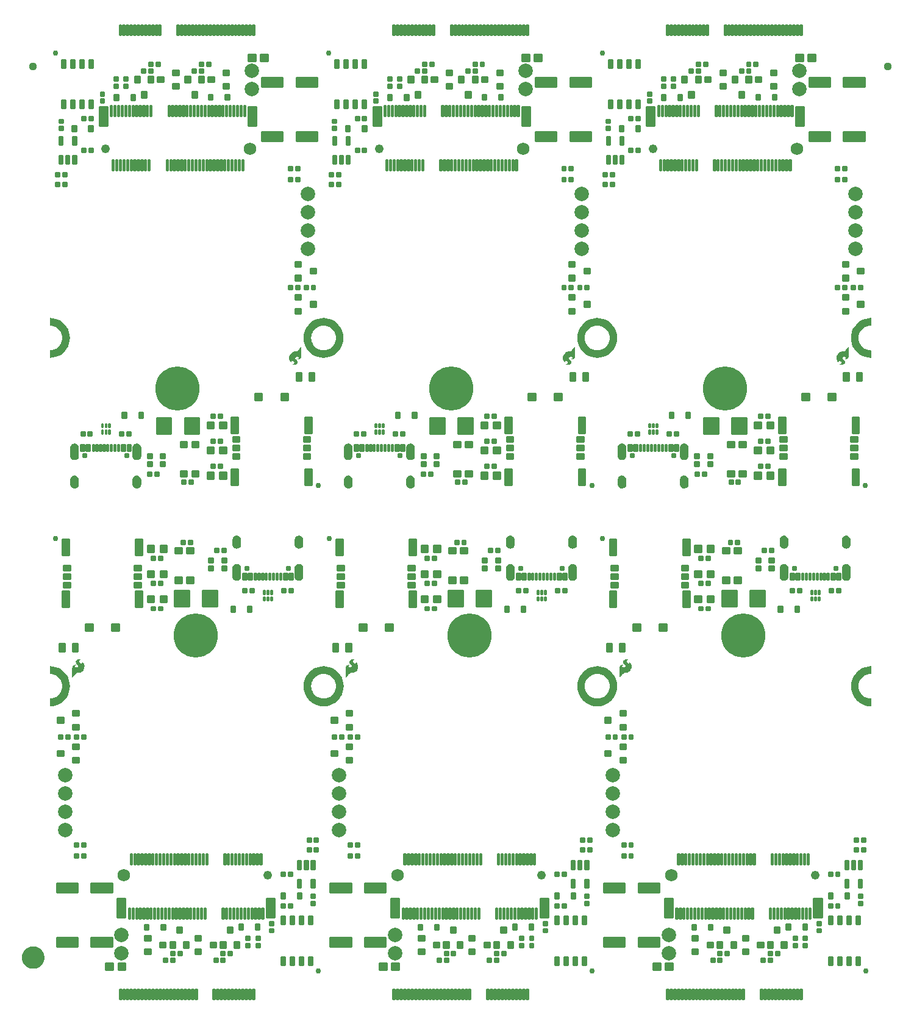
<source format=gts>
G04 EAGLE Gerber RS-274X export*
G75*
%MOMM*%
%FSLAX34Y34*%
%LPD*%
%INSoldermask Top*%
%IPPOS*%
%AMOC8*
5,1,8,0,0,1.08239X$1,22.5*%
G01*
%ADD10C,0.225369*%
%ADD11C,0.231750*%
%ADD12C,0.230578*%
%ADD13C,0.777000*%
%ADD14C,0.229969*%
%ADD15C,0.225938*%
%ADD16C,6.127000*%
%ADD17C,0.762000*%
%ADD18C,0.227100*%
%ADD19C,2.006600*%
%ADD20C,0.229050*%
%ADD21C,0.225400*%
%ADD22C,0.428259*%
%ADD23C,0.225588*%
%ADD24C,1.227000*%
%ADD25C,1.727000*%
%ADD26C,0.228959*%
%ADD27C,0.736600*%
%ADD28C,0.223409*%
%ADD29C,0.222700*%
%ADD30C,0.231559*%
%ADD31C,1.127000*%
%ADD32C,1.270000*%
%ADD33C,1.627000*%

G36*
X761329Y896029D02*
X761329Y896029D01*
X761338Y896032D01*
X761364Y896034D01*
X765198Y896868D01*
X765207Y896872D01*
X765232Y896878D01*
X768908Y898249D01*
X768916Y898255D01*
X768941Y898264D01*
X772384Y900144D01*
X772391Y900151D01*
X772414Y900163D01*
X775555Y902515D01*
X775561Y902523D01*
X775582Y902538D01*
X778357Y905313D01*
X778361Y905321D01*
X778380Y905339D01*
X780731Y908480D01*
X780735Y908490D01*
X780751Y908510D01*
X782631Y911954D01*
X782633Y911963D01*
X782646Y911986D01*
X784017Y915663D01*
X784018Y915672D01*
X784027Y915697D01*
X784861Y919531D01*
X784860Y919540D01*
X784866Y919566D01*
X785146Y923480D01*
X785144Y923489D01*
X785146Y923515D01*
X784866Y927429D01*
X784865Y927433D01*
X784865Y927436D01*
X784862Y927442D01*
X784861Y927464D01*
X784027Y931298D01*
X784022Y931307D01*
X784017Y931332D01*
X782646Y935008D01*
X782640Y935016D01*
X782631Y935041D01*
X780751Y938484D01*
X780744Y938491D01*
X780731Y938514D01*
X778380Y941655D01*
X778372Y941661D01*
X778357Y941682D01*
X775582Y944457D01*
X775574Y944461D01*
X775555Y944480D01*
X772414Y946831D01*
X772405Y946835D01*
X772384Y946851D01*
X768941Y948731D01*
X768931Y948733D01*
X768908Y948746D01*
X765232Y950117D01*
X765223Y950118D01*
X765198Y950127D01*
X761364Y950961D01*
X761354Y950960D01*
X761329Y950966D01*
X757415Y951246D01*
X757403Y951243D01*
X757370Y951246D01*
X753457Y950966D01*
X753447Y950963D01*
X753421Y950961D01*
X749587Y950127D01*
X749579Y950122D01*
X749553Y950117D01*
X745877Y948746D01*
X745869Y948740D01*
X745845Y948731D01*
X742401Y946851D01*
X742394Y946844D01*
X742371Y946831D01*
X739230Y944480D01*
X739224Y944472D01*
X739203Y944457D01*
X736429Y941682D01*
X736424Y941674D01*
X736405Y941655D01*
X734054Y938514D01*
X734051Y938505D01*
X734035Y938484D01*
X732154Y935041D01*
X732152Y935031D01*
X732140Y935008D01*
X730768Y931332D01*
X730768Y931323D01*
X730758Y931298D01*
X729924Y927464D01*
X729925Y927454D01*
X729919Y927429D01*
X729639Y923515D01*
X729641Y923506D01*
X729639Y923480D01*
X729919Y919566D01*
X729923Y919557D01*
X729924Y919531D01*
X730758Y915697D01*
X730763Y915688D01*
X730768Y915663D01*
X732140Y911986D01*
X732145Y911979D01*
X732154Y911954D01*
X734035Y908510D01*
X734042Y908504D01*
X734054Y908480D01*
X736405Y905339D01*
X736413Y905334D01*
X736429Y905313D01*
X739203Y902538D01*
X739212Y902533D01*
X739230Y902515D01*
X742371Y900163D01*
X742380Y900160D01*
X742401Y900144D01*
X745845Y898264D01*
X745854Y898262D01*
X745877Y898249D01*
X749553Y896878D01*
X749563Y896877D01*
X749587Y896868D01*
X753421Y896034D01*
X753431Y896034D01*
X753457Y896029D01*
X757370Y895749D01*
X757382Y895751D01*
X757415Y895749D01*
X761329Y896029D01*
G37*
G36*
X381441Y412531D02*
X381441Y412531D01*
X381450Y412535D01*
X381476Y412536D01*
X385310Y413370D01*
X385319Y413375D01*
X385344Y413380D01*
X389020Y414752D01*
X389028Y414757D01*
X389053Y414766D01*
X392496Y416647D01*
X392503Y416654D01*
X392526Y416666D01*
X395667Y419017D01*
X395673Y419025D01*
X395694Y419041D01*
X398469Y421815D01*
X398473Y421824D01*
X398492Y421842D01*
X400843Y424983D01*
X400847Y424992D01*
X400863Y425013D01*
X402743Y428457D01*
X402745Y428466D01*
X402758Y428489D01*
X404129Y432165D01*
X404130Y432175D01*
X404139Y432199D01*
X404973Y436033D01*
X404972Y436043D01*
X404978Y436069D01*
X405258Y439982D01*
X405256Y439992D01*
X405258Y440018D01*
X404978Y443931D01*
X404977Y443936D01*
X404977Y443939D01*
X404974Y443945D01*
X404973Y443967D01*
X404139Y447801D01*
X404134Y447809D01*
X404129Y447835D01*
X402758Y451511D01*
X402752Y451519D01*
X402743Y451543D01*
X400863Y454987D01*
X400856Y454994D01*
X400843Y455017D01*
X398492Y458158D01*
X398484Y458164D01*
X398469Y458185D01*
X395694Y460959D01*
X395686Y460964D01*
X395667Y460983D01*
X392526Y463334D01*
X392517Y463337D01*
X392496Y463353D01*
X389053Y465234D01*
X389043Y465236D01*
X389020Y465248D01*
X385344Y466620D01*
X385335Y466620D01*
X385310Y466630D01*
X381476Y467464D01*
X381466Y467463D01*
X381441Y467469D01*
X377527Y467749D01*
X377515Y467746D01*
X377482Y467749D01*
X373569Y467469D01*
X373559Y467465D01*
X373533Y467464D01*
X369699Y466630D01*
X369691Y466625D01*
X369665Y466620D01*
X365989Y465248D01*
X365981Y465243D01*
X365957Y465234D01*
X362513Y463353D01*
X362506Y463346D01*
X362483Y463334D01*
X359342Y460983D01*
X359336Y460975D01*
X359315Y460959D01*
X356541Y458185D01*
X356536Y458176D01*
X356517Y458158D01*
X354166Y455017D01*
X354163Y455008D01*
X354147Y454987D01*
X352266Y451543D01*
X352264Y451534D01*
X352252Y451511D01*
X350880Y447835D01*
X350880Y447825D01*
X350870Y447801D01*
X350036Y443967D01*
X350037Y443957D01*
X350031Y443931D01*
X349751Y440018D01*
X349753Y440008D01*
X349751Y439982D01*
X350031Y436069D01*
X350035Y436059D01*
X350036Y436033D01*
X350870Y432199D01*
X350875Y432191D01*
X350880Y432165D01*
X352252Y428489D01*
X352257Y428481D01*
X352266Y428457D01*
X354147Y425013D01*
X354154Y425006D01*
X354166Y424983D01*
X356517Y421842D01*
X356525Y421836D01*
X356541Y421815D01*
X359315Y419041D01*
X359324Y419036D01*
X359342Y419017D01*
X362483Y416666D01*
X362492Y416663D01*
X362513Y416647D01*
X365957Y414766D01*
X365966Y414764D01*
X365989Y414752D01*
X369665Y413380D01*
X369675Y413380D01*
X369699Y413370D01*
X373533Y412536D01*
X373543Y412537D01*
X373569Y412531D01*
X377482Y412251D01*
X377494Y412254D01*
X377527Y412251D01*
X381441Y412531D01*
G37*
G36*
X377435Y895751D02*
X377435Y895751D01*
X377437Y895750D01*
X377439Y895751D01*
X381319Y896029D01*
X381329Y896032D01*
X381355Y896034D01*
X385189Y896868D01*
X385197Y896872D01*
X385223Y896878D01*
X388899Y898249D01*
X388907Y898255D01*
X388931Y898264D01*
X392375Y900144D01*
X392382Y900151D01*
X392405Y900163D01*
X395546Y902515D01*
X395552Y902523D01*
X395573Y902538D01*
X398347Y905313D01*
X398352Y905321D01*
X398371Y905339D01*
X400722Y908480D01*
X400725Y908490D01*
X400741Y908510D01*
X402622Y911954D01*
X402624Y911963D01*
X402636Y911986D01*
X404008Y915663D01*
X404008Y915672D01*
X404018Y915697D01*
X404852Y919531D01*
X404851Y919540D01*
X404857Y919566D01*
X405137Y923480D01*
X405135Y923489D01*
X405137Y923515D01*
X404857Y927429D01*
X404855Y927433D01*
X404856Y927436D01*
X404853Y927442D01*
X404852Y927464D01*
X404018Y931298D01*
X404013Y931307D01*
X404008Y931332D01*
X402636Y935008D01*
X402631Y935016D01*
X402622Y935041D01*
X400741Y938484D01*
X400734Y938491D01*
X400722Y938514D01*
X398371Y941655D01*
X398363Y941661D01*
X398347Y941682D01*
X395573Y944457D01*
X395564Y944461D01*
X395546Y944480D01*
X392405Y946831D01*
X392396Y946835D01*
X392375Y946851D01*
X388931Y948731D01*
X388922Y948733D01*
X388899Y948746D01*
X385223Y950117D01*
X385213Y950118D01*
X385189Y950127D01*
X381355Y950961D01*
X381345Y950960D01*
X381319Y950966D01*
X377406Y951246D01*
X377401Y951245D01*
X377386Y951246D01*
X377357Y951244D01*
X377355Y951244D01*
X377353Y951244D01*
X373473Y950966D01*
X373463Y950963D01*
X373437Y950961D01*
X369603Y950127D01*
X369595Y950122D01*
X369569Y950117D01*
X365893Y948746D01*
X365885Y948740D01*
X365861Y948731D01*
X362417Y946851D01*
X362410Y946844D01*
X362387Y946831D01*
X359246Y944480D01*
X359240Y944472D01*
X359219Y944457D01*
X356445Y941682D01*
X356440Y941674D01*
X356421Y941655D01*
X354070Y938514D01*
X354067Y938505D01*
X354051Y938484D01*
X352170Y935041D01*
X352168Y935031D01*
X352156Y935008D01*
X350784Y931332D01*
X350784Y931323D01*
X350774Y931298D01*
X349940Y927464D01*
X349941Y927454D01*
X349935Y927429D01*
X349655Y923515D01*
X349657Y923506D01*
X349655Y923480D01*
X349935Y919566D01*
X349939Y919557D01*
X349940Y919531D01*
X350774Y915697D01*
X350779Y915688D01*
X350784Y915663D01*
X352156Y911986D01*
X352161Y911979D01*
X352170Y911954D01*
X354051Y908510D01*
X354058Y908504D01*
X354070Y908480D01*
X356421Y905339D01*
X356429Y905334D01*
X356445Y905313D01*
X359219Y902538D01*
X359228Y902533D01*
X359246Y902515D01*
X362387Y900163D01*
X362396Y900160D01*
X362417Y900144D01*
X365861Y898264D01*
X365870Y898262D01*
X365893Y898249D01*
X369569Y896878D01*
X369579Y896877D01*
X369603Y896868D01*
X373437Y896034D01*
X373447Y896034D01*
X373473Y896029D01*
X377386Y895749D01*
X377391Y895750D01*
X377406Y895749D01*
X377435Y895751D01*
G37*
G36*
X757540Y412253D02*
X757540Y412253D01*
X757543Y412253D01*
X757545Y412254D01*
X761425Y412531D01*
X761434Y412535D01*
X761460Y412536D01*
X765294Y413370D01*
X765303Y413375D01*
X765328Y413380D01*
X769004Y414752D01*
X769012Y414757D01*
X769037Y414766D01*
X772480Y416647D01*
X772487Y416654D01*
X772510Y416666D01*
X775651Y419017D01*
X775657Y419025D01*
X775678Y419041D01*
X778453Y421815D01*
X778457Y421824D01*
X778476Y421842D01*
X780827Y424983D01*
X780831Y424992D01*
X780847Y425013D01*
X782727Y428457D01*
X782729Y428466D01*
X782742Y428489D01*
X784113Y432165D01*
X784114Y432175D01*
X784123Y432199D01*
X784957Y436033D01*
X784956Y436043D01*
X784962Y436069D01*
X785242Y439982D01*
X785240Y439992D01*
X785242Y440018D01*
X784962Y443931D01*
X784961Y443936D01*
X784961Y443939D01*
X784958Y443945D01*
X784957Y443967D01*
X784123Y447801D01*
X784118Y447809D01*
X784113Y447835D01*
X782742Y451511D01*
X782736Y451519D01*
X782727Y451543D01*
X780847Y454987D01*
X780840Y454994D01*
X780827Y455017D01*
X778476Y458158D01*
X778468Y458164D01*
X778453Y458185D01*
X775678Y460959D01*
X775670Y460964D01*
X775651Y460983D01*
X772510Y463334D01*
X772501Y463337D01*
X772480Y463353D01*
X769037Y465234D01*
X769027Y465236D01*
X769004Y465248D01*
X765328Y466620D01*
X765319Y466620D01*
X765294Y466630D01*
X761460Y467464D01*
X761450Y467463D01*
X761425Y467469D01*
X757511Y467749D01*
X757506Y467748D01*
X757492Y467749D01*
X757463Y467747D01*
X757460Y467747D01*
X757458Y467746D01*
X753578Y467469D01*
X753569Y467465D01*
X753543Y467464D01*
X749709Y466630D01*
X749700Y466625D01*
X749675Y466620D01*
X745998Y465248D01*
X745991Y465243D01*
X745966Y465234D01*
X742522Y463353D01*
X742516Y463346D01*
X742492Y463334D01*
X739351Y460983D01*
X739346Y460975D01*
X739325Y460959D01*
X736550Y458185D01*
X736545Y458176D01*
X736527Y458158D01*
X734175Y455017D01*
X734172Y455008D01*
X734156Y454987D01*
X732276Y451543D01*
X732274Y451534D01*
X732261Y451511D01*
X730890Y447835D01*
X730889Y447825D01*
X730880Y447801D01*
X730046Y443967D01*
X730046Y443957D01*
X730041Y443931D01*
X729761Y440018D01*
X729763Y440008D01*
X729761Y439982D01*
X730041Y436069D01*
X730044Y436059D01*
X730046Y436033D01*
X730880Y432199D01*
X730884Y432191D01*
X730890Y432165D01*
X732261Y428489D01*
X732267Y428481D01*
X732276Y428457D01*
X734156Y425013D01*
X734163Y425006D01*
X734175Y424983D01*
X736527Y421842D01*
X736535Y421836D01*
X736550Y421815D01*
X739325Y419041D01*
X739333Y419036D01*
X739351Y419017D01*
X742492Y416666D01*
X742502Y416663D01*
X742522Y416647D01*
X745966Y414766D01*
X745975Y414764D01*
X745998Y414752D01*
X749675Y413380D01*
X749684Y413380D01*
X749709Y413370D01*
X753543Y412536D01*
X753552Y412537D01*
X753578Y412531D01*
X757492Y412251D01*
X757497Y412253D01*
X757511Y412251D01*
X757540Y412253D01*
G37*
%LPC*%
G36*
X374802Y422962D02*
X374802Y422962D01*
X372169Y423594D01*
X369669Y424630D01*
X367361Y426044D01*
X365302Y427802D01*
X363544Y429861D01*
X362130Y432169D01*
X361094Y434669D01*
X360462Y437302D01*
X360250Y440000D01*
X360462Y442698D01*
X361094Y445331D01*
X362130Y447831D01*
X363544Y450139D01*
X365302Y452198D01*
X367361Y453956D01*
X369669Y455370D01*
X372169Y456406D01*
X374802Y457038D01*
X377505Y457250D01*
X380208Y457038D01*
X382840Y456406D01*
X385341Y455370D01*
X387649Y453956D01*
X389707Y452198D01*
X391465Y450139D01*
X392879Y447831D01*
X393915Y445331D01*
X394547Y442698D01*
X394759Y440000D01*
X394547Y437302D01*
X393915Y434669D01*
X392879Y432169D01*
X391465Y429861D01*
X389707Y427802D01*
X387649Y426044D01*
X385341Y424630D01*
X382840Y423594D01*
X380208Y422962D01*
X377505Y422750D01*
X374802Y422962D01*
G37*
%LPD*%
%LPC*%
G36*
X754690Y906460D02*
X754690Y906460D01*
X752057Y907092D01*
X749557Y908128D01*
X747249Y909542D01*
X745190Y911300D01*
X743432Y913358D01*
X742018Y915666D01*
X740982Y918167D01*
X740350Y920799D01*
X740138Y923497D01*
X740350Y926196D01*
X740982Y928828D01*
X742018Y931329D01*
X743432Y933637D01*
X745190Y935695D01*
X747249Y937453D01*
X749557Y938867D01*
X752057Y939903D01*
X754690Y940535D01*
X757393Y940748D01*
X760096Y940535D01*
X762728Y939903D01*
X765229Y938867D01*
X767537Y937453D01*
X769595Y935695D01*
X771353Y933637D01*
X772767Y931329D01*
X773803Y928828D01*
X774435Y926196D01*
X774647Y923497D01*
X774435Y920799D01*
X773803Y918167D01*
X772767Y915666D01*
X771353Y913358D01*
X769595Y911300D01*
X767537Y909542D01*
X765229Y908128D01*
X762728Y907092D01*
X760096Y906460D01*
X757393Y906247D01*
X754690Y906460D01*
G37*
%LPD*%
%LPC*%
G36*
X374706Y906460D02*
X374706Y906460D01*
X372073Y907092D01*
X369573Y908128D01*
X367265Y909542D01*
X365206Y911300D01*
X363448Y913358D01*
X362034Y915666D01*
X360998Y918167D01*
X360366Y920799D01*
X360154Y923497D01*
X360366Y926196D01*
X360998Y928828D01*
X362034Y931329D01*
X363448Y933637D01*
X365206Y935695D01*
X367265Y937453D01*
X369573Y938867D01*
X372073Y939903D01*
X374706Y940535D01*
X377396Y940747D01*
X380086Y940535D01*
X382719Y939903D01*
X385219Y938867D01*
X387527Y937453D01*
X389586Y935695D01*
X391344Y933637D01*
X392758Y931329D01*
X393794Y928828D01*
X394426Y926196D01*
X394638Y923497D01*
X394426Y920799D01*
X393794Y918167D01*
X392758Y915666D01*
X391344Y913358D01*
X389586Y911300D01*
X387527Y909542D01*
X385219Y908128D01*
X382719Y907092D01*
X380086Y906460D01*
X377396Y906248D01*
X374706Y906460D01*
G37*
%LPD*%
%LPC*%
G36*
X754811Y422962D02*
X754811Y422962D01*
X752179Y423594D01*
X749678Y424630D01*
X747370Y426044D01*
X745312Y427802D01*
X743554Y429861D01*
X742140Y432169D01*
X741104Y434669D01*
X740472Y437302D01*
X740259Y440000D01*
X740472Y442698D01*
X741104Y445331D01*
X742140Y447831D01*
X743554Y450139D01*
X745312Y452198D01*
X747370Y453956D01*
X749678Y455370D01*
X752179Y456406D01*
X754811Y457038D01*
X757501Y457249D01*
X760192Y457038D01*
X762824Y456406D01*
X765325Y455370D01*
X767633Y453956D01*
X769691Y452198D01*
X771449Y450139D01*
X772863Y447831D01*
X773899Y445331D01*
X774531Y442698D01*
X774743Y440000D01*
X774531Y437302D01*
X773899Y434669D01*
X772863Y432169D01*
X771449Y429861D01*
X769691Y427802D01*
X767633Y426044D01*
X765325Y424630D01*
X762824Y423594D01*
X760192Y422962D01*
X757501Y422751D01*
X754811Y422962D01*
G37*
%LPD*%
G36*
X1335Y896029D02*
X1335Y896029D01*
X1345Y896032D01*
X1371Y896034D01*
X5205Y896868D01*
X5213Y896872D01*
X5239Y896878D01*
X8915Y898249D01*
X8923Y898255D01*
X8947Y898264D01*
X12391Y900144D01*
X12398Y900151D01*
X12421Y900163D01*
X15562Y902515D01*
X15568Y902523D01*
X15589Y902538D01*
X18363Y905313D01*
X18368Y905321D01*
X18387Y905339D01*
X20738Y908480D01*
X20741Y908490D01*
X20757Y908510D01*
X22638Y911954D01*
X22640Y911963D01*
X22652Y911986D01*
X24024Y915663D01*
X24024Y915672D01*
X24034Y915697D01*
X24868Y919531D01*
X24867Y919540D01*
X24873Y919566D01*
X25153Y923480D01*
X25151Y923489D01*
X25153Y923515D01*
X24873Y927429D01*
X24871Y927433D01*
X24872Y927436D01*
X24869Y927442D01*
X24868Y927464D01*
X24034Y931298D01*
X24029Y931307D01*
X24024Y931332D01*
X22652Y935008D01*
X22647Y935016D01*
X22638Y935041D01*
X20757Y938484D01*
X20750Y938491D01*
X20738Y938514D01*
X18387Y941655D01*
X18379Y941661D01*
X18363Y941682D01*
X15589Y944457D01*
X15580Y944461D01*
X15562Y944480D01*
X12421Y946831D01*
X12412Y946835D01*
X12391Y946851D01*
X8947Y948731D01*
X8938Y948733D01*
X8915Y948746D01*
X5239Y950117D01*
X5229Y950118D01*
X5205Y950127D01*
X1371Y950961D01*
X1361Y950960D01*
X1335Y950966D01*
X-2578Y951246D01*
X-2604Y951241D01*
X-2629Y951244D01*
X-2671Y951226D01*
X-2715Y951217D01*
X-2733Y951198D01*
X-2757Y951188D01*
X-2782Y951150D01*
X-2814Y951118D01*
X-2820Y951093D01*
X-2834Y951071D01*
X-2845Y950997D01*
X-2845Y940997D01*
X-2843Y940990D01*
X-2845Y940983D01*
X-2824Y940924D01*
X-2806Y940863D01*
X-2801Y940858D01*
X-2798Y940852D01*
X-2748Y940813D01*
X-2701Y940771D01*
X-2694Y940770D01*
X-2688Y940766D01*
X-2616Y940749D01*
X102Y940535D01*
X2735Y939903D01*
X5235Y938867D01*
X7543Y937453D01*
X9602Y935695D01*
X11360Y933637D01*
X12774Y931329D01*
X13810Y928828D01*
X14442Y926196D01*
X14654Y923497D01*
X14442Y920799D01*
X13810Y918167D01*
X12774Y915666D01*
X11360Y913358D01*
X9602Y911300D01*
X7543Y909542D01*
X5235Y908128D01*
X2735Y907092D01*
X102Y906460D01*
X-2616Y906246D01*
X-2622Y906243D01*
X-2629Y906244D01*
X-2687Y906219D01*
X-2746Y906196D01*
X-2751Y906191D01*
X-2757Y906188D01*
X-2792Y906135D01*
X-2830Y906084D01*
X-2830Y906077D01*
X-2834Y906071D01*
X-2845Y905997D01*
X-2845Y895997D01*
X-2838Y895972D01*
X-2840Y895946D01*
X-2819Y895907D01*
X-2806Y895863D01*
X-2786Y895846D01*
X-2774Y895823D01*
X-2735Y895801D01*
X-2701Y895771D01*
X-2675Y895767D01*
X-2652Y895755D01*
X-2578Y895749D01*
X1335Y896029D01*
G37*
G36*
X1431Y412531D02*
X1431Y412531D01*
X1441Y412535D01*
X1467Y412536D01*
X5301Y413370D01*
X5309Y413375D01*
X5335Y413380D01*
X9011Y414752D01*
X9019Y414757D01*
X9043Y414766D01*
X12487Y416647D01*
X12494Y416654D01*
X12517Y416666D01*
X15658Y419017D01*
X15664Y419025D01*
X15685Y419041D01*
X18459Y421815D01*
X18464Y421824D01*
X18483Y421842D01*
X20834Y424983D01*
X20837Y424992D01*
X20853Y425013D01*
X22734Y428457D01*
X22736Y428466D01*
X22748Y428489D01*
X24120Y432165D01*
X24120Y432175D01*
X24130Y432199D01*
X24964Y436033D01*
X24963Y436043D01*
X24969Y436069D01*
X25249Y439982D01*
X25247Y439992D01*
X25249Y440018D01*
X24969Y443931D01*
X24967Y443936D01*
X24968Y443939D01*
X24965Y443945D01*
X24964Y443967D01*
X24130Y447801D01*
X24125Y447809D01*
X24120Y447835D01*
X22748Y451511D01*
X22743Y451519D01*
X22734Y451543D01*
X20853Y454987D01*
X20846Y454994D01*
X20834Y455017D01*
X18483Y458158D01*
X18475Y458164D01*
X18459Y458185D01*
X15685Y460959D01*
X15676Y460964D01*
X15658Y460983D01*
X12517Y463334D01*
X12508Y463337D01*
X12487Y463353D01*
X9043Y465234D01*
X9034Y465236D01*
X9011Y465248D01*
X5335Y466620D01*
X5325Y466620D01*
X5301Y466630D01*
X1467Y467464D01*
X1457Y467463D01*
X1431Y467469D01*
X-2482Y467749D01*
X-2508Y467743D01*
X-2533Y467747D01*
X-2575Y467729D01*
X-2619Y467719D01*
X-2637Y467701D01*
X-2661Y467690D01*
X-2686Y467652D01*
X-2718Y467621D01*
X-2724Y467595D01*
X-2738Y467574D01*
X-2749Y467500D01*
X-2749Y457500D01*
X-2747Y457493D01*
X-2749Y457486D01*
X-2728Y457427D01*
X-2710Y457366D01*
X-2705Y457361D01*
X-2702Y457354D01*
X-2652Y457316D01*
X-2605Y457274D01*
X-2598Y457273D01*
X-2592Y457268D01*
X-2520Y457252D01*
X198Y457038D01*
X2831Y456406D01*
X5331Y455370D01*
X7639Y453956D01*
X9698Y452198D01*
X11456Y450139D01*
X12870Y447831D01*
X13906Y445331D01*
X14538Y442698D01*
X14750Y440000D01*
X14538Y437302D01*
X13906Y434669D01*
X12870Y432169D01*
X11456Y429861D01*
X9698Y427802D01*
X7639Y426044D01*
X5331Y424630D01*
X2831Y423594D01*
X198Y422962D01*
X-2520Y422748D01*
X-2526Y422746D01*
X-2533Y422747D01*
X-2591Y422721D01*
X-2650Y422699D01*
X-2655Y422693D01*
X-2661Y422690D01*
X-2696Y422637D01*
X-2734Y422587D01*
X-2734Y422580D01*
X-2738Y422574D01*
X-2749Y422500D01*
X-2749Y412500D01*
X-2742Y412475D01*
X-2744Y412449D01*
X-2723Y412409D01*
X-2710Y412366D01*
X-2690Y412349D01*
X-2678Y412326D01*
X-2639Y412304D01*
X-2605Y412274D01*
X-2579Y412270D01*
X-2556Y412257D01*
X-2482Y412251D01*
X1431Y412531D01*
G37*
G36*
X1137405Y895754D02*
X1137405Y895754D01*
X1137431Y895750D01*
X1137472Y895769D01*
X1137516Y895778D01*
X1137535Y895797D01*
X1137559Y895807D01*
X1137583Y895845D01*
X1137616Y895877D01*
X1137621Y895902D01*
X1137636Y895924D01*
X1137647Y895997D01*
X1137647Y905997D01*
X1137645Y906004D01*
X1137646Y906011D01*
X1137625Y906071D01*
X1137607Y906132D01*
X1137602Y906136D01*
X1137600Y906143D01*
X1137550Y906182D01*
X1137502Y906224D01*
X1137495Y906225D01*
X1137489Y906229D01*
X1137417Y906246D01*
X1134699Y906460D01*
X1132067Y907092D01*
X1129566Y908128D01*
X1127258Y909542D01*
X1125200Y911300D01*
X1123442Y913358D01*
X1122028Y915666D01*
X1120992Y918167D01*
X1120360Y920799D01*
X1120147Y923497D01*
X1120360Y926196D01*
X1120992Y928828D01*
X1122028Y931329D01*
X1123442Y933637D01*
X1125200Y935695D01*
X1127258Y937453D01*
X1129566Y938867D01*
X1132067Y939903D01*
X1134699Y940535D01*
X1137417Y940749D01*
X1137424Y940752D01*
X1137431Y940750D01*
X1137489Y940776D01*
X1137548Y940799D01*
X1137552Y940804D01*
X1137559Y940807D01*
X1137593Y940860D01*
X1137631Y940911D01*
X1137632Y940918D01*
X1137636Y940924D01*
X1137647Y940997D01*
X1137647Y950997D01*
X1137639Y951022D01*
X1137641Y951048D01*
X1137620Y951088D01*
X1137607Y951132D01*
X1137588Y951149D01*
X1137576Y951172D01*
X1137536Y951194D01*
X1137502Y951224D01*
X1137476Y951227D01*
X1137454Y951240D01*
X1137380Y951246D01*
X1133466Y950966D01*
X1133457Y950963D01*
X1133431Y950961D01*
X1129597Y950127D01*
X1129588Y950122D01*
X1129563Y950117D01*
X1125886Y948746D01*
X1125879Y948740D01*
X1125854Y948731D01*
X1122410Y946851D01*
X1122404Y946844D01*
X1122380Y946831D01*
X1119239Y944480D01*
X1119234Y944472D01*
X1119213Y944457D01*
X1116438Y941682D01*
X1116433Y941674D01*
X1116415Y941655D01*
X1114063Y938514D01*
X1114060Y938505D01*
X1114044Y938484D01*
X1112164Y935041D01*
X1112162Y935031D01*
X1112149Y935008D01*
X1110778Y931332D01*
X1110777Y931323D01*
X1110768Y931298D01*
X1109934Y927464D01*
X1109934Y927454D01*
X1109929Y927429D01*
X1109649Y923515D01*
X1109651Y923506D01*
X1109649Y923480D01*
X1109929Y919566D01*
X1109932Y919557D01*
X1109934Y919531D01*
X1110768Y915697D01*
X1110772Y915688D01*
X1110778Y915663D01*
X1112149Y911986D01*
X1112155Y911979D01*
X1112164Y911954D01*
X1114044Y908510D01*
X1114051Y908504D01*
X1114063Y908480D01*
X1116415Y905339D01*
X1116423Y905334D01*
X1116438Y905313D01*
X1119213Y902538D01*
X1119221Y902533D01*
X1119239Y902515D01*
X1122380Y900163D01*
X1122390Y900160D01*
X1122410Y900144D01*
X1125854Y898264D01*
X1125863Y898262D01*
X1125886Y898249D01*
X1129563Y896878D01*
X1129572Y896877D01*
X1129597Y896868D01*
X1133431Y896034D01*
X1133440Y896034D01*
X1133466Y896029D01*
X1137380Y895749D01*
X1137405Y895754D01*
G37*
G36*
X1137501Y412257D02*
X1137501Y412257D01*
X1137527Y412253D01*
X1137568Y412271D01*
X1137612Y412281D01*
X1137631Y412299D01*
X1137655Y412310D01*
X1137679Y412348D01*
X1137712Y412379D01*
X1137717Y412405D01*
X1137732Y412427D01*
X1137743Y412500D01*
X1137743Y422500D01*
X1137741Y422507D01*
X1137742Y422514D01*
X1137721Y422573D01*
X1137703Y422634D01*
X1137698Y422639D01*
X1137696Y422646D01*
X1137646Y422685D01*
X1137598Y422726D01*
X1137591Y422727D01*
X1137585Y422732D01*
X1137513Y422748D01*
X1134795Y422962D01*
X1132163Y423594D01*
X1129662Y424630D01*
X1127354Y426044D01*
X1125296Y427802D01*
X1123538Y429861D01*
X1122124Y432169D01*
X1121088Y434669D01*
X1120456Y437302D01*
X1120243Y440000D01*
X1120456Y442698D01*
X1121088Y445331D01*
X1122124Y447831D01*
X1123538Y450139D01*
X1125296Y452198D01*
X1127354Y453956D01*
X1129662Y455370D01*
X1132163Y456406D01*
X1134795Y457038D01*
X1137513Y457252D01*
X1137520Y457254D01*
X1137527Y457253D01*
X1137585Y457279D01*
X1137644Y457301D01*
X1137648Y457307D01*
X1137655Y457310D01*
X1137689Y457363D01*
X1137727Y457413D01*
X1137728Y457421D01*
X1137732Y457427D01*
X1137743Y457500D01*
X1137743Y467500D01*
X1137735Y467525D01*
X1137737Y467551D01*
X1137716Y467591D01*
X1137703Y467634D01*
X1137684Y467651D01*
X1137672Y467674D01*
X1137632Y467696D01*
X1137598Y467726D01*
X1137572Y467730D01*
X1137550Y467743D01*
X1137476Y467749D01*
X1133562Y467469D01*
X1133553Y467465D01*
X1133527Y467464D01*
X1129693Y466630D01*
X1129684Y466625D01*
X1129659Y466620D01*
X1125982Y465248D01*
X1125975Y465243D01*
X1125950Y465234D01*
X1122506Y463353D01*
X1122500Y463346D01*
X1122476Y463334D01*
X1119335Y460983D01*
X1119330Y460975D01*
X1119309Y460959D01*
X1116534Y458185D01*
X1116529Y458176D01*
X1116511Y458158D01*
X1114159Y455017D01*
X1114156Y455008D01*
X1114140Y454987D01*
X1112260Y451543D01*
X1112258Y451534D01*
X1112245Y451511D01*
X1110874Y447835D01*
X1110873Y447825D01*
X1110864Y447801D01*
X1110030Y443967D01*
X1110030Y443957D01*
X1110025Y443931D01*
X1109745Y440018D01*
X1109747Y440008D01*
X1109745Y439982D01*
X1110025Y436069D01*
X1110028Y436059D01*
X1110030Y436033D01*
X1110864Y432199D01*
X1110868Y432191D01*
X1110874Y432165D01*
X1112245Y428489D01*
X1112251Y428481D01*
X1112260Y428457D01*
X1114140Y425013D01*
X1114147Y425006D01*
X1114159Y424983D01*
X1116511Y421842D01*
X1116519Y421836D01*
X1116534Y421815D01*
X1119309Y419041D01*
X1119317Y419036D01*
X1119335Y419017D01*
X1122476Y416666D01*
X1122486Y416663D01*
X1122506Y416647D01*
X1125950Y414766D01*
X1125959Y414764D01*
X1125982Y414752D01*
X1129659Y413380D01*
X1129668Y413380D01*
X1129693Y413370D01*
X1133527Y412536D01*
X1133536Y412537D01*
X1133562Y412531D01*
X1137476Y412251D01*
X1137501Y412257D01*
G37*
G36*
X724343Y586668D02*
X724343Y586668D01*
X724349Y586673D01*
X724353Y586669D01*
X725449Y586956D01*
X725453Y586962D01*
X725458Y586959D01*
X726477Y587454D01*
X726481Y587460D01*
X726486Y587459D01*
X727389Y588143D01*
X727391Y588150D01*
X727396Y588150D01*
X728148Y588997D01*
X728149Y589004D01*
X728154Y589005D01*
X728726Y589982D01*
X728726Y589985D01*
X728726Y589986D01*
X728726Y589987D01*
X728725Y589989D01*
X728730Y589991D01*
X729101Y591062D01*
X729099Y591067D01*
X729103Y591069D01*
X729102Y591070D01*
X729103Y591071D01*
X729258Y592193D01*
X729256Y592198D01*
X729259Y592200D01*
X729259Y604200D01*
X729255Y604205D01*
X729258Y604208D01*
X729053Y605475D01*
X729047Y605481D01*
X729050Y605486D01*
X728569Y606675D01*
X728562Y606679D01*
X728564Y606685D01*
X727829Y607738D01*
X727822Y607740D01*
X727822Y607746D01*
X726872Y608609D01*
X726864Y608610D01*
X726863Y608615D01*
X725745Y609245D01*
X725737Y609244D01*
X725735Y609250D01*
X724504Y609615D01*
X724497Y609612D01*
X724493Y609617D01*
X723213Y609699D01*
X723212Y609699D01*
X723206Y609699D01*
X721925Y609617D01*
X721919Y609611D01*
X721915Y609615D01*
X720684Y609250D01*
X720679Y609243D01*
X720674Y609245D01*
X719556Y608615D01*
X719553Y608608D01*
X719547Y608609D01*
X718597Y607746D01*
X718595Y607738D01*
X718589Y607738D01*
X717855Y606685D01*
X717856Y606677D01*
X717850Y606675D01*
X717368Y605486D01*
X717370Y605480D01*
X717366Y605477D01*
X717367Y605476D01*
X717366Y605475D01*
X717161Y604208D01*
X717164Y604203D01*
X717160Y604200D01*
X717160Y592200D01*
X717163Y592196D01*
X717161Y592193D01*
X717316Y591071D01*
X717321Y591066D01*
X717318Y591062D01*
X717689Y589991D01*
X717695Y589987D01*
X717693Y589982D01*
X718265Y589005D01*
X718272Y589002D01*
X718271Y588997D01*
X719023Y588150D01*
X719030Y588148D01*
X719030Y588143D01*
X719933Y587459D01*
X719941Y587459D01*
X719942Y587454D01*
X720961Y586959D01*
X720968Y586961D01*
X720970Y586956D01*
X722066Y586669D01*
X722073Y586672D01*
X722076Y586668D01*
X723207Y586601D01*
X723210Y586603D01*
X723212Y586601D01*
X724343Y586668D01*
G37*
G36*
X1104327Y586668D02*
X1104327Y586668D01*
X1104333Y586673D01*
X1104337Y586669D01*
X1105433Y586956D01*
X1105437Y586962D01*
X1105442Y586959D01*
X1106461Y587454D01*
X1106465Y587460D01*
X1106470Y587459D01*
X1107373Y588143D01*
X1107375Y588150D01*
X1107380Y588150D01*
X1108132Y588997D01*
X1108133Y589004D01*
X1108138Y589005D01*
X1108710Y589982D01*
X1108710Y589985D01*
X1108710Y589986D01*
X1108710Y589987D01*
X1108709Y589989D01*
X1108714Y589991D01*
X1109085Y591062D01*
X1109083Y591067D01*
X1109087Y591069D01*
X1109086Y591070D01*
X1109087Y591071D01*
X1109242Y592193D01*
X1109240Y592198D01*
X1109243Y592200D01*
X1109243Y604200D01*
X1109239Y604205D01*
X1109242Y604208D01*
X1109037Y605475D01*
X1109031Y605481D01*
X1109034Y605486D01*
X1108553Y606675D01*
X1108546Y606679D01*
X1108548Y606685D01*
X1107813Y607738D01*
X1107806Y607740D01*
X1107806Y607746D01*
X1106856Y608609D01*
X1106848Y608610D01*
X1106847Y608615D01*
X1105729Y609245D01*
X1105721Y609244D01*
X1105719Y609250D01*
X1104488Y609615D01*
X1104481Y609612D01*
X1104477Y609617D01*
X1103197Y609699D01*
X1103196Y609699D01*
X1103190Y609699D01*
X1101909Y609617D01*
X1101903Y609611D01*
X1101899Y609615D01*
X1100668Y609250D01*
X1100663Y609243D01*
X1100658Y609245D01*
X1099540Y608615D01*
X1099537Y608608D01*
X1099531Y608609D01*
X1098581Y607746D01*
X1098579Y607738D01*
X1098573Y607738D01*
X1097839Y606685D01*
X1097840Y606677D01*
X1097834Y606675D01*
X1097352Y605486D01*
X1097354Y605480D01*
X1097350Y605477D01*
X1097351Y605476D01*
X1097350Y605475D01*
X1097145Y604208D01*
X1097148Y604203D01*
X1097144Y604200D01*
X1097144Y592200D01*
X1097147Y592196D01*
X1097145Y592193D01*
X1097300Y591071D01*
X1097305Y591066D01*
X1097302Y591062D01*
X1097673Y589991D01*
X1097679Y589987D01*
X1097677Y589982D01*
X1098249Y589005D01*
X1098256Y589002D01*
X1098255Y588997D01*
X1099007Y588150D01*
X1099014Y588148D01*
X1099014Y588143D01*
X1099917Y587459D01*
X1099925Y587459D01*
X1099926Y587454D01*
X1100945Y586959D01*
X1100952Y586961D01*
X1100954Y586956D01*
X1102050Y586669D01*
X1102057Y586672D01*
X1102060Y586668D01*
X1103191Y586601D01*
X1103194Y586603D01*
X1103196Y586601D01*
X1104327Y586668D01*
G37*
G36*
X344334Y586668D02*
X344334Y586668D01*
X344339Y586673D01*
X344343Y586669D01*
X345440Y586956D01*
X345444Y586962D01*
X345449Y586959D01*
X346468Y587454D01*
X346471Y587460D01*
X346476Y587459D01*
X347379Y588143D01*
X347381Y588150D01*
X347386Y588150D01*
X348139Y588997D01*
X348139Y589004D01*
X348144Y589005D01*
X348717Y589982D01*
X348716Y589985D01*
X348717Y589986D01*
X348716Y589987D01*
X348716Y589989D01*
X348721Y589991D01*
X349092Y591062D01*
X349090Y591067D01*
X349093Y591069D01*
X349092Y591070D01*
X349094Y591071D01*
X349249Y592193D01*
X349246Y592198D01*
X349249Y592200D01*
X349249Y604200D01*
X349246Y604205D01*
X349249Y604208D01*
X349044Y605475D01*
X349038Y605481D01*
X349041Y605486D01*
X348559Y606675D01*
X348552Y606679D01*
X348554Y606685D01*
X347820Y607738D01*
X347812Y607740D01*
X347813Y607746D01*
X346863Y608609D01*
X346854Y608610D01*
X346854Y608615D01*
X345735Y609245D01*
X345727Y609244D01*
X345725Y609250D01*
X344495Y609615D01*
X344487Y609612D01*
X344484Y609617D01*
X343203Y609699D01*
X343197Y609699D01*
X341916Y609617D01*
X341910Y609611D01*
X341905Y609615D01*
X340675Y609250D01*
X340670Y609243D01*
X340665Y609245D01*
X339546Y608615D01*
X339543Y608608D01*
X339537Y608609D01*
X338587Y607746D01*
X338586Y607738D01*
X338580Y607738D01*
X337846Y606685D01*
X337846Y606677D01*
X337841Y606675D01*
X337359Y605486D01*
X337361Y605480D01*
X337357Y605477D01*
X337358Y605476D01*
X337356Y605475D01*
X337151Y604208D01*
X337154Y604203D01*
X337151Y604200D01*
X337151Y592200D01*
X337154Y592196D01*
X337151Y592193D01*
X337306Y591071D01*
X337311Y591066D01*
X337308Y591062D01*
X337679Y589991D01*
X337685Y589987D01*
X337683Y589982D01*
X338256Y589005D01*
X338262Y589002D01*
X338261Y588997D01*
X339014Y588150D01*
X339021Y588148D01*
X339021Y588143D01*
X339924Y587459D01*
X339931Y587459D01*
X339932Y587454D01*
X340951Y586959D01*
X340958Y586961D01*
X340960Y586956D01*
X342057Y586669D01*
X342063Y586672D01*
X342066Y586668D01*
X343197Y586601D01*
X343201Y586603D01*
X343203Y586601D01*
X344334Y586668D01*
G37*
G36*
X637943Y586668D02*
X637943Y586668D01*
X637949Y586673D01*
X637953Y586669D01*
X639049Y586956D01*
X639053Y586962D01*
X639058Y586959D01*
X640077Y587454D01*
X640081Y587460D01*
X640086Y587459D01*
X640989Y588143D01*
X640991Y588150D01*
X640996Y588150D01*
X641748Y588997D01*
X641749Y589004D01*
X641754Y589005D01*
X642326Y589982D01*
X642326Y589985D01*
X642326Y589986D01*
X642326Y589987D01*
X642325Y589989D01*
X642330Y589991D01*
X642701Y591062D01*
X642699Y591067D01*
X642703Y591069D01*
X642702Y591070D01*
X642703Y591071D01*
X642858Y592193D01*
X642856Y592198D01*
X642859Y592200D01*
X642859Y604200D01*
X642855Y604205D01*
X642858Y604208D01*
X642653Y605475D01*
X642647Y605481D01*
X642650Y605486D01*
X642169Y606675D01*
X642162Y606679D01*
X642164Y606685D01*
X641429Y607738D01*
X641422Y607740D01*
X641422Y607746D01*
X640472Y608609D01*
X640464Y608610D01*
X640463Y608615D01*
X639345Y609245D01*
X639337Y609244D01*
X639335Y609250D01*
X638104Y609615D01*
X638097Y609612D01*
X638093Y609617D01*
X636813Y609699D01*
X636812Y609699D01*
X636806Y609699D01*
X635525Y609617D01*
X635519Y609611D01*
X635515Y609615D01*
X634284Y609250D01*
X634279Y609243D01*
X634274Y609245D01*
X633156Y608615D01*
X633153Y608608D01*
X633147Y608609D01*
X632197Y607746D01*
X632195Y607738D01*
X632189Y607738D01*
X631455Y606685D01*
X631456Y606677D01*
X631450Y606675D01*
X630968Y605486D01*
X630970Y605480D01*
X630966Y605477D01*
X630967Y605476D01*
X630966Y605475D01*
X630761Y604208D01*
X630764Y604203D01*
X630760Y604200D01*
X630760Y592200D01*
X630763Y592196D01*
X630761Y592193D01*
X630916Y591071D01*
X630921Y591066D01*
X630918Y591062D01*
X631289Y589991D01*
X631295Y589987D01*
X631293Y589982D01*
X631865Y589005D01*
X631872Y589002D01*
X631871Y588997D01*
X632623Y588150D01*
X632630Y588148D01*
X632630Y588143D01*
X633533Y587459D01*
X633541Y587459D01*
X633542Y587454D01*
X634561Y586959D01*
X634568Y586961D01*
X634570Y586956D01*
X635666Y586669D01*
X635673Y586672D01*
X635676Y586668D01*
X636807Y586601D01*
X636810Y586603D01*
X636812Y586601D01*
X637943Y586668D01*
G37*
G36*
X257934Y586668D02*
X257934Y586668D01*
X257939Y586673D01*
X257943Y586669D01*
X259040Y586956D01*
X259044Y586962D01*
X259049Y586959D01*
X260068Y587454D01*
X260071Y587460D01*
X260076Y587459D01*
X260979Y588143D01*
X260981Y588150D01*
X260986Y588150D01*
X261739Y588997D01*
X261739Y589004D01*
X261744Y589005D01*
X262317Y589982D01*
X262316Y589985D01*
X262317Y589986D01*
X262316Y589987D01*
X262316Y589989D01*
X262321Y589991D01*
X262692Y591062D01*
X262690Y591067D01*
X262693Y591069D01*
X262692Y591070D01*
X262694Y591071D01*
X262849Y592193D01*
X262846Y592198D01*
X262849Y592200D01*
X262849Y604200D01*
X262846Y604205D01*
X262849Y604208D01*
X262644Y605475D01*
X262638Y605481D01*
X262641Y605486D01*
X262159Y606675D01*
X262152Y606679D01*
X262154Y606685D01*
X261420Y607738D01*
X261412Y607740D01*
X261413Y607746D01*
X260463Y608609D01*
X260454Y608610D01*
X260454Y608615D01*
X259335Y609245D01*
X259327Y609244D01*
X259325Y609250D01*
X258095Y609615D01*
X258087Y609612D01*
X258084Y609617D01*
X256803Y609699D01*
X256797Y609699D01*
X255516Y609617D01*
X255510Y609611D01*
X255505Y609615D01*
X254275Y609250D01*
X254270Y609243D01*
X254265Y609245D01*
X253146Y608615D01*
X253143Y608608D01*
X253137Y608609D01*
X252187Y607746D01*
X252186Y607738D01*
X252180Y607738D01*
X251446Y606685D01*
X251446Y606677D01*
X251441Y606675D01*
X250959Y605486D01*
X250961Y605480D01*
X250957Y605477D01*
X250958Y605476D01*
X250956Y605475D01*
X250751Y604208D01*
X250754Y604203D01*
X250751Y604200D01*
X250751Y592200D01*
X250754Y592196D01*
X250751Y592193D01*
X250906Y591071D01*
X250911Y591066D01*
X250908Y591062D01*
X251279Y589991D01*
X251285Y589987D01*
X251283Y589982D01*
X251856Y589005D01*
X251862Y589002D01*
X251861Y588997D01*
X252614Y588150D01*
X252621Y588148D01*
X252621Y588143D01*
X253524Y587459D01*
X253531Y587459D01*
X253532Y587454D01*
X254551Y586959D01*
X254558Y586961D01*
X254560Y586956D01*
X255657Y586669D01*
X255663Y586672D01*
X255666Y586668D01*
X256797Y586601D01*
X256801Y586603D01*
X256803Y586601D01*
X257934Y586668D01*
G37*
G36*
X1017927Y586668D02*
X1017927Y586668D01*
X1017933Y586673D01*
X1017937Y586669D01*
X1019033Y586956D01*
X1019037Y586962D01*
X1019042Y586959D01*
X1020061Y587454D01*
X1020065Y587460D01*
X1020070Y587459D01*
X1020973Y588143D01*
X1020975Y588150D01*
X1020980Y588150D01*
X1021732Y588997D01*
X1021733Y589004D01*
X1021738Y589005D01*
X1022310Y589982D01*
X1022310Y589985D01*
X1022310Y589986D01*
X1022310Y589987D01*
X1022309Y589989D01*
X1022314Y589991D01*
X1022685Y591062D01*
X1022683Y591067D01*
X1022687Y591069D01*
X1022686Y591070D01*
X1022687Y591071D01*
X1022842Y592193D01*
X1022840Y592198D01*
X1022843Y592200D01*
X1022843Y604200D01*
X1022839Y604205D01*
X1022842Y604208D01*
X1022637Y605475D01*
X1022631Y605481D01*
X1022634Y605486D01*
X1022153Y606675D01*
X1022146Y606679D01*
X1022148Y606685D01*
X1021413Y607738D01*
X1021406Y607740D01*
X1021406Y607746D01*
X1020456Y608609D01*
X1020448Y608610D01*
X1020447Y608615D01*
X1019329Y609245D01*
X1019321Y609244D01*
X1019319Y609250D01*
X1018088Y609615D01*
X1018081Y609612D01*
X1018077Y609617D01*
X1016797Y609699D01*
X1016796Y609699D01*
X1016790Y609699D01*
X1015509Y609617D01*
X1015503Y609611D01*
X1015499Y609615D01*
X1014268Y609250D01*
X1014263Y609243D01*
X1014258Y609245D01*
X1013140Y608615D01*
X1013137Y608608D01*
X1013131Y608609D01*
X1012181Y607746D01*
X1012179Y607738D01*
X1012173Y607738D01*
X1011439Y606685D01*
X1011440Y606677D01*
X1011434Y606675D01*
X1010952Y605486D01*
X1010954Y605480D01*
X1010950Y605477D01*
X1010951Y605476D01*
X1010950Y605475D01*
X1010745Y604208D01*
X1010748Y604203D01*
X1010744Y604200D01*
X1010744Y592200D01*
X1010747Y592196D01*
X1010745Y592193D01*
X1010900Y591071D01*
X1010905Y591066D01*
X1010902Y591062D01*
X1011273Y589991D01*
X1011279Y589987D01*
X1011277Y589982D01*
X1011849Y589005D01*
X1011856Y589002D01*
X1011855Y588997D01*
X1012607Y588150D01*
X1012614Y588148D01*
X1012614Y588143D01*
X1013517Y587459D01*
X1013525Y587459D01*
X1013526Y587454D01*
X1014545Y586959D01*
X1014552Y586961D01*
X1014554Y586956D01*
X1015650Y586669D01*
X1015657Y586672D01*
X1015660Y586668D01*
X1016791Y586601D01*
X1016794Y586603D01*
X1016796Y586601D01*
X1017927Y586668D01*
G37*
G36*
X792981Y753881D02*
X792981Y753881D01*
X792988Y753886D01*
X792992Y753883D01*
X794223Y754248D01*
X794228Y754254D01*
X794233Y754252D01*
X795351Y754882D01*
X795354Y754890D01*
X795360Y754889D01*
X796310Y755751D01*
X796312Y755760D01*
X796317Y755760D01*
X797052Y756812D01*
X797051Y756821D01*
X797057Y756822D01*
X797538Y758012D01*
X797537Y758017D01*
X797541Y758020D01*
X797540Y758022D01*
X797541Y758023D01*
X797746Y759290D01*
X797743Y759295D01*
X797747Y759297D01*
X797747Y771297D01*
X797744Y771302D01*
X797746Y771304D01*
X797591Y772426D01*
X797586Y772432D01*
X797589Y772436D01*
X797218Y773506D01*
X797212Y773510D01*
X797214Y773515D01*
X796642Y774493D01*
X796635Y774496D01*
X796636Y774501D01*
X795884Y775348D01*
X795877Y775349D01*
X795877Y775354D01*
X794974Y776038D01*
X794966Y776038D01*
X794965Y776043D01*
X793946Y776538D01*
X793939Y776537D01*
X793937Y776542D01*
X792841Y776828D01*
X792834Y776825D01*
X792831Y776830D01*
X791700Y776897D01*
X791700Y776896D01*
X791695Y776896D01*
X791695Y776897D01*
X790564Y776830D01*
X790558Y776825D01*
X790554Y776828D01*
X789458Y776542D01*
X789453Y776536D01*
X789449Y776538D01*
X788430Y776043D01*
X788426Y776037D01*
X788421Y776038D01*
X787518Y775354D01*
X787516Y775347D01*
X787511Y775348D01*
X786759Y774501D01*
X786758Y774493D01*
X786753Y774493D01*
X786181Y773515D01*
X786181Y773512D01*
X786180Y773511D01*
X786181Y773510D01*
X786181Y773508D01*
X786177Y773506D01*
X785806Y772436D01*
X785808Y772431D01*
X785804Y772428D01*
X785805Y772427D01*
X785804Y772426D01*
X785649Y771304D01*
X785651Y771300D01*
X785648Y771297D01*
X785648Y759297D01*
X785652Y759293D01*
X785649Y759290D01*
X785854Y758023D01*
X785859Y758017D01*
X785856Y758012D01*
X786338Y756822D01*
X786345Y756818D01*
X786343Y756812D01*
X787077Y755760D01*
X787085Y755757D01*
X787085Y755751D01*
X788035Y754889D01*
X788043Y754888D01*
X788044Y754882D01*
X789162Y754252D01*
X789170Y754253D01*
X789172Y754248D01*
X790403Y753883D01*
X790410Y753885D01*
X790413Y753881D01*
X791694Y753798D01*
X791698Y753801D01*
X791701Y753798D01*
X792981Y753881D01*
G37*
G36*
X32988Y753881D02*
X32988Y753881D01*
X32994Y753886D01*
X32999Y753883D01*
X34229Y754248D01*
X34234Y754254D01*
X34239Y754252D01*
X35358Y754882D01*
X35361Y754890D01*
X35367Y754889D01*
X36317Y755751D01*
X36318Y755760D01*
X36324Y755760D01*
X37058Y756812D01*
X37058Y756821D01*
X37063Y756822D01*
X37545Y758012D01*
X37543Y758017D01*
X37547Y758020D01*
X37546Y758022D01*
X37548Y758023D01*
X37753Y759290D01*
X37750Y759295D01*
X37753Y759297D01*
X37753Y771297D01*
X37750Y771302D01*
X37753Y771304D01*
X37598Y772426D01*
X37593Y772432D01*
X37596Y772436D01*
X37225Y773506D01*
X37219Y773510D01*
X37221Y773515D01*
X36648Y774493D01*
X36642Y774496D01*
X36643Y774501D01*
X35890Y775348D01*
X35883Y775349D01*
X35883Y775354D01*
X34980Y776038D01*
X34973Y776038D01*
X34972Y776043D01*
X33953Y776538D01*
X33946Y776537D01*
X33944Y776542D01*
X32847Y776828D01*
X32841Y776825D01*
X32838Y776830D01*
X31707Y776897D01*
X31707Y776896D01*
X31701Y776896D01*
X31701Y776897D01*
X30570Y776830D01*
X30565Y776825D01*
X30561Y776828D01*
X29464Y776542D01*
X29460Y776536D01*
X29455Y776538D01*
X28436Y776043D01*
X28433Y776037D01*
X28428Y776038D01*
X27525Y775354D01*
X27523Y775347D01*
X27518Y775348D01*
X26765Y774501D01*
X26765Y774493D01*
X26760Y774493D01*
X26187Y773515D01*
X26188Y773512D01*
X26187Y773511D01*
X26188Y773510D01*
X26188Y773508D01*
X26183Y773506D01*
X25812Y772436D01*
X25814Y772431D01*
X25811Y772428D01*
X25811Y772427D01*
X25810Y772426D01*
X25655Y771304D01*
X25658Y771300D01*
X25655Y771297D01*
X25655Y759297D01*
X25658Y759293D01*
X25655Y759290D01*
X25860Y758023D01*
X25866Y758017D01*
X25863Y758012D01*
X26345Y756822D01*
X26352Y756818D01*
X26350Y756812D01*
X27084Y755760D01*
X27092Y755757D01*
X27091Y755751D01*
X28041Y754889D01*
X28050Y754888D01*
X28050Y754882D01*
X29169Y754252D01*
X29177Y754253D01*
X29179Y754248D01*
X30409Y753883D01*
X30417Y753885D01*
X30420Y753881D01*
X31701Y753798D01*
X31705Y753801D01*
X31707Y753798D01*
X32988Y753881D01*
G37*
G36*
X412972Y753881D02*
X412972Y753881D01*
X412978Y753886D01*
X412983Y753883D01*
X414213Y754248D01*
X414218Y754254D01*
X414223Y754252D01*
X415342Y754882D01*
X415345Y754890D01*
X415351Y754889D01*
X416301Y755751D01*
X416302Y755760D01*
X416308Y755760D01*
X417042Y756812D01*
X417042Y756821D01*
X417047Y756822D01*
X417529Y758012D01*
X417527Y758017D01*
X417531Y758020D01*
X417530Y758022D01*
X417532Y758023D01*
X417737Y759290D01*
X417734Y759295D01*
X417737Y759297D01*
X417737Y771297D01*
X417734Y771302D01*
X417737Y771304D01*
X417582Y772426D01*
X417577Y772432D01*
X417580Y772436D01*
X417209Y773506D01*
X417203Y773510D01*
X417205Y773515D01*
X416632Y774493D01*
X416626Y774496D01*
X416627Y774501D01*
X415874Y775348D01*
X415867Y775349D01*
X415867Y775354D01*
X414964Y776038D01*
X414957Y776038D01*
X414956Y776043D01*
X413937Y776538D01*
X413930Y776537D01*
X413928Y776542D01*
X412831Y776828D01*
X412825Y776825D01*
X412822Y776830D01*
X411691Y776897D01*
X411691Y776896D01*
X411685Y776896D01*
X411685Y776897D01*
X410554Y776830D01*
X410549Y776825D01*
X410545Y776828D01*
X409448Y776542D01*
X409444Y776536D01*
X409439Y776538D01*
X408420Y776043D01*
X408417Y776037D01*
X408412Y776038D01*
X407509Y775354D01*
X407507Y775347D01*
X407502Y775348D01*
X406749Y774501D01*
X406749Y774493D01*
X406744Y774493D01*
X406171Y773515D01*
X406172Y773512D01*
X406171Y773511D01*
X406172Y773510D01*
X406172Y773508D01*
X406167Y773506D01*
X405796Y772436D01*
X405798Y772431D01*
X405795Y772428D01*
X405795Y772427D01*
X405794Y772426D01*
X405639Y771304D01*
X405642Y771300D01*
X405639Y771297D01*
X405639Y759297D01*
X405642Y759293D01*
X405639Y759290D01*
X405844Y758023D01*
X405850Y758017D01*
X405847Y758012D01*
X406329Y756822D01*
X406336Y756818D01*
X406334Y756812D01*
X407068Y755760D01*
X407076Y755757D01*
X407075Y755751D01*
X408025Y754889D01*
X408034Y754888D01*
X408034Y754882D01*
X409153Y754252D01*
X409161Y754253D01*
X409163Y754248D01*
X410393Y753883D01*
X410401Y753885D01*
X410404Y753881D01*
X411685Y753798D01*
X411689Y753801D01*
X411691Y753798D01*
X412972Y753881D01*
G37*
G36*
X499372Y753881D02*
X499372Y753881D01*
X499378Y753886D01*
X499383Y753883D01*
X500613Y754248D01*
X500618Y754254D01*
X500623Y754252D01*
X501742Y754882D01*
X501745Y754890D01*
X501751Y754889D01*
X502701Y755751D01*
X502702Y755760D01*
X502708Y755760D01*
X503442Y756812D01*
X503442Y756821D01*
X503447Y756822D01*
X503929Y758012D01*
X503927Y758017D01*
X503931Y758020D01*
X503930Y758022D01*
X503932Y758023D01*
X504137Y759290D01*
X504134Y759295D01*
X504137Y759297D01*
X504137Y771297D01*
X504134Y771302D01*
X504137Y771304D01*
X503982Y772426D01*
X503977Y772432D01*
X503980Y772436D01*
X503609Y773506D01*
X503603Y773510D01*
X503605Y773515D01*
X503032Y774493D01*
X503026Y774496D01*
X503027Y774501D01*
X502274Y775348D01*
X502267Y775349D01*
X502267Y775354D01*
X501364Y776038D01*
X501357Y776038D01*
X501356Y776043D01*
X500337Y776538D01*
X500330Y776537D01*
X500328Y776542D01*
X499231Y776828D01*
X499225Y776825D01*
X499222Y776830D01*
X498091Y776897D01*
X498091Y776896D01*
X498085Y776896D01*
X498085Y776897D01*
X496954Y776830D01*
X496949Y776825D01*
X496945Y776828D01*
X495848Y776542D01*
X495844Y776536D01*
X495839Y776538D01*
X494820Y776043D01*
X494817Y776037D01*
X494812Y776038D01*
X493909Y775354D01*
X493907Y775347D01*
X493902Y775348D01*
X493149Y774501D01*
X493149Y774493D01*
X493144Y774493D01*
X492571Y773515D01*
X492572Y773512D01*
X492571Y773511D01*
X492572Y773510D01*
X492572Y773508D01*
X492567Y773506D01*
X492196Y772436D01*
X492198Y772431D01*
X492195Y772428D01*
X492195Y772427D01*
X492194Y772426D01*
X492039Y771304D01*
X492042Y771300D01*
X492039Y771297D01*
X492039Y759297D01*
X492042Y759293D01*
X492039Y759290D01*
X492244Y758023D01*
X492250Y758017D01*
X492247Y758012D01*
X492729Y756822D01*
X492736Y756818D01*
X492734Y756812D01*
X493468Y755760D01*
X493476Y755757D01*
X493475Y755751D01*
X494425Y754889D01*
X494434Y754888D01*
X494434Y754882D01*
X495553Y754252D01*
X495561Y754253D01*
X495563Y754248D01*
X496793Y753883D01*
X496801Y753885D01*
X496804Y753881D01*
X498085Y753798D01*
X498089Y753801D01*
X498091Y753798D01*
X499372Y753881D01*
G37*
G36*
X119388Y753881D02*
X119388Y753881D01*
X119394Y753886D01*
X119399Y753883D01*
X120629Y754248D01*
X120634Y754254D01*
X120639Y754252D01*
X121758Y754882D01*
X121761Y754890D01*
X121767Y754889D01*
X122717Y755751D01*
X122718Y755760D01*
X122724Y755760D01*
X123458Y756812D01*
X123458Y756821D01*
X123463Y756822D01*
X123945Y758012D01*
X123943Y758017D01*
X123947Y758020D01*
X123946Y758022D01*
X123948Y758023D01*
X124153Y759290D01*
X124150Y759295D01*
X124153Y759297D01*
X124153Y771297D01*
X124150Y771302D01*
X124153Y771304D01*
X123998Y772426D01*
X123993Y772432D01*
X123996Y772436D01*
X123625Y773506D01*
X123619Y773510D01*
X123621Y773515D01*
X123048Y774493D01*
X123042Y774496D01*
X123043Y774501D01*
X122290Y775348D01*
X122283Y775349D01*
X122283Y775354D01*
X121380Y776038D01*
X121373Y776038D01*
X121372Y776043D01*
X120353Y776538D01*
X120346Y776537D01*
X120344Y776542D01*
X119247Y776828D01*
X119241Y776825D01*
X119238Y776830D01*
X118107Y776897D01*
X118107Y776896D01*
X118101Y776896D01*
X118101Y776897D01*
X116970Y776830D01*
X116965Y776825D01*
X116961Y776828D01*
X115864Y776542D01*
X115860Y776536D01*
X115855Y776538D01*
X114836Y776043D01*
X114833Y776037D01*
X114828Y776038D01*
X113925Y775354D01*
X113923Y775347D01*
X113918Y775348D01*
X113165Y774501D01*
X113165Y774493D01*
X113160Y774493D01*
X112587Y773515D01*
X112588Y773512D01*
X112587Y773511D01*
X112588Y773510D01*
X112588Y773508D01*
X112583Y773506D01*
X112212Y772436D01*
X112214Y772431D01*
X112211Y772428D01*
X112211Y772427D01*
X112210Y772426D01*
X112055Y771304D01*
X112058Y771300D01*
X112055Y771297D01*
X112055Y759297D01*
X112058Y759293D01*
X112055Y759290D01*
X112260Y758023D01*
X112266Y758017D01*
X112263Y758012D01*
X112745Y756822D01*
X112752Y756818D01*
X112750Y756812D01*
X113484Y755760D01*
X113492Y755757D01*
X113491Y755751D01*
X114441Y754889D01*
X114450Y754888D01*
X114450Y754882D01*
X115569Y754252D01*
X115577Y754253D01*
X115579Y754248D01*
X116809Y753883D01*
X116817Y753885D01*
X116820Y753881D01*
X118101Y753798D01*
X118105Y753801D01*
X118107Y753798D01*
X119388Y753881D01*
G37*
G36*
X879381Y753881D02*
X879381Y753881D01*
X879388Y753886D01*
X879392Y753883D01*
X880623Y754248D01*
X880628Y754254D01*
X880633Y754252D01*
X881751Y754882D01*
X881754Y754890D01*
X881760Y754889D01*
X882710Y755751D01*
X882712Y755760D01*
X882717Y755760D01*
X883452Y756812D01*
X883451Y756821D01*
X883457Y756822D01*
X883938Y758012D01*
X883937Y758017D01*
X883941Y758020D01*
X883940Y758022D01*
X883941Y758023D01*
X884146Y759290D01*
X884143Y759295D01*
X884147Y759297D01*
X884147Y771297D01*
X884144Y771302D01*
X884146Y771304D01*
X883991Y772426D01*
X883986Y772432D01*
X883989Y772436D01*
X883618Y773506D01*
X883612Y773510D01*
X883614Y773515D01*
X883042Y774493D01*
X883035Y774496D01*
X883036Y774501D01*
X882284Y775348D01*
X882277Y775349D01*
X882277Y775354D01*
X881374Y776038D01*
X881366Y776038D01*
X881365Y776043D01*
X880346Y776538D01*
X880339Y776537D01*
X880337Y776542D01*
X879241Y776828D01*
X879234Y776825D01*
X879231Y776830D01*
X878100Y776897D01*
X878100Y776896D01*
X878095Y776896D01*
X878095Y776897D01*
X876964Y776830D01*
X876958Y776825D01*
X876954Y776828D01*
X875858Y776542D01*
X875853Y776536D01*
X875849Y776538D01*
X874830Y776043D01*
X874826Y776037D01*
X874821Y776038D01*
X873918Y775354D01*
X873916Y775347D01*
X873911Y775348D01*
X873159Y774501D01*
X873158Y774493D01*
X873153Y774493D01*
X872581Y773515D01*
X872581Y773512D01*
X872580Y773511D01*
X872581Y773510D01*
X872581Y773508D01*
X872577Y773506D01*
X872206Y772436D01*
X872208Y772431D01*
X872204Y772428D01*
X872205Y772427D01*
X872204Y772426D01*
X872049Y771304D01*
X872051Y771300D01*
X872048Y771297D01*
X872048Y759297D01*
X872052Y759293D01*
X872049Y759290D01*
X872254Y758023D01*
X872259Y758017D01*
X872256Y758012D01*
X872738Y756822D01*
X872745Y756818D01*
X872743Y756812D01*
X873477Y755760D01*
X873485Y755757D01*
X873485Y755751D01*
X874435Y754889D01*
X874443Y754888D01*
X874444Y754882D01*
X875562Y754252D01*
X875570Y754253D01*
X875572Y754248D01*
X876803Y753883D01*
X876810Y753885D01*
X876813Y753881D01*
X878094Y753798D01*
X878098Y753801D01*
X878101Y753798D01*
X879381Y753881D01*
G37*
G36*
X337509Y885922D02*
X337509Y885922D01*
X337513Y885919D01*
X338613Y886119D01*
X338621Y886127D01*
X338628Y886124D01*
X339728Y886724D01*
X339731Y886732D01*
X339737Y886731D01*
X340637Y887531D01*
X340638Y887539D01*
X340644Y887539D01*
X341144Y888239D01*
X341144Y888250D01*
X341151Y888252D01*
X341451Y889152D01*
X341450Y889154D01*
X341451Y889155D01*
X341448Y889160D01*
X341447Y889163D01*
X341453Y889167D01*
X341453Y889967D01*
X341448Y889974D01*
X341452Y889978D01*
X341252Y890878D01*
X341244Y890885D01*
X341247Y890891D01*
X340747Y891791D01*
X340740Y891794D01*
X340741Y891800D01*
X340041Y892600D01*
X339241Y893500D01*
X338546Y894294D01*
X338253Y894978D01*
X338253Y895659D01*
X338448Y896243D01*
X338838Y896731D01*
X339424Y897122D01*
X340210Y897318D01*
X340999Y897318D01*
X341490Y897220D01*
X341981Y897024D01*
X342273Y896829D01*
X342563Y896538D01*
X342758Y896148D01*
X342855Y895859D01*
X342855Y895575D01*
X342759Y895289D01*
X342566Y894999D01*
X342177Y894610D01*
X341888Y894514D01*
X341885Y894510D01*
X341882Y894511D01*
X341482Y894311D01*
X341477Y894301D01*
X341469Y894302D01*
X341369Y894202D01*
X341369Y894201D01*
X341368Y894201D01*
X341368Y894196D01*
X341361Y894143D01*
X341379Y894141D01*
X341382Y894123D01*
X341582Y894023D01*
X341598Y894026D01*
X341604Y894018D01*
X341798Y894018D01*
X342192Y893920D01*
X342200Y893923D01*
X342204Y893918D01*
X343004Y893918D01*
X343009Y893922D01*
X343012Y893919D01*
X343612Y894019D01*
X343618Y894025D01*
X343622Y894022D01*
X344622Y894422D01*
X344627Y894430D01*
X344634Y894428D01*
X345032Y894727D01*
X345529Y895025D01*
X345536Y895041D01*
X345546Y895042D01*
X345846Y895542D01*
X345846Y895545D01*
X345848Y895545D01*
X346148Y896145D01*
X346148Y896148D01*
X346149Y896149D01*
X346147Y896151D01*
X346151Y896152D01*
X346351Y896752D01*
X346348Y896759D01*
X346353Y896762D01*
X346553Y898562D01*
X346551Y898566D01*
X346553Y898567D01*
X346553Y911367D01*
X346517Y911415D01*
X346510Y911409D01*
X346504Y911417D01*
X346404Y911417D01*
X346376Y911396D01*
X346363Y911395D01*
X346166Y911099D01*
X345869Y910802D01*
X345868Y910797D01*
X345865Y910797D01*
X345567Y910400D01*
X345069Y909902D01*
X345069Y909899D01*
X345066Y909899D01*
X344567Y909300D01*
X343969Y908702D01*
X343968Y908696D01*
X343964Y908696D01*
X343466Y907999D01*
X342169Y906702D01*
X342169Y906699D01*
X342166Y906699D01*
X341669Y906103D01*
X340676Y905308D01*
X340187Y905014D01*
X339600Y904917D01*
X337704Y904917D01*
X337699Y904913D01*
X337696Y904916D01*
X336496Y904716D01*
X336493Y904713D01*
X336491Y904715D01*
X335391Y904415D01*
X335388Y904412D01*
X335386Y904413D01*
X334386Y904013D01*
X334383Y904008D01*
X334379Y904010D01*
X333379Y903410D01*
X333376Y903404D01*
X333372Y903404D01*
X332572Y902704D01*
X332571Y902702D01*
X332569Y902702D01*
X331769Y901902D01*
X331769Y901898D01*
X331765Y901898D01*
X331065Y900998D01*
X331065Y900992D01*
X331061Y900991D01*
X330061Y899191D01*
X330062Y899184D01*
X330059Y899181D01*
X330057Y899181D01*
X329557Y897381D01*
X329559Y897373D01*
X329555Y897370D01*
X329455Y895570D01*
X329460Y895563D01*
X329456Y895558D01*
X329756Y893958D01*
X329760Y893954D01*
X329758Y893951D01*
X330258Y892551D01*
X330263Y892547D01*
X330261Y892543D01*
X330961Y891343D01*
X330968Y891340D01*
X330967Y891335D01*
X331767Y890435D01*
X331780Y890432D01*
X331782Y890423D01*
X332582Y890023D01*
X332587Y890024D01*
X332591Y890020D01*
X332599Y890027D01*
X332640Y890034D01*
X332637Y890055D01*
X332653Y890067D01*
X332653Y890859D01*
X332845Y891436D01*
X333126Y891623D01*
X333412Y891718D01*
X334092Y891718D01*
X334879Y891325D01*
X335175Y891127D01*
X335574Y890828D01*
X335577Y890828D01*
X335577Y890826D01*
X335873Y890629D01*
X336163Y890338D01*
X336360Y889945D01*
X336364Y889943D01*
X336363Y889940D01*
X336558Y889647D01*
X336656Y889255D01*
X336659Y889254D01*
X336657Y889252D01*
X336752Y888967D01*
X336658Y888686D01*
X336560Y888489D01*
X336561Y888484D01*
X336557Y888483D01*
X336459Y888189D01*
X336268Y887902D01*
X335878Y887609D01*
X335488Y887414D01*
X334994Y887316D01*
X334993Y887314D01*
X334992Y887315D01*
X334598Y887217D01*
X334312Y887217D01*
X334020Y887314D01*
X334009Y887310D01*
X334004Y887317D01*
X333704Y887317D01*
X333693Y887309D01*
X333680Y887310D01*
X333678Y887297D01*
X333657Y887281D01*
X333673Y887259D01*
X333669Y887233D01*
X333769Y887133D01*
X333774Y887132D01*
X333774Y887128D01*
X334174Y886828D01*
X334181Y886828D01*
X334182Y886823D01*
X334782Y886523D01*
X334786Y886524D01*
X334787Y886521D01*
X335587Y886221D01*
X335588Y886222D01*
X335588Y886221D01*
X336488Y885921D01*
X336499Y885924D01*
X336504Y885918D01*
X337504Y885918D01*
X337509Y885922D01*
G37*
G36*
X1097503Y885922D02*
X1097503Y885922D01*
X1097506Y885919D01*
X1098606Y886119D01*
X1098614Y886127D01*
X1098621Y886124D01*
X1099721Y886724D01*
X1099724Y886732D01*
X1099730Y886731D01*
X1100630Y887531D01*
X1100632Y887539D01*
X1100637Y887539D01*
X1101137Y888239D01*
X1101137Y888250D01*
X1101144Y888252D01*
X1101444Y889152D01*
X1101443Y889154D01*
X1101445Y889155D01*
X1101441Y889160D01*
X1101440Y889163D01*
X1101447Y889167D01*
X1101447Y889967D01*
X1101442Y889974D01*
X1101445Y889978D01*
X1101245Y890878D01*
X1101238Y890885D01*
X1101240Y890891D01*
X1100740Y891791D01*
X1100733Y891794D01*
X1100734Y891800D01*
X1100034Y892600D01*
X1099234Y893500D01*
X1098540Y894294D01*
X1098247Y894978D01*
X1098247Y895659D01*
X1098441Y896243D01*
X1098831Y896731D01*
X1099418Y897122D01*
X1100203Y897318D01*
X1100993Y897318D01*
X1101483Y897220D01*
X1101974Y897024D01*
X1102266Y896829D01*
X1102557Y896538D01*
X1102752Y896148D01*
X1102848Y895859D01*
X1102848Y895575D01*
X1102753Y895289D01*
X1102559Y894999D01*
X1102171Y894610D01*
X1101882Y894514D01*
X1101879Y894510D01*
X1101875Y894511D01*
X1101475Y894311D01*
X1101470Y894301D01*
X1101463Y894302D01*
X1101363Y894202D01*
X1101362Y894201D01*
X1101361Y894201D01*
X1101362Y894196D01*
X1101354Y894143D01*
X1101372Y894141D01*
X1101375Y894123D01*
X1101575Y894023D01*
X1101591Y894026D01*
X1101597Y894018D01*
X1101791Y894018D01*
X1102185Y893920D01*
X1102194Y893923D01*
X1102197Y893918D01*
X1102997Y893918D01*
X1103002Y893922D01*
X1103006Y893919D01*
X1103606Y894019D01*
X1103611Y894025D01*
X1103616Y894022D01*
X1104616Y894422D01*
X1104621Y894430D01*
X1104627Y894428D01*
X1105025Y894727D01*
X1105523Y895025D01*
X1105529Y895041D01*
X1105540Y895042D01*
X1105840Y895542D01*
X1105839Y895545D01*
X1105841Y895545D01*
X1106141Y896145D01*
X1106141Y896148D01*
X1106142Y896149D01*
X1106141Y896151D01*
X1106144Y896152D01*
X1106344Y896752D01*
X1106342Y896759D01*
X1106346Y896762D01*
X1106546Y898562D01*
X1106544Y898566D01*
X1106547Y898567D01*
X1106547Y911367D01*
X1106511Y911415D01*
X1106503Y911409D01*
X1106497Y911417D01*
X1106397Y911417D01*
X1106370Y911396D01*
X1106356Y911395D01*
X1106159Y911099D01*
X1105863Y910802D01*
X1105862Y910797D01*
X1105858Y910797D01*
X1105560Y910400D01*
X1105063Y909902D01*
X1105062Y909899D01*
X1105060Y909899D01*
X1104561Y909300D01*
X1103963Y908702D01*
X1103962Y908696D01*
X1103957Y908696D01*
X1103460Y907999D01*
X1102163Y906702D01*
X1102162Y906699D01*
X1102160Y906699D01*
X1101663Y906103D01*
X1100669Y905308D01*
X1100180Y905014D01*
X1099593Y904917D01*
X1097697Y904917D01*
X1097693Y904913D01*
X1097689Y904916D01*
X1096489Y904716D01*
X1096487Y904713D01*
X1096484Y904715D01*
X1095384Y904415D01*
X1095382Y904412D01*
X1095379Y904413D01*
X1094379Y904013D01*
X1094376Y904008D01*
X1094372Y904010D01*
X1093372Y903410D01*
X1093370Y903404D01*
X1093365Y903404D01*
X1092565Y902704D01*
X1092564Y902702D01*
X1092563Y902702D01*
X1091763Y901902D01*
X1091762Y901898D01*
X1091759Y901898D01*
X1091059Y900998D01*
X1091058Y900992D01*
X1091054Y900991D01*
X1090054Y899191D01*
X1090055Y899184D01*
X1090052Y899181D01*
X1090050Y899181D01*
X1089550Y897381D01*
X1089553Y897373D01*
X1089548Y897370D01*
X1089448Y895570D01*
X1089453Y895563D01*
X1089449Y895558D01*
X1089749Y893958D01*
X1089753Y893954D01*
X1089751Y893951D01*
X1090251Y892551D01*
X1090257Y892547D01*
X1090255Y892543D01*
X1090955Y891343D01*
X1090962Y891340D01*
X1090961Y891335D01*
X1091761Y890435D01*
X1091774Y890432D01*
X1091775Y890423D01*
X1092575Y890023D01*
X1092581Y890024D01*
X1092584Y890020D01*
X1092593Y890027D01*
X1092634Y890034D01*
X1092630Y890055D01*
X1092647Y890067D01*
X1092647Y890859D01*
X1092839Y891436D01*
X1093119Y891623D01*
X1093405Y891718D01*
X1094086Y891718D01*
X1094873Y891325D01*
X1095169Y891127D01*
X1095568Y890828D01*
X1095570Y890828D01*
X1095570Y890826D01*
X1095866Y890629D01*
X1096157Y890338D01*
X1096353Y889945D01*
X1096358Y889943D01*
X1096356Y889940D01*
X1096552Y889647D01*
X1096650Y889255D01*
X1096652Y889254D01*
X1096651Y889252D01*
X1096746Y888967D01*
X1096652Y888686D01*
X1096553Y888489D01*
X1096554Y888484D01*
X1096551Y888483D01*
X1096453Y888189D01*
X1096261Y887902D01*
X1095871Y887609D01*
X1095481Y887414D01*
X1094988Y887316D01*
X1094987Y887314D01*
X1094985Y887315D01*
X1094591Y887217D01*
X1094305Y887217D01*
X1094013Y887314D01*
X1094002Y887310D01*
X1093997Y887317D01*
X1093697Y887317D01*
X1093687Y887309D01*
X1093673Y887310D01*
X1093671Y887297D01*
X1093650Y887281D01*
X1093666Y887259D01*
X1093663Y887233D01*
X1093763Y887133D01*
X1093768Y887132D01*
X1093768Y887128D01*
X1094168Y886828D01*
X1094175Y886828D01*
X1094175Y886823D01*
X1094775Y886523D01*
X1094779Y886524D01*
X1094780Y886521D01*
X1095580Y886221D01*
X1095582Y886222D01*
X1095582Y886221D01*
X1096482Y885921D01*
X1096493Y885924D01*
X1096497Y885918D01*
X1097497Y885918D01*
X1097503Y885922D01*
G37*
G36*
X717493Y885922D02*
X717493Y885922D01*
X717497Y885919D01*
X718597Y886119D01*
X718605Y886127D01*
X718612Y886124D01*
X719712Y886724D01*
X719715Y886732D01*
X719721Y886731D01*
X720621Y887531D01*
X720622Y887539D01*
X720628Y887539D01*
X721128Y888239D01*
X721128Y888250D01*
X721135Y888252D01*
X721435Y889152D01*
X721434Y889154D01*
X721435Y889155D01*
X721432Y889160D01*
X721431Y889163D01*
X721437Y889167D01*
X721437Y889967D01*
X721432Y889974D01*
X721436Y889978D01*
X721236Y890878D01*
X721228Y890885D01*
X721231Y890891D01*
X720731Y891791D01*
X720724Y891794D01*
X720725Y891800D01*
X720025Y892600D01*
X719225Y893500D01*
X718530Y894294D01*
X718237Y894978D01*
X718237Y895659D01*
X718432Y896243D01*
X718822Y896731D01*
X719408Y897122D01*
X720194Y897318D01*
X720983Y897318D01*
X721474Y897220D01*
X721965Y897024D01*
X722257Y896829D01*
X722547Y896538D01*
X722742Y896148D01*
X722839Y895859D01*
X722839Y895575D01*
X722743Y895289D01*
X722550Y894999D01*
X722161Y894610D01*
X721872Y894514D01*
X721869Y894510D01*
X721866Y894511D01*
X721466Y894311D01*
X721461Y894301D01*
X721453Y894302D01*
X721353Y894202D01*
X721353Y894201D01*
X721352Y894201D01*
X721352Y894196D01*
X721345Y894143D01*
X721363Y894141D01*
X721366Y894123D01*
X721566Y894023D01*
X721582Y894026D01*
X721588Y894018D01*
X721782Y894018D01*
X722176Y893920D01*
X722184Y893923D01*
X722188Y893918D01*
X722988Y893918D01*
X722993Y893922D01*
X722996Y893919D01*
X723596Y894019D01*
X723602Y894025D01*
X723606Y894022D01*
X724606Y894422D01*
X724611Y894430D01*
X724618Y894428D01*
X725016Y894727D01*
X725513Y895025D01*
X725520Y895041D01*
X725530Y895042D01*
X725830Y895542D01*
X725830Y895545D01*
X725832Y895545D01*
X726132Y896145D01*
X726132Y896148D01*
X726133Y896149D01*
X726131Y896151D01*
X726135Y896152D01*
X726335Y896752D01*
X726332Y896759D01*
X726337Y896762D01*
X726537Y898562D01*
X726535Y898566D01*
X726537Y898567D01*
X726537Y911367D01*
X726501Y911415D01*
X726494Y911409D01*
X726488Y911417D01*
X726388Y911417D01*
X726360Y911396D01*
X726347Y911395D01*
X726150Y911099D01*
X725853Y910802D01*
X725852Y910797D01*
X725849Y910797D01*
X725551Y910400D01*
X725053Y909902D01*
X725053Y909899D01*
X725050Y909899D01*
X724551Y909300D01*
X723953Y908702D01*
X723952Y908696D01*
X723948Y908696D01*
X723450Y907999D01*
X722153Y906702D01*
X722153Y906699D01*
X722150Y906699D01*
X721653Y906103D01*
X720660Y905308D01*
X720171Y905014D01*
X719584Y904917D01*
X717688Y904917D01*
X717683Y904913D01*
X717680Y904916D01*
X716480Y904716D01*
X716477Y904713D01*
X716475Y904715D01*
X715375Y904415D01*
X715372Y904412D01*
X715370Y904413D01*
X714370Y904013D01*
X714367Y904008D01*
X714363Y904010D01*
X713363Y903410D01*
X713360Y903404D01*
X713356Y903404D01*
X712556Y902704D01*
X712555Y902702D01*
X712553Y902702D01*
X711753Y901902D01*
X711753Y901898D01*
X711749Y901898D01*
X711049Y900998D01*
X711049Y900992D01*
X711045Y900991D01*
X710045Y899191D01*
X710046Y899184D01*
X710043Y899181D01*
X710041Y899181D01*
X709541Y897381D01*
X709543Y897373D01*
X709539Y897370D01*
X709439Y895570D01*
X709444Y895563D01*
X709440Y895558D01*
X709740Y893958D01*
X709744Y893954D01*
X709742Y893951D01*
X710242Y892551D01*
X710247Y892547D01*
X710245Y892543D01*
X710945Y891343D01*
X710952Y891340D01*
X710951Y891335D01*
X711751Y890435D01*
X711764Y890432D01*
X711766Y890423D01*
X712566Y890023D01*
X712571Y890024D01*
X712575Y890020D01*
X712583Y890027D01*
X712624Y890034D01*
X712621Y890055D01*
X712637Y890067D01*
X712637Y890859D01*
X712829Y891436D01*
X713110Y891623D01*
X713396Y891718D01*
X714076Y891718D01*
X714863Y891325D01*
X715159Y891127D01*
X715558Y890828D01*
X715561Y890828D01*
X715561Y890826D01*
X715857Y890629D01*
X716147Y890338D01*
X716344Y889945D01*
X716348Y889943D01*
X716347Y889940D01*
X716542Y889647D01*
X716640Y889255D01*
X716643Y889254D01*
X716641Y889252D01*
X716736Y888967D01*
X716642Y888686D01*
X716544Y888489D01*
X716545Y888484D01*
X716541Y888483D01*
X716443Y888189D01*
X716252Y887902D01*
X715862Y887609D01*
X715472Y887414D01*
X714978Y887316D01*
X714977Y887314D01*
X714976Y887315D01*
X714582Y887217D01*
X714296Y887217D01*
X714004Y887314D01*
X713993Y887310D01*
X713988Y887317D01*
X713688Y887317D01*
X713677Y887309D01*
X713664Y887310D01*
X713662Y887297D01*
X713641Y887281D01*
X713657Y887259D01*
X713653Y887233D01*
X713753Y887133D01*
X713758Y887132D01*
X713758Y887128D01*
X714158Y886828D01*
X714165Y886828D01*
X714166Y886823D01*
X714766Y886523D01*
X714770Y886524D01*
X714771Y886521D01*
X715571Y886221D01*
X715572Y886222D01*
X715572Y886221D01*
X716472Y885921D01*
X716483Y885924D01*
X716488Y885918D01*
X717488Y885918D01*
X717493Y885922D01*
G37*
G36*
X408537Y452102D02*
X408537Y452102D01*
X408550Y452103D01*
X408748Y452399D01*
X409044Y452695D01*
X409045Y452700D01*
X409049Y452700D01*
X409347Y453098D01*
X409844Y453595D01*
X409845Y453599D01*
X409847Y453598D01*
X410346Y454197D01*
X410944Y454795D01*
X410945Y454801D01*
X410949Y454801D01*
X411447Y455498D01*
X412744Y456795D01*
X412745Y456799D01*
X412747Y456798D01*
X413244Y457395D01*
X414238Y458190D01*
X414727Y458483D01*
X415314Y458581D01*
X417209Y458581D01*
X417211Y458582D01*
X417215Y458582D01*
X417216Y458582D01*
X417218Y458581D01*
X418418Y458781D01*
X418420Y458784D01*
X418422Y458783D01*
X419522Y459083D01*
X419525Y459086D01*
X419528Y459084D01*
X420528Y459484D01*
X420531Y459489D01*
X420535Y459488D01*
X421535Y460088D01*
X421537Y460094D01*
X421542Y460093D01*
X422342Y460793D01*
X422342Y460795D01*
X422344Y460795D01*
X423144Y461595D01*
X423145Y461600D01*
X423148Y461600D01*
X423848Y462500D01*
X423848Y462506D01*
X423852Y462506D01*
X424852Y464306D01*
X424851Y464315D01*
X424857Y464317D01*
X425357Y466117D01*
X425354Y466124D01*
X425359Y466127D01*
X425459Y467927D01*
X425454Y467935D01*
X425458Y467939D01*
X425158Y469539D01*
X425153Y469543D01*
X425156Y469547D01*
X424656Y470947D01*
X424650Y470950D01*
X424652Y470955D01*
X423952Y472155D01*
X423945Y472158D01*
X423946Y472163D01*
X423146Y473063D01*
X423133Y473065D01*
X423131Y473074D01*
X422331Y473474D01*
X422326Y473473D01*
X422323Y473477D01*
X422314Y473471D01*
X422273Y473463D01*
X422277Y473443D01*
X422260Y473430D01*
X422260Y472638D01*
X422068Y472062D01*
X421788Y471875D01*
X421501Y471779D01*
X420821Y471779D01*
X420034Y472173D01*
X419738Y472370D01*
X419339Y472669D01*
X419337Y472669D01*
X419337Y472671D01*
X419041Y472868D01*
X418750Y473159D01*
X418553Y473552D01*
X418549Y473554D01*
X418550Y473557D01*
X418355Y473850D01*
X418257Y474242D01*
X418255Y474244D01*
X418256Y474246D01*
X418161Y474530D01*
X418255Y474811D01*
X418353Y475008D01*
X418353Y475013D01*
X418356Y475014D01*
X418454Y475308D01*
X418646Y475596D01*
X419035Y475888D01*
X419426Y476083D01*
X419919Y476182D01*
X419920Y476183D01*
X419921Y476182D01*
X420315Y476281D01*
X420601Y476281D01*
X420894Y476183D01*
X420905Y476187D01*
X420909Y476181D01*
X421209Y476181D01*
X421220Y476189D01*
X421234Y476187D01*
X421235Y476200D01*
X421257Y476217D01*
X421241Y476238D01*
X421244Y476265D01*
X421144Y476365D01*
X421139Y476366D01*
X421139Y476369D01*
X420739Y476669D01*
X420732Y476669D01*
X420731Y476674D01*
X420131Y476974D01*
X420128Y476973D01*
X420127Y476976D01*
X419327Y477276D01*
X419325Y477276D01*
X419325Y477277D01*
X418425Y477577D01*
X418414Y477573D01*
X418409Y477579D01*
X417409Y477579D01*
X417404Y477575D01*
X417401Y477578D01*
X416301Y477378D01*
X416293Y477370D01*
X416286Y477373D01*
X415186Y476773D01*
X415182Y476766D01*
X415177Y476767D01*
X414277Y475967D01*
X414275Y475959D01*
X414269Y475959D01*
X413769Y475259D01*
X413770Y475248D01*
X413763Y475246D01*
X413463Y474346D01*
X413466Y474335D01*
X413460Y474330D01*
X413460Y473530D01*
X413465Y473524D01*
X413461Y473519D01*
X413661Y472619D01*
X413669Y472613D01*
X413666Y472606D01*
X414166Y471706D01*
X414173Y471703D01*
X414172Y471698D01*
X414872Y470898D01*
X414873Y470898D01*
X414873Y470897D01*
X415673Y469997D01*
X416367Y469203D01*
X416660Y468520D01*
X416660Y467838D01*
X416466Y467254D01*
X416076Y466767D01*
X415489Y466376D01*
X414703Y466179D01*
X413914Y466179D01*
X413424Y466277D01*
X412932Y466474D01*
X412641Y466668D01*
X412350Y466959D01*
X412155Y467349D01*
X412059Y467638D01*
X412059Y467922D01*
X412154Y468208D01*
X412348Y468499D01*
X412736Y468887D01*
X413025Y468983D01*
X413028Y468988D01*
X413031Y468986D01*
X413431Y469186D01*
X413437Y469196D01*
X413444Y469195D01*
X413544Y469295D01*
X413544Y469297D01*
X413546Y469297D01*
X413545Y469301D01*
X413552Y469354D01*
X413535Y469357D01*
X413531Y469374D01*
X413331Y469474D01*
X413316Y469471D01*
X413309Y469479D01*
X413115Y469479D01*
X412721Y469578D01*
X412713Y469574D01*
X412709Y469579D01*
X411909Y469579D01*
X411905Y469576D01*
X411901Y469579D01*
X411301Y469479D01*
X411296Y469473D01*
X411291Y469476D01*
X410291Y469076D01*
X410286Y469068D01*
X410280Y469069D01*
X409882Y468771D01*
X409384Y468472D01*
X409378Y468457D01*
X409367Y468455D01*
X409067Y467955D01*
X409068Y467952D01*
X409065Y467952D01*
X408765Y467352D01*
X408766Y467347D01*
X408763Y467346D01*
X408563Y466746D01*
X408565Y466738D01*
X408560Y466735D01*
X408360Y464935D01*
X408363Y464932D01*
X408360Y464930D01*
X408360Y452130D01*
X408396Y452083D01*
X408404Y452088D01*
X408409Y452081D01*
X408509Y452081D01*
X408537Y452102D01*
G37*
G36*
X28528Y452102D02*
X28528Y452102D01*
X28541Y452103D01*
X28738Y452399D01*
X29035Y452695D01*
X29036Y452700D01*
X29039Y452700D01*
X29337Y453098D01*
X29835Y453595D01*
X29835Y453599D01*
X29838Y453598D01*
X30337Y454197D01*
X30935Y454795D01*
X30936Y454801D01*
X30940Y454801D01*
X31438Y455498D01*
X32735Y456795D01*
X32735Y456799D01*
X32738Y456798D01*
X33235Y457395D01*
X34228Y458190D01*
X34717Y458483D01*
X35304Y458581D01*
X37200Y458581D01*
X37201Y458582D01*
X37206Y458582D01*
X37207Y458582D01*
X37208Y458581D01*
X38408Y458781D01*
X38411Y458784D01*
X38413Y458783D01*
X39513Y459083D01*
X39516Y459086D01*
X39518Y459084D01*
X40518Y459484D01*
X40521Y459489D01*
X40525Y459488D01*
X41525Y460088D01*
X41528Y460094D01*
X41532Y460093D01*
X42332Y460793D01*
X42333Y460795D01*
X42335Y460795D01*
X43135Y461595D01*
X43135Y461600D01*
X43139Y461600D01*
X43839Y462500D01*
X43839Y462506D01*
X43843Y462506D01*
X44843Y464306D01*
X44842Y464315D01*
X44847Y464317D01*
X45347Y466117D01*
X45345Y466124D01*
X45349Y466127D01*
X45449Y467927D01*
X45444Y467935D01*
X45448Y467939D01*
X45148Y469539D01*
X45144Y469543D01*
X45146Y469547D01*
X44646Y470947D01*
X44641Y470950D01*
X44643Y470955D01*
X43943Y472155D01*
X43936Y472158D01*
X43937Y472163D01*
X43137Y473063D01*
X43124Y473065D01*
X43122Y473074D01*
X42322Y473474D01*
X42317Y473473D01*
X42313Y473477D01*
X42305Y473471D01*
X42264Y473463D01*
X42267Y473443D01*
X42251Y473430D01*
X42251Y472638D01*
X42059Y472062D01*
X41778Y471875D01*
X41492Y471779D01*
X40812Y471779D01*
X40025Y472173D01*
X39729Y472370D01*
X39330Y472669D01*
X39327Y472669D01*
X39327Y472671D01*
X39031Y472868D01*
X38741Y473159D01*
X38544Y473552D01*
X38540Y473554D01*
X38541Y473557D01*
X38346Y473850D01*
X38248Y474242D01*
X38246Y474244D01*
X38247Y474246D01*
X38152Y474530D01*
X38246Y474811D01*
X38344Y475008D01*
X38343Y475013D01*
X38347Y475014D01*
X38445Y475308D01*
X38636Y475596D01*
X39026Y475888D01*
X39416Y476083D01*
X39910Y476182D01*
X39911Y476183D01*
X39912Y476182D01*
X40306Y476281D01*
X40592Y476281D01*
X40884Y476183D01*
X40895Y476187D01*
X40900Y476181D01*
X41200Y476181D01*
X41211Y476189D01*
X41224Y476187D01*
X41226Y476200D01*
X41247Y476217D01*
X41231Y476238D01*
X41235Y476265D01*
X41135Y476365D01*
X41130Y476366D01*
X41130Y476369D01*
X40730Y476669D01*
X40723Y476669D01*
X40722Y476674D01*
X40122Y476974D01*
X40118Y476973D01*
X40117Y476976D01*
X39317Y477276D01*
X39316Y477276D01*
X39316Y477277D01*
X38416Y477577D01*
X38405Y477573D01*
X38400Y477579D01*
X37400Y477579D01*
X37395Y477575D01*
X37391Y477578D01*
X36291Y477378D01*
X36283Y477370D01*
X36276Y477373D01*
X35176Y476773D01*
X35173Y476766D01*
X35167Y476767D01*
X34267Y475967D01*
X34266Y475959D01*
X34260Y475959D01*
X33760Y475259D01*
X33760Y475248D01*
X33753Y475246D01*
X33453Y474346D01*
X33457Y474335D01*
X33451Y474330D01*
X33451Y473530D01*
X33456Y473524D01*
X33452Y473519D01*
X33652Y472619D01*
X33660Y472613D01*
X33657Y472606D01*
X34157Y471706D01*
X34164Y471703D01*
X34163Y471698D01*
X34863Y470898D01*
X34863Y470897D01*
X35663Y469997D01*
X36358Y469203D01*
X36651Y468520D01*
X36651Y467838D01*
X36456Y467254D01*
X36066Y466767D01*
X35480Y466376D01*
X34694Y466179D01*
X33905Y466179D01*
X33414Y466277D01*
X32923Y466474D01*
X32631Y466668D01*
X32341Y466959D01*
X32146Y467349D01*
X32049Y467638D01*
X32049Y467922D01*
X32145Y468208D01*
X32338Y468499D01*
X32727Y468887D01*
X33016Y468983D01*
X33019Y468988D01*
X33022Y468986D01*
X33422Y469186D01*
X33427Y469196D01*
X33435Y469195D01*
X33535Y469295D01*
X33535Y469297D01*
X33536Y469297D01*
X33536Y469301D01*
X33543Y469354D01*
X33525Y469357D01*
X33522Y469374D01*
X33322Y469474D01*
X33306Y469471D01*
X33300Y469479D01*
X33106Y469479D01*
X32712Y469578D01*
X32704Y469574D01*
X32700Y469579D01*
X31900Y469579D01*
X31895Y469576D01*
X31892Y469579D01*
X31292Y469479D01*
X31286Y469473D01*
X31282Y469476D01*
X30282Y469076D01*
X30277Y469068D01*
X30270Y469069D01*
X29872Y468771D01*
X29375Y468472D01*
X29368Y468457D01*
X29358Y468455D01*
X29058Y467955D01*
X29058Y467952D01*
X29056Y467952D01*
X28756Y467352D01*
X28757Y467347D01*
X28753Y467346D01*
X28553Y466746D01*
X28556Y466738D01*
X28551Y466735D01*
X28351Y464935D01*
X28353Y464932D01*
X28351Y464930D01*
X28351Y452130D01*
X28387Y452083D01*
X28394Y452088D01*
X28400Y452081D01*
X28500Y452081D01*
X28528Y452102D01*
G37*
G36*
X788521Y452102D02*
X788521Y452102D01*
X788534Y452103D01*
X788732Y452399D01*
X789028Y452695D01*
X789029Y452700D01*
X789033Y452700D01*
X789331Y453098D01*
X789828Y453595D01*
X789829Y453599D01*
X789831Y453598D01*
X790330Y454197D01*
X790928Y454795D01*
X790929Y454801D01*
X790933Y454801D01*
X791431Y455498D01*
X792728Y456795D01*
X792729Y456799D01*
X792731Y456798D01*
X793228Y457395D01*
X794222Y458190D01*
X794711Y458483D01*
X795298Y458581D01*
X797193Y458581D01*
X797195Y458582D01*
X797199Y458582D01*
X797200Y458582D01*
X797202Y458581D01*
X798402Y458781D01*
X798404Y458784D01*
X798406Y458783D01*
X799506Y459083D01*
X799509Y459086D01*
X799512Y459084D01*
X800512Y459484D01*
X800515Y459489D01*
X800519Y459488D01*
X801519Y460088D01*
X801521Y460094D01*
X801526Y460093D01*
X802326Y460793D01*
X802326Y460795D01*
X802328Y460795D01*
X803128Y461595D01*
X803129Y461600D01*
X803132Y461600D01*
X803832Y462500D01*
X803832Y462506D01*
X803836Y462506D01*
X804836Y464306D01*
X804835Y464315D01*
X804841Y464317D01*
X805341Y466117D01*
X805338Y466124D01*
X805343Y466127D01*
X805443Y467927D01*
X805438Y467935D01*
X805442Y467939D01*
X805142Y469539D01*
X805137Y469543D01*
X805140Y469547D01*
X804640Y470947D01*
X804634Y470950D01*
X804636Y470955D01*
X803936Y472155D01*
X803929Y472158D01*
X803930Y472163D01*
X803130Y473063D01*
X803117Y473065D01*
X803115Y473074D01*
X802315Y473474D01*
X802310Y473473D01*
X802307Y473477D01*
X802298Y473471D01*
X802257Y473463D01*
X802261Y473443D01*
X802244Y473430D01*
X802244Y472638D01*
X802052Y472062D01*
X801772Y471875D01*
X801485Y471779D01*
X800805Y471779D01*
X800018Y472173D01*
X799722Y472370D01*
X799323Y472669D01*
X799321Y472669D01*
X799321Y472671D01*
X799025Y472868D01*
X798734Y473159D01*
X798537Y473552D01*
X798533Y473554D01*
X798534Y473557D01*
X798339Y473850D01*
X798241Y474242D01*
X798239Y474244D01*
X798240Y474246D01*
X798145Y474530D01*
X798239Y474811D01*
X798337Y475008D01*
X798337Y475013D01*
X798340Y475014D01*
X798438Y475308D01*
X798630Y475596D01*
X799019Y475888D01*
X799410Y476083D01*
X799903Y476182D01*
X799904Y476183D01*
X799905Y476182D01*
X800299Y476281D01*
X800585Y476281D01*
X800878Y476183D01*
X800889Y476187D01*
X800893Y476181D01*
X801193Y476181D01*
X801204Y476189D01*
X801218Y476187D01*
X801219Y476200D01*
X801241Y476217D01*
X801225Y476238D01*
X801228Y476265D01*
X801128Y476365D01*
X801123Y476366D01*
X801123Y476369D01*
X800723Y476669D01*
X800716Y476669D01*
X800715Y476674D01*
X800115Y476974D01*
X800112Y476973D01*
X800111Y476976D01*
X799311Y477276D01*
X799309Y477276D01*
X799309Y477277D01*
X798409Y477577D01*
X798398Y477573D01*
X798393Y477579D01*
X797393Y477579D01*
X797388Y477575D01*
X797385Y477578D01*
X796285Y477378D01*
X796277Y477370D01*
X796270Y477373D01*
X795170Y476773D01*
X795166Y476766D01*
X795161Y476767D01*
X794261Y475967D01*
X794259Y475959D01*
X794253Y475959D01*
X793753Y475259D01*
X793754Y475248D01*
X793747Y475246D01*
X793447Y474346D01*
X793450Y474335D01*
X793444Y474330D01*
X793444Y473530D01*
X793449Y473524D01*
X793445Y473519D01*
X793645Y472619D01*
X793653Y472613D01*
X793650Y472606D01*
X794150Y471706D01*
X794157Y471703D01*
X794156Y471698D01*
X794856Y470898D01*
X794857Y470898D01*
X794857Y470897D01*
X795657Y469997D01*
X796351Y469203D01*
X796644Y468520D01*
X796644Y467838D01*
X796450Y467254D01*
X796060Y466767D01*
X795473Y466376D01*
X794687Y466179D01*
X793898Y466179D01*
X793408Y466277D01*
X792916Y466474D01*
X792625Y466668D01*
X792334Y466959D01*
X792139Y467349D01*
X792043Y467638D01*
X792043Y467922D01*
X792138Y468208D01*
X792332Y468499D01*
X792720Y468887D01*
X793009Y468983D01*
X793012Y468988D01*
X793015Y468986D01*
X793415Y469186D01*
X793421Y469196D01*
X793428Y469195D01*
X793528Y469295D01*
X793528Y469297D01*
X793530Y469297D01*
X793529Y469301D01*
X793536Y469354D01*
X793519Y469357D01*
X793515Y469374D01*
X793315Y469474D01*
X793300Y469471D01*
X793293Y469479D01*
X793099Y469479D01*
X792705Y469578D01*
X792697Y469574D01*
X792693Y469579D01*
X791893Y469579D01*
X791889Y469576D01*
X791885Y469579D01*
X791285Y469479D01*
X791280Y469473D01*
X791275Y469476D01*
X790275Y469076D01*
X790270Y469068D01*
X790264Y469069D01*
X789866Y468771D01*
X789368Y468472D01*
X789362Y468457D01*
X789351Y468455D01*
X789051Y467955D01*
X789052Y467952D01*
X789049Y467952D01*
X788749Y467352D01*
X788750Y467347D01*
X788747Y467346D01*
X788547Y466746D01*
X788549Y466738D01*
X788544Y466735D01*
X788344Y464935D01*
X788347Y464932D01*
X788344Y464930D01*
X788344Y452130D01*
X788380Y452083D01*
X788388Y452088D01*
X788393Y452081D01*
X788493Y452081D01*
X788521Y452102D01*
G37*
G36*
X499259Y714608D02*
X499259Y714608D01*
X499264Y714613D01*
X499268Y714610D01*
X500391Y714945D01*
X500395Y714951D01*
X500399Y714949D01*
X501435Y715497D01*
X501438Y715504D01*
X501443Y715502D01*
X502351Y716242D01*
X502353Y716249D01*
X502358Y716248D01*
X503105Y717151D01*
X503105Y717158D01*
X503111Y717159D01*
X503667Y718189D01*
X503666Y718197D01*
X503671Y718198D01*
X504015Y719318D01*
X504013Y719325D01*
X504017Y719327D01*
X504137Y720492D01*
X504135Y720496D01*
X504137Y720497D01*
X504137Y726497D01*
X504135Y726500D01*
X504137Y726502D01*
X504026Y727678D01*
X504021Y727683D01*
X504024Y727687D01*
X503686Y728819D01*
X503680Y728823D01*
X503682Y728828D01*
X503130Y729872D01*
X503123Y729875D01*
X503125Y729880D01*
X502379Y730796D01*
X502372Y730798D01*
X502372Y730803D01*
X501463Y731556D01*
X501455Y731556D01*
X501455Y731561D01*
X500415Y732123D01*
X500408Y732121D01*
X500406Y732126D01*
X499277Y732474D01*
X499271Y732471D01*
X499268Y732476D01*
X498093Y732596D01*
X498086Y732592D01*
X498082Y732596D01*
X496742Y732440D01*
X496736Y732434D01*
X496731Y732437D01*
X495460Y731986D01*
X495455Y731979D01*
X495450Y731982D01*
X494311Y731259D01*
X494308Y731251D01*
X494302Y731252D01*
X493352Y730294D01*
X493351Y730286D01*
X493345Y730285D01*
X492632Y729140D01*
X492633Y729132D01*
X492627Y729130D01*
X492187Y727855D01*
X492189Y727847D01*
X492185Y727844D01*
X492039Y726503D01*
X492041Y726499D01*
X492039Y726497D01*
X492039Y720497D01*
X492041Y720494D01*
X492039Y720492D01*
X492194Y719163D01*
X492200Y719157D01*
X492197Y719152D01*
X492644Y717891D01*
X492651Y717886D01*
X492649Y717881D01*
X493366Y716751D01*
X493373Y716748D01*
X493372Y716743D01*
X494323Y715800D01*
X494331Y715799D01*
X494331Y715794D01*
X495467Y715086D01*
X495475Y715087D01*
X495477Y715082D01*
X496742Y714645D01*
X496747Y714647D01*
X496748Y714646D01*
X496751Y714646D01*
X496753Y714643D01*
X498083Y714498D01*
X498089Y714502D01*
X498093Y714498D01*
X499259Y714608D01*
G37*
G36*
X412859Y714608D02*
X412859Y714608D01*
X412864Y714613D01*
X412868Y714610D01*
X413991Y714945D01*
X413995Y714951D01*
X413999Y714949D01*
X415035Y715497D01*
X415038Y715504D01*
X415043Y715502D01*
X415951Y716242D01*
X415953Y716249D01*
X415958Y716248D01*
X416705Y717151D01*
X416705Y717158D01*
X416711Y717159D01*
X417267Y718189D01*
X417266Y718197D01*
X417271Y718198D01*
X417615Y719318D01*
X417613Y719325D01*
X417617Y719327D01*
X417737Y720492D01*
X417735Y720496D01*
X417737Y720497D01*
X417737Y726497D01*
X417735Y726500D01*
X417737Y726502D01*
X417626Y727678D01*
X417621Y727683D01*
X417624Y727687D01*
X417286Y728819D01*
X417280Y728823D01*
X417282Y728828D01*
X416730Y729872D01*
X416723Y729875D01*
X416725Y729880D01*
X415979Y730796D01*
X415972Y730798D01*
X415972Y730803D01*
X415063Y731556D01*
X415055Y731556D01*
X415055Y731561D01*
X414015Y732123D01*
X414008Y732121D01*
X414006Y732126D01*
X412877Y732474D01*
X412871Y732471D01*
X412868Y732476D01*
X411693Y732596D01*
X411686Y732592D01*
X411682Y732596D01*
X410342Y732440D01*
X410336Y732434D01*
X410331Y732437D01*
X409060Y731986D01*
X409055Y731979D01*
X409050Y731982D01*
X407911Y731259D01*
X407908Y731251D01*
X407902Y731252D01*
X406952Y730294D01*
X406951Y730286D01*
X406945Y730285D01*
X406232Y729140D01*
X406233Y729132D01*
X406227Y729130D01*
X405787Y727855D01*
X405789Y727847D01*
X405785Y727844D01*
X405639Y726503D01*
X405641Y726499D01*
X405639Y726497D01*
X405639Y720497D01*
X405641Y720494D01*
X405639Y720492D01*
X405794Y719163D01*
X405800Y719157D01*
X405797Y719152D01*
X406244Y717891D01*
X406251Y717886D01*
X406249Y717881D01*
X406966Y716751D01*
X406973Y716748D01*
X406972Y716743D01*
X407923Y715800D01*
X407931Y715799D01*
X407931Y715794D01*
X409067Y715086D01*
X409075Y715087D01*
X409077Y715082D01*
X410342Y714645D01*
X410347Y714647D01*
X410348Y714646D01*
X410351Y714646D01*
X410353Y714643D01*
X411683Y714498D01*
X411689Y714502D01*
X411693Y714498D01*
X412859Y714608D01*
G37*
G36*
X879268Y714608D02*
X879268Y714608D01*
X879274Y714613D01*
X879278Y714610D01*
X880400Y714945D01*
X880404Y714951D01*
X880409Y714949D01*
X881444Y715497D01*
X881447Y715504D01*
X881452Y715502D01*
X882361Y716242D01*
X882363Y716249D01*
X882368Y716248D01*
X883115Y717151D01*
X883115Y717158D01*
X883120Y717159D01*
X883676Y718189D01*
X883675Y718197D01*
X883680Y718198D01*
X884025Y719318D01*
X884022Y719325D01*
X884027Y719327D01*
X884146Y720492D01*
X884144Y720496D01*
X884147Y720497D01*
X884147Y726497D01*
X884145Y726500D01*
X884146Y726502D01*
X884036Y727678D01*
X884031Y727683D01*
X884034Y727687D01*
X883696Y728819D01*
X883690Y728823D01*
X883692Y728828D01*
X883139Y729872D01*
X883133Y729875D01*
X883134Y729880D01*
X882389Y730796D01*
X882382Y730798D01*
X882382Y730803D01*
X881472Y731556D01*
X881465Y731556D01*
X881464Y731561D01*
X880425Y732123D01*
X880417Y732121D01*
X880416Y732126D01*
X879287Y732474D01*
X879280Y732471D01*
X879277Y732476D01*
X878102Y732596D01*
X878096Y732592D01*
X878092Y732596D01*
X876752Y732440D01*
X876746Y732434D01*
X876741Y732437D01*
X875469Y731986D01*
X875465Y731979D01*
X875459Y731982D01*
X874320Y731259D01*
X874317Y731251D01*
X874311Y731252D01*
X873361Y730294D01*
X873360Y730286D01*
X873354Y730285D01*
X872641Y729140D01*
X872642Y729132D01*
X872637Y729130D01*
X872196Y727855D01*
X872199Y727847D01*
X872194Y727844D01*
X872048Y726503D01*
X872051Y726499D01*
X872048Y726497D01*
X872048Y720497D01*
X872051Y720494D01*
X872049Y720492D01*
X872204Y719163D01*
X872210Y719157D01*
X872206Y719152D01*
X872654Y717891D01*
X872660Y717886D01*
X872658Y717881D01*
X873375Y716751D01*
X873383Y716748D01*
X873382Y716743D01*
X874332Y715800D01*
X874340Y715799D01*
X874341Y715794D01*
X875476Y715086D01*
X875485Y715087D01*
X875486Y715082D01*
X876751Y714645D01*
X876756Y714647D01*
X876757Y714646D01*
X876760Y714646D01*
X876762Y714643D01*
X878092Y714498D01*
X878098Y714502D01*
X878102Y714498D01*
X879268Y714608D01*
G37*
G36*
X119275Y714608D02*
X119275Y714608D01*
X119280Y714613D01*
X119284Y714610D01*
X120407Y714945D01*
X120411Y714951D01*
X120415Y714949D01*
X121451Y715497D01*
X121454Y715504D01*
X121459Y715502D01*
X122367Y716242D01*
X122369Y716249D01*
X122374Y716248D01*
X123121Y717151D01*
X123121Y717158D01*
X123127Y717159D01*
X123683Y718189D01*
X123682Y718197D01*
X123687Y718198D01*
X124031Y719318D01*
X124029Y719325D01*
X124033Y719327D01*
X124153Y720492D01*
X124151Y720496D01*
X124153Y720497D01*
X124153Y726497D01*
X124151Y726500D01*
X124153Y726502D01*
X124042Y727678D01*
X124037Y727683D01*
X124040Y727687D01*
X123702Y728819D01*
X123696Y728823D01*
X123698Y728828D01*
X123146Y729872D01*
X123139Y729875D01*
X123141Y729880D01*
X122395Y730796D01*
X122388Y730798D01*
X122388Y730803D01*
X121479Y731556D01*
X121471Y731556D01*
X121471Y731561D01*
X120431Y732123D01*
X120424Y732121D01*
X120422Y732126D01*
X119293Y732474D01*
X119287Y732471D01*
X119284Y732476D01*
X118109Y732596D01*
X118102Y732592D01*
X118098Y732596D01*
X116758Y732440D01*
X116752Y732434D01*
X116747Y732437D01*
X115476Y731986D01*
X115471Y731979D01*
X115466Y731982D01*
X114327Y731259D01*
X114324Y731251D01*
X114318Y731252D01*
X113368Y730294D01*
X113367Y730286D01*
X113361Y730285D01*
X112648Y729140D01*
X112649Y729132D01*
X112643Y729130D01*
X112203Y727855D01*
X112205Y727847D01*
X112201Y727844D01*
X112055Y726503D01*
X112057Y726499D01*
X112055Y726497D01*
X112055Y720497D01*
X112057Y720494D01*
X112055Y720492D01*
X112210Y719163D01*
X112216Y719157D01*
X112213Y719152D01*
X112660Y717891D01*
X112667Y717886D01*
X112665Y717881D01*
X113382Y716751D01*
X113389Y716748D01*
X113388Y716743D01*
X114339Y715800D01*
X114347Y715799D01*
X114347Y715794D01*
X115483Y715086D01*
X115491Y715087D01*
X115493Y715082D01*
X116758Y714645D01*
X116763Y714647D01*
X116764Y714646D01*
X116767Y714646D01*
X116769Y714643D01*
X118099Y714498D01*
X118105Y714502D01*
X118109Y714498D01*
X119275Y714608D01*
G37*
G36*
X32875Y714608D02*
X32875Y714608D01*
X32880Y714613D01*
X32884Y714610D01*
X34007Y714945D01*
X34011Y714951D01*
X34015Y714949D01*
X35051Y715497D01*
X35054Y715504D01*
X35059Y715502D01*
X35967Y716242D01*
X35969Y716249D01*
X35974Y716248D01*
X36721Y717151D01*
X36721Y717158D01*
X36727Y717159D01*
X37283Y718189D01*
X37282Y718197D01*
X37287Y718198D01*
X37631Y719318D01*
X37629Y719325D01*
X37633Y719327D01*
X37753Y720492D01*
X37751Y720496D01*
X37753Y720497D01*
X37753Y726497D01*
X37751Y726500D01*
X37753Y726502D01*
X37642Y727678D01*
X37637Y727683D01*
X37640Y727687D01*
X37302Y728819D01*
X37296Y728823D01*
X37298Y728828D01*
X36746Y729872D01*
X36739Y729875D01*
X36741Y729880D01*
X35995Y730796D01*
X35988Y730798D01*
X35988Y730803D01*
X35079Y731556D01*
X35071Y731556D01*
X35071Y731561D01*
X34031Y732123D01*
X34024Y732121D01*
X34022Y732126D01*
X32893Y732474D01*
X32887Y732471D01*
X32884Y732476D01*
X31709Y732596D01*
X31702Y732592D01*
X31698Y732596D01*
X30358Y732440D01*
X30352Y732434D01*
X30347Y732437D01*
X29076Y731986D01*
X29071Y731979D01*
X29066Y731982D01*
X27927Y731259D01*
X27924Y731251D01*
X27918Y731252D01*
X26968Y730294D01*
X26967Y730286D01*
X26961Y730285D01*
X26248Y729140D01*
X26249Y729132D01*
X26243Y729130D01*
X25803Y727855D01*
X25805Y727847D01*
X25801Y727844D01*
X25655Y726503D01*
X25657Y726499D01*
X25655Y726497D01*
X25655Y720497D01*
X25657Y720494D01*
X25655Y720492D01*
X25810Y719163D01*
X25816Y719157D01*
X25813Y719152D01*
X26260Y717891D01*
X26267Y717886D01*
X26265Y717881D01*
X26982Y716751D01*
X26989Y716748D01*
X26988Y716743D01*
X27939Y715800D01*
X27947Y715799D01*
X27947Y715794D01*
X29083Y715086D01*
X29091Y715087D01*
X29093Y715082D01*
X30358Y714645D01*
X30363Y714647D01*
X30364Y714646D01*
X30367Y714646D01*
X30369Y714643D01*
X31699Y714498D01*
X31705Y714502D01*
X31709Y714498D01*
X32875Y714608D01*
G37*
G36*
X792868Y714608D02*
X792868Y714608D01*
X792874Y714613D01*
X792878Y714610D01*
X794000Y714945D01*
X794004Y714951D01*
X794009Y714949D01*
X795044Y715497D01*
X795047Y715504D01*
X795052Y715502D01*
X795961Y716242D01*
X795963Y716249D01*
X795968Y716248D01*
X796715Y717151D01*
X796715Y717158D01*
X796720Y717159D01*
X797276Y718189D01*
X797275Y718197D01*
X797280Y718198D01*
X797625Y719318D01*
X797622Y719325D01*
X797627Y719327D01*
X797746Y720492D01*
X797744Y720496D01*
X797747Y720497D01*
X797747Y726497D01*
X797745Y726500D01*
X797746Y726502D01*
X797636Y727678D01*
X797631Y727683D01*
X797634Y727687D01*
X797296Y728819D01*
X797290Y728823D01*
X797292Y728828D01*
X796739Y729872D01*
X796733Y729875D01*
X796734Y729880D01*
X795989Y730796D01*
X795982Y730798D01*
X795982Y730803D01*
X795072Y731556D01*
X795065Y731556D01*
X795064Y731561D01*
X794025Y732123D01*
X794017Y732121D01*
X794016Y732126D01*
X792887Y732474D01*
X792880Y732471D01*
X792877Y732476D01*
X791702Y732596D01*
X791696Y732592D01*
X791692Y732596D01*
X790352Y732440D01*
X790346Y732434D01*
X790341Y732437D01*
X789069Y731986D01*
X789065Y731979D01*
X789059Y731982D01*
X787920Y731259D01*
X787917Y731251D01*
X787911Y731252D01*
X786961Y730294D01*
X786960Y730286D01*
X786954Y730285D01*
X786241Y729140D01*
X786242Y729132D01*
X786237Y729130D01*
X785796Y727855D01*
X785799Y727847D01*
X785794Y727844D01*
X785648Y726503D01*
X785651Y726499D01*
X785648Y726497D01*
X785648Y720497D01*
X785651Y720494D01*
X785649Y720492D01*
X785804Y719163D01*
X785810Y719157D01*
X785806Y719152D01*
X786254Y717891D01*
X786260Y717886D01*
X786258Y717881D01*
X786975Y716751D01*
X786983Y716748D01*
X786982Y716743D01*
X787932Y715800D01*
X787940Y715799D01*
X787941Y715794D01*
X789076Y715086D01*
X789085Y715087D01*
X789086Y715082D01*
X790351Y714645D01*
X790356Y714647D01*
X790357Y714646D01*
X790360Y714646D01*
X790362Y714643D01*
X791692Y714498D01*
X791698Y714502D01*
X791702Y714498D01*
X792868Y714608D01*
G37*
G36*
X1103195Y630905D02*
X1103195Y630905D01*
X1103199Y630901D01*
X1104539Y631058D01*
X1104545Y631063D01*
X1104550Y631060D01*
X1105822Y631511D01*
X1105826Y631518D01*
X1105831Y631516D01*
X1106971Y632238D01*
X1106974Y632246D01*
X1106979Y632245D01*
X1107930Y633203D01*
X1107931Y633211D01*
X1107936Y633212D01*
X1108649Y634357D01*
X1108649Y634366D01*
X1108654Y634367D01*
X1109094Y635643D01*
X1109092Y635650D01*
X1109097Y635653D01*
X1109242Y636995D01*
X1109240Y636998D01*
X1109243Y637000D01*
X1109243Y643000D01*
X1109240Y643004D01*
X1109242Y643006D01*
X1109087Y644335D01*
X1109081Y644341D01*
X1109084Y644345D01*
X1108637Y645606D01*
X1108630Y645611D01*
X1108632Y645616D01*
X1107916Y646746D01*
X1107908Y646749D01*
X1107909Y646755D01*
X1106959Y647697D01*
X1106951Y647698D01*
X1106950Y647704D01*
X1105814Y648411D01*
X1105806Y648410D01*
X1105804Y648416D01*
X1104540Y648852D01*
X1104532Y648850D01*
X1104529Y648855D01*
X1103199Y648999D01*
X1103192Y648995D01*
X1103189Y648999D01*
X1102023Y648889D01*
X1102017Y648884D01*
X1102013Y648887D01*
X1100891Y648552D01*
X1100887Y648546D01*
X1100882Y648548D01*
X1099847Y648000D01*
X1099844Y647994D01*
X1099839Y647995D01*
X1098930Y647256D01*
X1098928Y647249D01*
X1098923Y647249D01*
X1098176Y646347D01*
X1098176Y646340D01*
X1098171Y646339D01*
X1097614Y645308D01*
X1097616Y645301D01*
X1097611Y645299D01*
X1097266Y644180D01*
X1097269Y644173D01*
X1097264Y644170D01*
X1097144Y643005D01*
X1097146Y643002D01*
X1097144Y643000D01*
X1097144Y637000D01*
X1097146Y636997D01*
X1097144Y636995D01*
X1097255Y635819D01*
X1097260Y635814D01*
X1097257Y635810D01*
X1097595Y634678D01*
X1097601Y634674D01*
X1097599Y634669D01*
X1098151Y633625D01*
X1098158Y633622D01*
X1098157Y633617D01*
X1098902Y632701D01*
X1098909Y632700D01*
X1098909Y632694D01*
X1099819Y631941D01*
X1099826Y631941D01*
X1099827Y631936D01*
X1100866Y631375D01*
X1100873Y631376D01*
X1100875Y631371D01*
X1102004Y631024D01*
X1102011Y631026D01*
X1102013Y631022D01*
X1103188Y630901D01*
X1103195Y630905D01*
G37*
G36*
X723211Y630905D02*
X723211Y630905D01*
X723215Y630901D01*
X724555Y631058D01*
X724561Y631063D01*
X724566Y631060D01*
X725838Y631511D01*
X725842Y631518D01*
X725847Y631516D01*
X726987Y632238D01*
X726990Y632246D01*
X726995Y632245D01*
X727946Y633203D01*
X727947Y633211D01*
X727952Y633212D01*
X728665Y634357D01*
X728665Y634366D01*
X728670Y634367D01*
X729110Y635643D01*
X729108Y635650D01*
X729113Y635653D01*
X729258Y636995D01*
X729256Y636998D01*
X729259Y637000D01*
X729259Y643000D01*
X729256Y643004D01*
X729258Y643006D01*
X729103Y644335D01*
X729097Y644341D01*
X729100Y644345D01*
X728653Y645606D01*
X728646Y645611D01*
X728648Y645616D01*
X727932Y646746D01*
X727924Y646749D01*
X727925Y646755D01*
X726975Y647697D01*
X726967Y647698D01*
X726966Y647704D01*
X725830Y648411D01*
X725822Y648410D01*
X725820Y648416D01*
X724556Y648852D01*
X724548Y648850D01*
X724545Y648855D01*
X723215Y648999D01*
X723208Y648995D01*
X723205Y648999D01*
X722039Y648889D01*
X722033Y648884D01*
X722029Y648887D01*
X720907Y648552D01*
X720903Y648546D01*
X720898Y648548D01*
X719863Y648000D01*
X719860Y647994D01*
X719855Y647995D01*
X718946Y647256D01*
X718944Y647249D01*
X718939Y647249D01*
X718192Y646347D01*
X718192Y646340D01*
X718187Y646339D01*
X717630Y645308D01*
X717632Y645301D01*
X717627Y645299D01*
X717282Y644180D01*
X717285Y644173D01*
X717280Y644170D01*
X717160Y643005D01*
X717162Y643002D01*
X717160Y643000D01*
X717160Y637000D01*
X717162Y636997D01*
X717160Y636995D01*
X717271Y635819D01*
X717276Y635814D01*
X717273Y635810D01*
X717611Y634678D01*
X717617Y634674D01*
X717615Y634669D01*
X718167Y633625D01*
X718174Y633622D01*
X718173Y633617D01*
X718918Y632701D01*
X718925Y632700D01*
X718925Y632694D01*
X719835Y631941D01*
X719842Y631941D01*
X719843Y631936D01*
X720882Y631375D01*
X720889Y631376D01*
X720891Y631371D01*
X722020Y631024D01*
X722027Y631026D01*
X722029Y631022D01*
X723204Y630901D01*
X723211Y630905D01*
G37*
G36*
X256802Y630905D02*
X256802Y630905D01*
X256806Y630901D01*
X258146Y631058D01*
X258152Y631063D01*
X258157Y631060D01*
X259428Y631511D01*
X259433Y631518D01*
X259438Y631516D01*
X260577Y632238D01*
X260580Y632246D01*
X260586Y632245D01*
X261536Y633203D01*
X261537Y633211D01*
X261543Y633212D01*
X262256Y634357D01*
X262255Y634366D01*
X262261Y634367D01*
X262701Y635643D01*
X262699Y635650D01*
X262703Y635653D01*
X262849Y636995D01*
X262847Y636998D01*
X262849Y637000D01*
X262849Y643000D01*
X262847Y643004D01*
X262849Y643006D01*
X262694Y644335D01*
X262688Y644341D01*
X262691Y644345D01*
X262244Y645606D01*
X262237Y645611D01*
X262239Y645616D01*
X261522Y646746D01*
X261515Y646749D01*
X261516Y646755D01*
X260566Y647697D01*
X260557Y647698D01*
X260557Y647704D01*
X259421Y648411D01*
X259413Y648410D01*
X259411Y648416D01*
X258146Y648852D01*
X258138Y648850D01*
X258136Y648855D01*
X256805Y648999D01*
X256799Y648995D01*
X256795Y648999D01*
X255629Y648889D01*
X255624Y648884D01*
X255620Y648887D01*
X254497Y648552D01*
X254493Y648546D01*
X254489Y648548D01*
X253453Y648000D01*
X253450Y647994D01*
X253445Y647995D01*
X252537Y647256D01*
X252535Y647249D01*
X252530Y647249D01*
X251783Y646347D01*
X251783Y646340D01*
X251778Y646339D01*
X251221Y645308D01*
X251222Y645301D01*
X251217Y645299D01*
X250873Y644180D01*
X250875Y644173D01*
X250871Y644170D01*
X250751Y643005D01*
X250753Y643002D01*
X250751Y643000D01*
X250751Y637000D01*
X250753Y636997D01*
X250751Y636995D01*
X250862Y635819D01*
X250867Y635814D01*
X250864Y635810D01*
X251202Y634678D01*
X251208Y634674D01*
X251206Y634669D01*
X251758Y633625D01*
X251765Y633622D01*
X251763Y633617D01*
X252509Y632701D01*
X252516Y632700D01*
X252516Y632694D01*
X253426Y631941D01*
X253433Y631941D01*
X253434Y631936D01*
X254473Y631375D01*
X254480Y631376D01*
X254482Y631371D01*
X255611Y631024D01*
X255617Y631026D01*
X255620Y631022D01*
X256795Y630901D01*
X256802Y630905D01*
G37*
G36*
X1016795Y630905D02*
X1016795Y630905D01*
X1016799Y630901D01*
X1018139Y631058D01*
X1018145Y631063D01*
X1018150Y631060D01*
X1019422Y631511D01*
X1019426Y631518D01*
X1019431Y631516D01*
X1020571Y632238D01*
X1020574Y632246D01*
X1020579Y632245D01*
X1021530Y633203D01*
X1021531Y633211D01*
X1021536Y633212D01*
X1022249Y634357D01*
X1022249Y634366D01*
X1022254Y634367D01*
X1022694Y635643D01*
X1022692Y635650D01*
X1022697Y635653D01*
X1022842Y636995D01*
X1022840Y636998D01*
X1022843Y637000D01*
X1022843Y643000D01*
X1022840Y643004D01*
X1022842Y643006D01*
X1022687Y644335D01*
X1022681Y644341D01*
X1022684Y644345D01*
X1022237Y645606D01*
X1022230Y645611D01*
X1022232Y645616D01*
X1021516Y646746D01*
X1021508Y646749D01*
X1021509Y646755D01*
X1020559Y647697D01*
X1020551Y647698D01*
X1020550Y647704D01*
X1019414Y648411D01*
X1019406Y648410D01*
X1019404Y648416D01*
X1018140Y648852D01*
X1018132Y648850D01*
X1018129Y648855D01*
X1016799Y648999D01*
X1016792Y648995D01*
X1016789Y648999D01*
X1015623Y648889D01*
X1015617Y648884D01*
X1015613Y648887D01*
X1014491Y648552D01*
X1014487Y648546D01*
X1014482Y648548D01*
X1013447Y648000D01*
X1013444Y647994D01*
X1013439Y647995D01*
X1012530Y647256D01*
X1012528Y647249D01*
X1012523Y647249D01*
X1011776Y646347D01*
X1011776Y646340D01*
X1011771Y646339D01*
X1011214Y645308D01*
X1011216Y645301D01*
X1011211Y645299D01*
X1010866Y644180D01*
X1010869Y644173D01*
X1010864Y644170D01*
X1010744Y643005D01*
X1010746Y643002D01*
X1010744Y643000D01*
X1010744Y637000D01*
X1010746Y636997D01*
X1010744Y636995D01*
X1010855Y635819D01*
X1010860Y635814D01*
X1010857Y635810D01*
X1011195Y634678D01*
X1011201Y634674D01*
X1011199Y634669D01*
X1011751Y633625D01*
X1011758Y633622D01*
X1011757Y633617D01*
X1012502Y632701D01*
X1012509Y632700D01*
X1012509Y632694D01*
X1013419Y631941D01*
X1013426Y631941D01*
X1013427Y631936D01*
X1014466Y631375D01*
X1014473Y631376D01*
X1014475Y631371D01*
X1015604Y631024D01*
X1015611Y631026D01*
X1015613Y631022D01*
X1016788Y630901D01*
X1016795Y630905D01*
G37*
G36*
X343202Y630905D02*
X343202Y630905D01*
X343206Y630901D01*
X344546Y631058D01*
X344552Y631063D01*
X344557Y631060D01*
X345828Y631511D01*
X345833Y631518D01*
X345838Y631516D01*
X346977Y632238D01*
X346980Y632246D01*
X346986Y632245D01*
X347936Y633203D01*
X347937Y633211D01*
X347943Y633212D01*
X348656Y634357D01*
X348655Y634366D01*
X348661Y634367D01*
X349101Y635643D01*
X349099Y635650D01*
X349103Y635653D01*
X349249Y636995D01*
X349247Y636998D01*
X349249Y637000D01*
X349249Y643000D01*
X349247Y643004D01*
X349249Y643006D01*
X349094Y644335D01*
X349088Y644341D01*
X349091Y644345D01*
X348644Y645606D01*
X348637Y645611D01*
X348639Y645616D01*
X347922Y646746D01*
X347915Y646749D01*
X347916Y646755D01*
X346966Y647697D01*
X346957Y647698D01*
X346957Y647704D01*
X345821Y648411D01*
X345813Y648410D01*
X345811Y648416D01*
X344546Y648852D01*
X344538Y648850D01*
X344536Y648855D01*
X343205Y648999D01*
X343199Y648995D01*
X343195Y648999D01*
X342029Y648889D01*
X342024Y648884D01*
X342020Y648887D01*
X340897Y648552D01*
X340893Y648546D01*
X340889Y648548D01*
X339853Y648000D01*
X339850Y647994D01*
X339845Y647995D01*
X338937Y647256D01*
X338935Y647249D01*
X338930Y647249D01*
X338183Y646347D01*
X338183Y646340D01*
X338178Y646339D01*
X337621Y645308D01*
X337622Y645301D01*
X337617Y645299D01*
X337273Y644180D01*
X337275Y644173D01*
X337271Y644170D01*
X337151Y643005D01*
X337153Y643002D01*
X337151Y643000D01*
X337151Y637000D01*
X337153Y636997D01*
X337151Y636995D01*
X337262Y635819D01*
X337267Y635814D01*
X337264Y635810D01*
X337602Y634678D01*
X337608Y634674D01*
X337606Y634669D01*
X338158Y633625D01*
X338165Y633622D01*
X338163Y633617D01*
X338909Y632701D01*
X338916Y632700D01*
X338916Y632694D01*
X339826Y631941D01*
X339833Y631941D01*
X339834Y631936D01*
X340873Y631375D01*
X340880Y631376D01*
X340882Y631371D01*
X342011Y631024D01*
X342017Y631026D01*
X342020Y631022D01*
X343195Y630901D01*
X343202Y630905D01*
G37*
G36*
X636811Y630905D02*
X636811Y630905D01*
X636815Y630901D01*
X638155Y631058D01*
X638161Y631063D01*
X638166Y631060D01*
X639438Y631511D01*
X639442Y631518D01*
X639447Y631516D01*
X640587Y632238D01*
X640590Y632246D01*
X640595Y632245D01*
X641546Y633203D01*
X641547Y633211D01*
X641552Y633212D01*
X642265Y634357D01*
X642265Y634366D01*
X642270Y634367D01*
X642710Y635643D01*
X642708Y635650D01*
X642713Y635653D01*
X642858Y636995D01*
X642856Y636998D01*
X642859Y637000D01*
X642859Y643000D01*
X642856Y643004D01*
X642858Y643006D01*
X642703Y644335D01*
X642697Y644341D01*
X642700Y644345D01*
X642253Y645606D01*
X642246Y645611D01*
X642248Y645616D01*
X641532Y646746D01*
X641524Y646749D01*
X641525Y646755D01*
X640575Y647697D01*
X640567Y647698D01*
X640566Y647704D01*
X639430Y648411D01*
X639422Y648410D01*
X639420Y648416D01*
X638156Y648852D01*
X638148Y648850D01*
X638145Y648855D01*
X636815Y648999D01*
X636808Y648995D01*
X636805Y648999D01*
X635639Y648889D01*
X635633Y648884D01*
X635629Y648887D01*
X634507Y648552D01*
X634503Y648546D01*
X634498Y648548D01*
X633463Y648000D01*
X633460Y647994D01*
X633455Y647995D01*
X632546Y647256D01*
X632544Y647249D01*
X632539Y647249D01*
X631792Y646347D01*
X631792Y646340D01*
X631787Y646339D01*
X631230Y645308D01*
X631232Y645301D01*
X631227Y645299D01*
X630882Y644180D01*
X630885Y644173D01*
X630880Y644170D01*
X630760Y643005D01*
X630762Y643002D01*
X630760Y643000D01*
X630760Y637000D01*
X630762Y636997D01*
X630760Y636995D01*
X630871Y635819D01*
X630876Y635814D01*
X630873Y635810D01*
X631211Y634678D01*
X631217Y634674D01*
X631215Y634669D01*
X631767Y633625D01*
X631774Y633622D01*
X631773Y633617D01*
X632518Y632701D01*
X632525Y632700D01*
X632525Y632694D01*
X633435Y631941D01*
X633442Y631941D01*
X633443Y631936D01*
X634482Y631375D01*
X634489Y631376D01*
X634491Y631371D01*
X635620Y631024D01*
X635627Y631026D01*
X635629Y631022D01*
X636804Y630901D01*
X636811Y630905D01*
G37*
D10*
X323458Y53492D02*
X318442Y53492D01*
X318442Y64508D01*
X323458Y64508D01*
X323458Y53492D01*
X323458Y55633D02*
X318442Y55633D01*
X318442Y57774D02*
X323458Y57774D01*
X323458Y59915D02*
X318442Y59915D01*
X318442Y62056D02*
X323458Y62056D01*
X323458Y64197D02*
X318442Y64197D01*
X331142Y53492D02*
X336158Y53492D01*
X331142Y53492D02*
X331142Y64508D01*
X336158Y64508D01*
X336158Y53492D01*
X336158Y55633D02*
X331142Y55633D01*
X331142Y57774D02*
X336158Y57774D01*
X336158Y59915D02*
X331142Y59915D01*
X331142Y62056D02*
X336158Y62056D01*
X336158Y64197D02*
X331142Y64197D01*
X343842Y53492D02*
X348858Y53492D01*
X343842Y53492D02*
X343842Y64508D01*
X348858Y64508D01*
X348858Y53492D01*
X348858Y55633D02*
X343842Y55633D01*
X343842Y57774D02*
X348858Y57774D01*
X348858Y59915D02*
X343842Y59915D01*
X343842Y62056D02*
X348858Y62056D01*
X348858Y64197D02*
X343842Y64197D01*
X356542Y53492D02*
X361558Y53492D01*
X356542Y53492D02*
X356542Y64508D01*
X361558Y64508D01*
X361558Y53492D01*
X361558Y55633D02*
X356542Y55633D01*
X356542Y57774D02*
X361558Y57774D01*
X361558Y59915D02*
X356542Y59915D01*
X356542Y62056D02*
X361558Y62056D01*
X361558Y64197D02*
X356542Y64197D01*
X356542Y109492D02*
X361558Y109492D01*
X356542Y109492D02*
X356542Y120508D01*
X361558Y120508D01*
X361558Y109492D01*
X361558Y111633D02*
X356542Y111633D01*
X356542Y113774D02*
X361558Y113774D01*
X361558Y115915D02*
X356542Y115915D01*
X356542Y118056D02*
X361558Y118056D01*
X361558Y120197D02*
X356542Y120197D01*
X348858Y109492D02*
X343842Y109492D01*
X343842Y120508D01*
X348858Y120508D01*
X348858Y109492D01*
X348858Y111633D02*
X343842Y111633D01*
X343842Y113774D02*
X348858Y113774D01*
X348858Y115915D02*
X343842Y115915D01*
X343842Y118056D02*
X348858Y118056D01*
X348858Y120197D02*
X343842Y120197D01*
X336158Y109492D02*
X331142Y109492D01*
X331142Y120508D01*
X336158Y120508D01*
X336158Y109492D01*
X336158Y111633D02*
X331142Y111633D01*
X331142Y113774D02*
X336158Y113774D01*
X336158Y115915D02*
X331142Y115915D01*
X331142Y118056D02*
X336158Y118056D01*
X336158Y120197D02*
X331142Y120197D01*
X323458Y109492D02*
X318442Y109492D01*
X318442Y120508D01*
X323458Y120508D01*
X323458Y109492D01*
X323458Y111633D02*
X318442Y111633D01*
X318442Y113774D02*
X323458Y113774D01*
X323458Y115915D02*
X318442Y115915D01*
X318442Y118056D02*
X323458Y118056D01*
X323458Y120197D02*
X318442Y120197D01*
X318492Y132492D02*
X323508Y132492D01*
X318492Y132492D02*
X318492Y137508D01*
X323508Y137508D01*
X323508Y132492D01*
X323508Y134633D02*
X318492Y134633D01*
X318492Y136774D02*
X323508Y136774D01*
X328492Y132492D02*
X333508Y132492D01*
X328492Y132492D02*
X328492Y137508D01*
X333508Y137508D01*
X333508Y132492D01*
X333508Y134633D02*
X328492Y134633D01*
X328492Y136774D02*
X333508Y136774D01*
X302492Y113508D02*
X302492Y108492D01*
X302492Y113508D02*
X307508Y113508D01*
X307508Y108492D01*
X302492Y108492D01*
X302492Y110633D02*
X307508Y110633D01*
X307508Y112774D02*
X302492Y112774D01*
X302492Y103508D02*
X302492Y98492D01*
X302492Y103508D02*
X307508Y103508D01*
X307508Y98492D01*
X302492Y98492D01*
X302492Y100633D02*
X307508Y100633D01*
X307508Y102774D02*
X302492Y102774D01*
X283492Y93008D02*
X283492Y87992D01*
X283492Y93008D02*
X288508Y93008D01*
X288508Y87992D01*
X283492Y87992D01*
X283492Y90133D02*
X288508Y90133D01*
X288508Y92274D02*
X283492Y92274D01*
X283492Y83008D02*
X283492Y77992D01*
X283492Y83008D02*
X288508Y83008D01*
X288508Y77992D01*
X283492Y77992D01*
X283492Y80133D02*
X288508Y80133D01*
X288508Y82274D02*
X283492Y82274D01*
X274508Y83008D02*
X274508Y77992D01*
X269492Y77992D01*
X269492Y83008D01*
X274508Y83008D01*
X274508Y80133D02*
X269492Y80133D01*
X269492Y82274D02*
X274508Y82274D01*
X274508Y87992D02*
X274508Y93008D01*
X274508Y87992D02*
X269492Y87992D01*
X269492Y93008D01*
X274508Y93008D01*
X274508Y90133D02*
X269492Y90133D01*
X269492Y92274D02*
X274508Y92274D01*
D11*
X199024Y93976D02*
X199024Y87024D01*
X199024Y93976D02*
X206976Y93976D01*
X206976Y87024D01*
X199024Y87024D01*
X199024Y89226D02*
X206976Y89226D01*
X206976Y91428D02*
X199024Y91428D01*
X199024Y93630D02*
X206976Y93630D01*
X199024Y74976D02*
X199024Y68024D01*
X199024Y74976D02*
X206976Y74976D01*
X206976Y68024D01*
X199024Y68024D01*
X199024Y70226D02*
X206976Y70226D01*
X206976Y72428D02*
X199024Y72428D01*
X199024Y74630D02*
X206976Y74630D01*
X220024Y77524D02*
X220024Y84476D01*
X227976Y84476D01*
X227976Y77524D01*
X220024Y77524D01*
X220024Y79726D02*
X227976Y79726D01*
X227976Y81928D02*
X220024Y81928D01*
X220024Y84130D02*
X227976Y84130D01*
X129024Y87024D02*
X129024Y93976D01*
X136976Y93976D01*
X136976Y87024D01*
X129024Y87024D01*
X129024Y89226D02*
X136976Y89226D01*
X136976Y91428D02*
X129024Y91428D01*
X129024Y93630D02*
X136976Y93630D01*
X129024Y74976D02*
X129024Y68024D01*
X129024Y74976D02*
X136976Y74976D01*
X136976Y68024D01*
X129024Y68024D01*
X129024Y70226D02*
X136976Y70226D01*
X136976Y72428D02*
X129024Y72428D01*
X129024Y74630D02*
X136976Y74630D01*
X150024Y77524D02*
X150024Y84476D01*
X157976Y84476D01*
X157976Y77524D01*
X150024Y77524D01*
X150024Y79726D02*
X157976Y79726D01*
X157976Y81928D02*
X150024Y81928D01*
X150024Y84130D02*
X157976Y84130D01*
X234024Y77024D02*
X240976Y77024D01*
X234024Y77024D02*
X234024Y84976D01*
X240976Y84976D01*
X240976Y77024D01*
X240976Y79226D02*
X234024Y79226D01*
X234024Y81428D02*
X240976Y81428D01*
X240976Y83630D02*
X234024Y83630D01*
X253024Y77024D02*
X259976Y77024D01*
X253024Y77024D02*
X253024Y84976D01*
X259976Y84976D01*
X259976Y77024D01*
X259976Y79226D02*
X253024Y79226D01*
X253024Y81428D02*
X259976Y81428D01*
X259976Y83630D02*
X253024Y83630D01*
X250476Y98024D02*
X243524Y98024D01*
X243524Y105976D01*
X250476Y105976D01*
X250476Y98024D01*
X250476Y100226D02*
X243524Y100226D01*
X243524Y102428D02*
X250476Y102428D01*
X250476Y104630D02*
X243524Y104630D01*
X170976Y77024D02*
X164024Y77024D01*
X164024Y84976D01*
X170976Y84976D01*
X170976Y77024D01*
X170976Y79226D02*
X164024Y79226D01*
X164024Y81428D02*
X170976Y81428D01*
X170976Y83630D02*
X164024Y83630D01*
X183024Y77024D02*
X189976Y77024D01*
X183024Y77024D02*
X183024Y84976D01*
X189976Y84976D01*
X189976Y77024D01*
X189976Y79226D02*
X183024Y79226D01*
X183024Y81428D02*
X189976Y81428D01*
X189976Y83630D02*
X183024Y83630D01*
X180476Y98024D02*
X173524Y98024D01*
X173524Y105976D01*
X180476Y105976D01*
X180476Y98024D01*
X180476Y100226D02*
X173524Y100226D01*
X173524Y102428D02*
X180476Y102428D01*
X180476Y104630D02*
X173524Y104630D01*
D10*
X234992Y66992D02*
X240008Y66992D01*
X234992Y66992D02*
X234992Y72008D01*
X240008Y72008D01*
X240008Y66992D01*
X240008Y69133D02*
X234992Y69133D01*
X234992Y71274D02*
X240008Y71274D01*
X244992Y66992D02*
X250008Y66992D01*
X244992Y66992D02*
X244992Y72008D01*
X250008Y72008D01*
X250008Y66992D01*
X250008Y69133D02*
X244992Y69133D01*
X244992Y71274D02*
X250008Y71274D01*
X170008Y66992D02*
X164992Y66992D01*
X164992Y72008D01*
X170008Y72008D01*
X170008Y66992D01*
X170008Y69133D02*
X164992Y69133D01*
X164992Y71274D02*
X170008Y71274D01*
X174992Y66992D02*
X180008Y66992D01*
X174992Y66992D02*
X174992Y72008D01*
X180008Y72008D01*
X180008Y66992D01*
X180008Y69133D02*
X174992Y69133D01*
X174992Y71274D02*
X180008Y71274D01*
D12*
X291518Y596882D02*
X293482Y596882D01*
X293482Y587918D01*
X291518Y587918D01*
X291518Y596882D01*
X291518Y590109D02*
X293482Y590109D01*
X293482Y592300D02*
X291518Y592300D01*
X291518Y594491D02*
X293482Y594491D01*
X293482Y596682D02*
X291518Y596682D01*
X296518Y596882D02*
X298482Y596882D01*
X298482Y587918D01*
X296518Y587918D01*
X296518Y596882D01*
X296518Y590109D02*
X298482Y590109D01*
X298482Y592300D02*
X296518Y592300D01*
X296518Y594491D02*
X298482Y594491D01*
X298482Y596682D02*
X296518Y596682D01*
D10*
X270258Y596908D02*
X265242Y596908D01*
X270258Y596908D02*
X270258Y587892D01*
X265242Y587892D01*
X265242Y596908D01*
X265242Y590033D02*
X270258Y590033D01*
X270258Y592174D02*
X265242Y592174D01*
X265242Y594315D02*
X270258Y594315D01*
X270258Y596456D02*
X265242Y596456D01*
X272992Y596908D02*
X278008Y596908D01*
X278008Y587892D01*
X272992Y587892D01*
X272992Y596908D01*
X272992Y590033D02*
X278008Y590033D01*
X278008Y592174D02*
X272992Y592174D01*
X272992Y594315D02*
X278008Y594315D01*
X278008Y596456D02*
X272992Y596456D01*
D12*
X281518Y596882D02*
X283482Y596882D01*
X283482Y587918D01*
X281518Y587918D01*
X281518Y596882D01*
X281518Y590109D02*
X283482Y590109D01*
X283482Y592300D02*
X281518Y592300D01*
X281518Y594491D02*
X283482Y594491D01*
X283482Y596682D02*
X281518Y596682D01*
X286518Y596882D02*
X288482Y596882D01*
X288482Y587918D01*
X286518Y587918D01*
X286518Y596882D01*
X286518Y590109D02*
X288482Y590109D01*
X288482Y592300D02*
X286518Y592300D01*
X286518Y594491D02*
X288482Y594491D01*
X288482Y596682D02*
X286518Y596682D01*
X306518Y587918D02*
X308482Y587918D01*
X306518Y587918D02*
X306518Y596882D01*
X308482Y596882D01*
X308482Y587918D01*
X308482Y590109D02*
X306518Y590109D01*
X306518Y592300D02*
X308482Y592300D01*
X308482Y594491D02*
X306518Y594491D01*
X306518Y596682D02*
X308482Y596682D01*
X303482Y587918D02*
X301518Y587918D01*
X301518Y596882D01*
X303482Y596882D01*
X303482Y587918D01*
X303482Y590109D02*
X301518Y590109D01*
X301518Y592300D02*
X303482Y592300D01*
X303482Y594491D02*
X301518Y594491D01*
X301518Y596682D02*
X303482Y596682D01*
D10*
X329742Y587892D02*
X334758Y587892D01*
X329742Y587892D02*
X329742Y596908D01*
X334758Y596908D01*
X334758Y587892D01*
X334758Y590033D02*
X329742Y590033D01*
X329742Y592174D02*
X334758Y592174D01*
X334758Y594315D02*
X329742Y594315D01*
X329742Y596456D02*
X334758Y596456D01*
X327008Y587892D02*
X321992Y587892D01*
X321992Y596908D01*
X327008Y596908D01*
X327008Y587892D01*
X327008Y590033D02*
X321992Y590033D01*
X321992Y592174D02*
X327008Y592174D01*
X327008Y594315D02*
X321992Y594315D01*
X321992Y596456D02*
X327008Y596456D01*
D12*
X318482Y587918D02*
X316518Y587918D01*
X316518Y596882D01*
X318482Y596882D01*
X318482Y587918D01*
X318482Y590109D02*
X316518Y590109D01*
X316518Y592300D02*
X318482Y592300D01*
X318482Y594491D02*
X316518Y594491D01*
X316518Y596682D02*
X318482Y596682D01*
X313482Y587918D02*
X311518Y587918D01*
X311518Y596882D01*
X313482Y596882D01*
X313482Y587918D01*
X313482Y590109D02*
X311518Y590109D01*
X311518Y592300D02*
X313482Y592300D01*
X313482Y594491D02*
X311518Y594491D01*
X311518Y596682D02*
X313482Y596682D01*
D13*
X328900Y603450D03*
X271100Y603450D03*
D14*
X304265Y572585D02*
X304265Y567515D01*
X304265Y572585D02*
X305735Y572585D01*
X305735Y567515D01*
X304265Y567515D01*
X304265Y569700D02*
X305735Y569700D01*
X305735Y571885D02*
X304265Y571885D01*
X299265Y572585D02*
X299265Y568015D01*
X299265Y572585D02*
X300735Y572585D01*
X300735Y568015D01*
X299265Y568015D01*
X299265Y570200D02*
X300735Y570200D01*
X300735Y572385D02*
X299265Y572385D01*
X294265Y572585D02*
X294265Y568015D01*
X294265Y572585D02*
X295735Y572585D01*
X295735Y568015D01*
X294265Y568015D01*
X294265Y570200D02*
X295735Y570200D01*
X295735Y572385D02*
X294265Y572385D01*
X295735Y563985D02*
X295735Y559415D01*
X294265Y559415D01*
X294265Y563985D01*
X295735Y563985D01*
X295735Y561600D02*
X294265Y561600D01*
X294265Y563785D02*
X295735Y563785D01*
X300735Y563985D02*
X300735Y559415D01*
X299265Y559415D01*
X299265Y563985D01*
X300735Y563985D01*
X300735Y561600D02*
X299265Y561600D01*
X299265Y563785D02*
X300735Y563785D01*
X305735Y563985D02*
X305735Y559415D01*
X304265Y559415D01*
X304265Y563985D01*
X305735Y563985D01*
X305735Y561600D02*
X304265Y561600D01*
X304265Y563785D02*
X305735Y563785D01*
D10*
X270508Y570492D02*
X265492Y570492D01*
X265492Y575508D01*
X270508Y575508D01*
X270508Y570492D01*
X270508Y572633D02*
X265492Y572633D01*
X265492Y574774D02*
X270508Y574774D01*
X275492Y570492D02*
X280508Y570492D01*
X275492Y570492D02*
X275492Y575508D01*
X280508Y575508D01*
X280508Y570492D01*
X280508Y572633D02*
X275492Y572633D01*
X275492Y574774D02*
X280508Y574774D01*
X329492Y575508D02*
X334508Y575508D01*
X334508Y570492D01*
X329492Y570492D01*
X329492Y575508D01*
X329492Y572633D02*
X334508Y572633D01*
X334508Y574774D02*
X329492Y574774D01*
X324508Y575508D02*
X319492Y575508D01*
X324508Y575508D02*
X324508Y570492D01*
X319492Y570492D01*
X319492Y575508D01*
X319492Y572633D02*
X324508Y572633D01*
X324508Y574774D02*
X319492Y574774D01*
D15*
X187494Y583494D02*
X187494Y591506D01*
X196506Y591506D01*
X196506Y583494D01*
X187494Y583494D01*
X187494Y585640D02*
X196506Y585640D01*
X196506Y587786D02*
X187494Y587786D01*
X187494Y589932D02*
X196506Y589932D01*
X171494Y591506D02*
X171494Y583494D01*
X171494Y591506D02*
X180506Y591506D01*
X180506Y583494D01*
X171494Y583494D01*
X171494Y585640D02*
X180506Y585640D01*
X180506Y587786D02*
X171494Y587786D01*
X171494Y589932D02*
X180506Y589932D01*
X171494Y624494D02*
X171494Y632506D01*
X180506Y632506D01*
X180506Y624494D01*
X171494Y624494D01*
X171494Y626640D02*
X180506Y626640D01*
X180506Y628786D02*
X171494Y628786D01*
X171494Y630932D02*
X180506Y630932D01*
X187494Y632506D02*
X187494Y624494D01*
X187494Y632506D02*
X196506Y632506D01*
X196506Y624494D01*
X187494Y624494D01*
X187494Y626640D02*
X196506Y626640D01*
X196506Y628786D02*
X187494Y628786D01*
X187494Y630932D02*
X196506Y630932D01*
D16*
X200000Y510300D03*
D17*
X370000Y45000D03*
X5000Y645000D03*
D18*
X248850Y543350D02*
X254150Y543350D01*
X248850Y543350D02*
X248850Y550650D01*
X254150Y550650D01*
X254150Y543350D01*
X254150Y545507D02*
X248850Y545507D01*
X248850Y547664D02*
X254150Y547664D01*
X254150Y549821D02*
X248850Y549821D01*
X271850Y543350D02*
X277150Y543350D01*
X271850Y543350D02*
X271850Y550650D01*
X277150Y550650D01*
X277150Y543350D01*
X277150Y545507D02*
X271850Y545507D01*
X271850Y547664D02*
X277150Y547664D01*
X277150Y549821D02*
X271850Y549821D01*
X134150Y102050D02*
X128850Y102050D01*
X128850Y109350D01*
X134150Y109350D01*
X134150Y102050D01*
X134150Y104207D02*
X128850Y104207D01*
X128850Y106364D02*
X134150Y106364D01*
X134150Y108521D02*
X128850Y108521D01*
X151850Y102050D02*
X157150Y102050D01*
X151850Y102050D02*
X151850Y109350D01*
X157150Y109350D01*
X157150Y102050D01*
X157150Y104207D02*
X151850Y104207D01*
X151850Y106364D02*
X157150Y106364D01*
X157150Y108521D02*
X151850Y108521D01*
D19*
X97000Y94700D03*
X97000Y69300D03*
D20*
X83490Y78510D02*
X54510Y78510D01*
X54510Y91490D01*
X83490Y91490D01*
X83490Y78510D01*
X83490Y80686D02*
X54510Y80686D01*
X54510Y82862D02*
X83490Y82862D01*
X83490Y85038D02*
X54510Y85038D01*
X54510Y87214D02*
X83490Y87214D01*
X83490Y89390D02*
X54510Y89390D01*
X35490Y78510D02*
X6510Y78510D01*
X6510Y91490D01*
X35490Y91490D01*
X35490Y78510D01*
X35490Y80686D02*
X6510Y80686D01*
X6510Y82862D02*
X35490Y82862D01*
X35490Y85038D02*
X6510Y85038D01*
X6510Y87214D02*
X35490Y87214D01*
X35490Y89390D02*
X6510Y89390D01*
X54510Y153510D02*
X83490Y153510D01*
X54510Y153510D02*
X54510Y166490D01*
X83490Y166490D01*
X83490Y153510D01*
X83490Y155686D02*
X54510Y155686D01*
X54510Y157862D02*
X83490Y157862D01*
X83490Y160038D02*
X54510Y160038D01*
X54510Y162214D02*
X83490Y162214D01*
X83490Y164390D02*
X54510Y164390D01*
X35490Y153510D02*
X6510Y153510D01*
X6510Y166490D01*
X35490Y166490D01*
X35490Y153510D01*
X35490Y155686D02*
X6510Y155686D01*
X6510Y157862D02*
X35490Y157862D01*
X35490Y160038D02*
X6510Y160038D01*
X6510Y162214D02*
X35490Y162214D01*
X35490Y164390D02*
X6510Y164390D01*
D10*
X318492Y176492D02*
X323508Y176492D01*
X318492Y176492D02*
X318492Y181508D01*
X323508Y181508D01*
X323508Y176492D01*
X323508Y178633D02*
X318492Y178633D01*
X318492Y180774D02*
X323508Y180774D01*
X328492Y176492D02*
X333508Y176492D01*
X328492Y176492D02*
X328492Y181508D01*
X333508Y181508D01*
X333508Y176492D01*
X333508Y178633D02*
X328492Y178633D01*
X328492Y180774D02*
X333508Y180774D01*
D21*
X125508Y644008D02*
X116492Y644008D01*
X125508Y644008D02*
X125508Y621992D01*
X116492Y621992D01*
X116492Y644008D01*
X116492Y624133D02*
X125508Y624133D01*
X125508Y626274D02*
X116492Y626274D01*
X116492Y628415D02*
X125508Y628415D01*
X125508Y630556D02*
X116492Y630556D01*
X116492Y632697D02*
X125508Y632697D01*
X125508Y634838D02*
X116492Y634838D01*
X116492Y636979D02*
X125508Y636979D01*
X125508Y639120D02*
X116492Y639120D01*
X116492Y641261D02*
X125508Y641261D01*
X125508Y643402D02*
X116492Y643402D01*
X116492Y572008D02*
X125508Y572008D01*
X125508Y549992D01*
X116492Y549992D01*
X116492Y572008D01*
X116492Y552133D02*
X125508Y552133D01*
X125508Y554274D02*
X116492Y554274D01*
X116492Y556415D02*
X125508Y556415D01*
X125508Y558556D02*
X116492Y558556D01*
X116492Y560697D02*
X125508Y560697D01*
X125508Y562838D02*
X116492Y562838D01*
X116492Y564979D02*
X125508Y564979D01*
X125508Y567120D02*
X116492Y567120D01*
X116492Y569261D02*
X125508Y569261D01*
X125508Y571402D02*
X116492Y571402D01*
X23508Y572008D02*
X14492Y572008D01*
X23508Y572008D02*
X23508Y549992D01*
X14492Y549992D01*
X14492Y572008D01*
X14492Y552133D02*
X23508Y552133D01*
X23508Y554274D02*
X14492Y554274D01*
X14492Y556415D02*
X23508Y556415D01*
X23508Y558556D02*
X14492Y558556D01*
X14492Y560697D02*
X23508Y560697D01*
X23508Y562838D02*
X14492Y562838D01*
X14492Y564979D02*
X23508Y564979D01*
X23508Y567120D02*
X14492Y567120D01*
X14492Y569261D02*
X23508Y569261D01*
X23508Y571402D02*
X14492Y571402D01*
X14492Y644008D02*
X23508Y644008D01*
X23508Y621992D01*
X14492Y621992D01*
X14492Y644008D01*
X14492Y624133D02*
X23508Y624133D01*
X23508Y626274D02*
X14492Y626274D01*
X14492Y628415D02*
X23508Y628415D01*
X23508Y630556D02*
X14492Y630556D01*
X14492Y632697D02*
X23508Y632697D01*
X23508Y634838D02*
X14492Y634838D01*
X14492Y636979D02*
X23508Y636979D01*
X23508Y639120D02*
X14492Y639120D01*
X14492Y641261D02*
X23508Y641261D01*
X23508Y643402D02*
X14492Y643402D01*
D11*
X114524Y607976D02*
X123476Y607976D01*
X123476Y601024D01*
X114524Y601024D01*
X114524Y607976D01*
X114524Y603226D02*
X123476Y603226D01*
X123476Y605428D02*
X114524Y605428D01*
X114524Y607630D02*
X123476Y607630D01*
X25476Y607976D02*
X16524Y607976D01*
X25476Y607976D02*
X25476Y601024D01*
X16524Y601024D01*
X16524Y607976D01*
X16524Y603226D02*
X25476Y603226D01*
X25476Y605428D02*
X16524Y605428D01*
X16524Y607630D02*
X25476Y607630D01*
X25476Y595976D02*
X16524Y595976D01*
X25476Y595976D02*
X25476Y589024D01*
X16524Y589024D01*
X16524Y595976D01*
X16524Y591226D02*
X25476Y591226D01*
X25476Y593428D02*
X16524Y593428D01*
X16524Y595630D02*
X25476Y595630D01*
X25476Y583976D02*
X16524Y583976D01*
X25476Y583976D02*
X25476Y577024D01*
X16524Y577024D01*
X16524Y583976D01*
X16524Y579226D02*
X25476Y579226D01*
X25476Y581428D02*
X16524Y581428D01*
X16524Y583630D02*
X25476Y583630D01*
X114524Y595976D02*
X123476Y595976D01*
X123476Y589024D01*
X114524Y589024D01*
X114524Y595976D01*
X114524Y591226D02*
X123476Y591226D01*
X123476Y593428D02*
X114524Y593428D01*
X114524Y595630D02*
X123476Y595630D01*
X123476Y583976D02*
X114524Y583976D01*
X123476Y583976D02*
X123476Y577024D01*
X114524Y577024D01*
X114524Y583976D01*
X114524Y579226D02*
X123476Y579226D01*
X123476Y581428D02*
X114524Y581428D01*
X114524Y583630D02*
X123476Y583630D01*
D21*
X93208Y526258D02*
X83192Y526258D01*
X93208Y526258D02*
X93208Y517242D01*
X83192Y517242D01*
X83192Y526258D01*
X83192Y519383D02*
X93208Y519383D01*
X93208Y521524D02*
X83192Y521524D01*
X83192Y523665D02*
X93208Y523665D01*
X93208Y525806D02*
X83192Y525806D01*
X56808Y526258D02*
X46792Y526258D01*
X56808Y526258D02*
X56808Y517242D01*
X46792Y517242D01*
X46792Y526258D01*
X46792Y519383D02*
X56808Y519383D01*
X56808Y521524D02*
X46792Y521524D01*
X46792Y523665D02*
X56808Y523665D01*
X56808Y525806D02*
X46792Y525806D01*
D10*
X46508Y222508D02*
X41492Y222508D01*
X46508Y222508D02*
X46508Y217492D01*
X41492Y217492D01*
X41492Y222508D01*
X41492Y219633D02*
X46508Y219633D01*
X46508Y221774D02*
X41492Y221774D01*
X36508Y222508D02*
X31492Y222508D01*
X36508Y222508D02*
X36508Y217492D01*
X31492Y217492D01*
X31492Y222508D01*
X31492Y219633D02*
X36508Y219633D01*
X36508Y221774D02*
X31492Y221774D01*
D22*
X151276Y627506D02*
X151276Y634494D01*
X158264Y634494D01*
X158264Y627506D01*
X151276Y627506D01*
X151276Y631575D02*
X158264Y631575D01*
X133736Y634494D02*
X133736Y627506D01*
X133736Y634494D02*
X140724Y634494D01*
X140724Y627506D01*
X133736Y627506D01*
X133736Y631575D02*
X140724Y631575D01*
X151276Y599494D02*
X151276Y592506D01*
X151276Y599494D02*
X158264Y599494D01*
X158264Y592506D01*
X151276Y592506D01*
X151276Y596575D02*
X158264Y596575D01*
X133736Y599494D02*
X133736Y592506D01*
X133736Y599494D02*
X140724Y599494D01*
X140724Y592506D01*
X133736Y592506D01*
X133736Y596575D02*
X140724Y596575D01*
D10*
X138492Y615492D02*
X143508Y615492D01*
X138492Y615492D02*
X138492Y620508D01*
X143508Y620508D01*
X143508Y615492D01*
X143508Y617633D02*
X138492Y617633D01*
X138492Y619774D02*
X143508Y619774D01*
X148492Y615492D02*
X153508Y615492D01*
X148492Y615492D02*
X148492Y620508D01*
X153508Y620508D01*
X153508Y615492D01*
X153508Y617633D02*
X148492Y617633D01*
X148492Y619774D02*
X153508Y619774D01*
X143508Y580492D02*
X138492Y580492D01*
X138492Y585508D01*
X143508Y585508D01*
X143508Y580492D01*
X143508Y582633D02*
X138492Y582633D01*
X138492Y584774D02*
X143508Y584774D01*
X148492Y580492D02*
X153508Y580492D01*
X148492Y580492D02*
X148492Y585508D01*
X153508Y585508D01*
X153508Y580492D01*
X153508Y582633D02*
X148492Y582633D01*
X148492Y584774D02*
X153508Y584774D01*
D22*
X151276Y564494D02*
X151276Y557506D01*
X151276Y564494D02*
X158264Y564494D01*
X158264Y557506D01*
X151276Y557506D01*
X151276Y561575D02*
X158264Y561575D01*
X133736Y564494D02*
X133736Y557506D01*
X133736Y564494D02*
X140724Y564494D01*
X140724Y557506D01*
X133736Y557506D01*
X133736Y561575D02*
X140724Y561575D01*
D10*
X138492Y545492D02*
X143508Y545492D01*
X138492Y545492D02*
X138492Y550508D01*
X143508Y550508D01*
X143508Y545492D01*
X143508Y547633D02*
X138492Y547633D01*
X138492Y549774D02*
X143508Y549774D01*
X148492Y545492D02*
X153508Y545492D01*
X148492Y545492D02*
X148492Y550508D01*
X153508Y550508D01*
X153508Y545492D01*
X153508Y547633D02*
X148492Y547633D01*
X148492Y549774D02*
X153508Y549774D01*
X36508Y202492D02*
X31492Y202492D01*
X31492Y207508D01*
X36508Y207508D01*
X36508Y202492D01*
X36508Y204633D02*
X31492Y204633D01*
X31492Y206774D02*
X36508Y206774D01*
X41492Y202492D02*
X46508Y202492D01*
X41492Y202492D02*
X41492Y207508D01*
X46508Y207508D01*
X46508Y202492D01*
X46508Y204633D02*
X41492Y204633D01*
X41492Y206774D02*
X46508Y206774D01*
D11*
X35476Y499476D02*
X28524Y499476D01*
X35476Y499476D02*
X35476Y488524D01*
X28524Y488524D01*
X28524Y499476D01*
X28524Y490726D02*
X35476Y490726D01*
X35476Y492928D02*
X28524Y492928D01*
X28524Y495130D02*
X35476Y495130D01*
X35476Y497332D02*
X28524Y497332D01*
X17476Y499476D02*
X10524Y499476D01*
X17476Y499476D02*
X17476Y488524D01*
X10524Y488524D01*
X10524Y499476D01*
X10524Y490726D02*
X17476Y490726D01*
X17476Y492928D02*
X10524Y492928D01*
X10524Y495130D02*
X17476Y495130D01*
X17476Y497332D02*
X10524Y497332D01*
D12*
X291518Y131982D02*
X293482Y131982D01*
X293482Y117518D01*
X291518Y117518D01*
X291518Y131982D01*
X291518Y119709D02*
X293482Y119709D01*
X293482Y121900D02*
X291518Y121900D01*
X291518Y124091D02*
X293482Y124091D01*
X293482Y126282D02*
X291518Y126282D01*
X291518Y128473D02*
X293482Y128473D01*
X293482Y130664D02*
X291518Y130664D01*
X290982Y207482D02*
X289018Y207482D01*
X290982Y207482D02*
X290982Y193018D01*
X289018Y193018D01*
X289018Y207482D01*
X289018Y195209D02*
X290982Y195209D01*
X290982Y197400D02*
X289018Y197400D01*
X289018Y199591D02*
X290982Y199591D01*
X290982Y201782D02*
X289018Y201782D01*
X289018Y203973D02*
X290982Y203973D01*
X290982Y206164D02*
X289018Y206164D01*
X288482Y131982D02*
X286518Y131982D01*
X288482Y131982D02*
X288482Y117518D01*
X286518Y117518D01*
X286518Y131982D01*
X286518Y119709D02*
X288482Y119709D01*
X288482Y121900D02*
X286518Y121900D01*
X286518Y124091D02*
X288482Y124091D01*
X288482Y126282D02*
X286518Y126282D01*
X286518Y128473D02*
X288482Y128473D01*
X288482Y130664D02*
X286518Y130664D01*
X285982Y207482D02*
X284018Y207482D01*
X285982Y207482D02*
X285982Y193018D01*
X284018Y193018D01*
X284018Y207482D01*
X284018Y195209D02*
X285982Y195209D01*
X285982Y197400D02*
X284018Y197400D01*
X284018Y199591D02*
X285982Y199591D01*
X285982Y201782D02*
X284018Y201782D01*
X284018Y203973D02*
X285982Y203973D01*
X285982Y206164D02*
X284018Y206164D01*
X283482Y131982D02*
X281518Y131982D01*
X283482Y131982D02*
X283482Y117518D01*
X281518Y117518D01*
X281518Y131982D01*
X281518Y119709D02*
X283482Y119709D01*
X283482Y121900D02*
X281518Y121900D01*
X281518Y124091D02*
X283482Y124091D01*
X283482Y126282D02*
X281518Y126282D01*
X281518Y128473D02*
X283482Y128473D01*
X283482Y130664D02*
X281518Y130664D01*
X280982Y207482D02*
X279018Y207482D01*
X280982Y207482D02*
X280982Y193018D01*
X279018Y193018D01*
X279018Y207482D01*
X279018Y195209D02*
X280982Y195209D01*
X280982Y197400D02*
X279018Y197400D01*
X279018Y199591D02*
X280982Y199591D01*
X280982Y201782D02*
X279018Y201782D01*
X279018Y203973D02*
X280982Y203973D01*
X280982Y206164D02*
X279018Y206164D01*
X278482Y131982D02*
X276518Y131982D01*
X278482Y131982D02*
X278482Y117518D01*
X276518Y117518D01*
X276518Y131982D01*
X276518Y119709D02*
X278482Y119709D01*
X278482Y121900D02*
X276518Y121900D01*
X276518Y124091D02*
X278482Y124091D01*
X278482Y126282D02*
X276518Y126282D01*
X276518Y128473D02*
X278482Y128473D01*
X278482Y130664D02*
X276518Y130664D01*
X275982Y207482D02*
X274018Y207482D01*
X275982Y207482D02*
X275982Y193018D01*
X274018Y193018D01*
X274018Y207482D01*
X274018Y195209D02*
X275982Y195209D01*
X275982Y197400D02*
X274018Y197400D01*
X274018Y199591D02*
X275982Y199591D01*
X275982Y201782D02*
X274018Y201782D01*
X274018Y203973D02*
X275982Y203973D01*
X275982Y206164D02*
X274018Y206164D01*
X273482Y131982D02*
X271518Y131982D01*
X273482Y131982D02*
X273482Y117518D01*
X271518Y117518D01*
X271518Y131982D01*
X271518Y119709D02*
X273482Y119709D01*
X273482Y121900D02*
X271518Y121900D01*
X271518Y124091D02*
X273482Y124091D01*
X273482Y126282D02*
X271518Y126282D01*
X271518Y128473D02*
X273482Y128473D01*
X273482Y130664D02*
X271518Y130664D01*
X270982Y207482D02*
X269018Y207482D01*
X270982Y207482D02*
X270982Y193018D01*
X269018Y193018D01*
X269018Y207482D01*
X269018Y195209D02*
X270982Y195209D01*
X270982Y197400D02*
X269018Y197400D01*
X269018Y199591D02*
X270982Y199591D01*
X270982Y201782D02*
X269018Y201782D01*
X269018Y203973D02*
X270982Y203973D01*
X270982Y206164D02*
X269018Y206164D01*
X268482Y131982D02*
X266518Y131982D01*
X268482Y131982D02*
X268482Y117518D01*
X266518Y117518D01*
X266518Y131982D01*
X266518Y119709D02*
X268482Y119709D01*
X268482Y121900D02*
X266518Y121900D01*
X266518Y124091D02*
X268482Y124091D01*
X268482Y126282D02*
X266518Y126282D01*
X266518Y128473D02*
X268482Y128473D01*
X268482Y130664D02*
X266518Y130664D01*
X265982Y207482D02*
X264018Y207482D01*
X265982Y207482D02*
X265982Y193018D01*
X264018Y193018D01*
X264018Y207482D01*
X264018Y195209D02*
X265982Y195209D01*
X265982Y197400D02*
X264018Y197400D01*
X264018Y199591D02*
X265982Y199591D01*
X265982Y201782D02*
X264018Y201782D01*
X264018Y203973D02*
X265982Y203973D01*
X265982Y206164D02*
X264018Y206164D01*
X263482Y131982D02*
X261518Y131982D01*
X263482Y131982D02*
X263482Y117518D01*
X261518Y117518D01*
X261518Y131982D01*
X261518Y119709D02*
X263482Y119709D01*
X263482Y121900D02*
X261518Y121900D01*
X261518Y124091D02*
X263482Y124091D01*
X263482Y126282D02*
X261518Y126282D01*
X261518Y128473D02*
X263482Y128473D01*
X263482Y130664D02*
X261518Y130664D01*
X260982Y207482D02*
X259018Y207482D01*
X260982Y207482D02*
X260982Y193018D01*
X259018Y193018D01*
X259018Y207482D01*
X259018Y195209D02*
X260982Y195209D01*
X260982Y197400D02*
X259018Y197400D01*
X259018Y199591D02*
X260982Y199591D01*
X260982Y201782D02*
X259018Y201782D01*
X259018Y203973D02*
X260982Y203973D01*
X260982Y206164D02*
X259018Y206164D01*
X258482Y131982D02*
X256518Y131982D01*
X258482Y131982D02*
X258482Y117518D01*
X256518Y117518D01*
X256518Y131982D01*
X256518Y119709D02*
X258482Y119709D01*
X258482Y121900D02*
X256518Y121900D01*
X256518Y124091D02*
X258482Y124091D01*
X258482Y126282D02*
X256518Y126282D01*
X256518Y128473D02*
X258482Y128473D01*
X258482Y130664D02*
X256518Y130664D01*
X255982Y207482D02*
X254018Y207482D01*
X255982Y207482D02*
X255982Y193018D01*
X254018Y193018D01*
X254018Y207482D01*
X254018Y195209D02*
X255982Y195209D01*
X255982Y197400D02*
X254018Y197400D01*
X254018Y199591D02*
X255982Y199591D01*
X255982Y201782D02*
X254018Y201782D01*
X254018Y203973D02*
X255982Y203973D01*
X255982Y206164D02*
X254018Y206164D01*
X253482Y131982D02*
X251518Y131982D01*
X253482Y131982D02*
X253482Y117518D01*
X251518Y117518D01*
X251518Y131982D01*
X251518Y119709D02*
X253482Y119709D01*
X253482Y121900D02*
X251518Y121900D01*
X251518Y124091D02*
X253482Y124091D01*
X253482Y126282D02*
X251518Y126282D01*
X251518Y128473D02*
X253482Y128473D01*
X253482Y130664D02*
X251518Y130664D01*
X250982Y207482D02*
X249018Y207482D01*
X250982Y207482D02*
X250982Y193018D01*
X249018Y193018D01*
X249018Y207482D01*
X249018Y195209D02*
X250982Y195209D01*
X250982Y197400D02*
X249018Y197400D01*
X249018Y199591D02*
X250982Y199591D01*
X250982Y201782D02*
X249018Y201782D01*
X249018Y203973D02*
X250982Y203973D01*
X250982Y206164D02*
X249018Y206164D01*
X248482Y131982D02*
X246518Y131982D01*
X248482Y131982D02*
X248482Y117518D01*
X246518Y117518D01*
X246518Y131982D01*
X246518Y119709D02*
X248482Y119709D01*
X248482Y121900D02*
X246518Y121900D01*
X246518Y124091D02*
X248482Y124091D01*
X248482Y126282D02*
X246518Y126282D01*
X246518Y128473D02*
X248482Y128473D01*
X248482Y130664D02*
X246518Y130664D01*
X245982Y207482D02*
X244018Y207482D01*
X245982Y207482D02*
X245982Y193018D01*
X244018Y193018D01*
X244018Y207482D01*
X244018Y195209D02*
X245982Y195209D01*
X245982Y197400D02*
X244018Y197400D01*
X244018Y199591D02*
X245982Y199591D01*
X245982Y201782D02*
X244018Y201782D01*
X244018Y203973D02*
X245982Y203973D01*
X245982Y206164D02*
X244018Y206164D01*
X243482Y131982D02*
X241518Y131982D01*
X243482Y131982D02*
X243482Y117518D01*
X241518Y117518D01*
X241518Y131982D01*
X241518Y119709D02*
X243482Y119709D01*
X243482Y121900D02*
X241518Y121900D01*
X241518Y124091D02*
X243482Y124091D01*
X243482Y126282D02*
X241518Y126282D01*
X241518Y128473D02*
X243482Y128473D01*
X243482Y130664D02*
X241518Y130664D01*
X240982Y207482D02*
X239018Y207482D01*
X240982Y207482D02*
X240982Y193018D01*
X239018Y193018D01*
X239018Y207482D01*
X239018Y195209D02*
X240982Y195209D01*
X240982Y197400D02*
X239018Y197400D01*
X239018Y199591D02*
X240982Y199591D01*
X240982Y201782D02*
X239018Y201782D01*
X239018Y203973D02*
X240982Y203973D01*
X240982Y206164D02*
X239018Y206164D01*
X238482Y131982D02*
X236518Y131982D01*
X238482Y131982D02*
X238482Y117518D01*
X236518Y117518D01*
X236518Y131982D01*
X236518Y119709D02*
X238482Y119709D01*
X238482Y121900D02*
X236518Y121900D01*
X236518Y124091D02*
X238482Y124091D01*
X238482Y126282D02*
X236518Y126282D01*
X236518Y128473D02*
X238482Y128473D01*
X238482Y130664D02*
X236518Y130664D01*
X215982Y207482D02*
X214018Y207482D01*
X215982Y207482D02*
X215982Y193018D01*
X214018Y193018D01*
X214018Y207482D01*
X214018Y195209D02*
X215982Y195209D01*
X215982Y197400D02*
X214018Y197400D01*
X214018Y199591D02*
X215982Y199591D01*
X215982Y201782D02*
X214018Y201782D01*
X214018Y203973D02*
X215982Y203973D01*
X215982Y206164D02*
X214018Y206164D01*
X213482Y131982D02*
X211518Y131982D01*
X213482Y131982D02*
X213482Y117518D01*
X211518Y117518D01*
X211518Y131982D01*
X211518Y119709D02*
X213482Y119709D01*
X213482Y121900D02*
X211518Y121900D01*
X211518Y124091D02*
X213482Y124091D01*
X213482Y126282D02*
X211518Y126282D01*
X211518Y128473D02*
X213482Y128473D01*
X213482Y130664D02*
X211518Y130664D01*
X210982Y207482D02*
X209018Y207482D01*
X210982Y207482D02*
X210982Y193018D01*
X209018Y193018D01*
X209018Y207482D01*
X209018Y195209D02*
X210982Y195209D01*
X210982Y197400D02*
X209018Y197400D01*
X209018Y199591D02*
X210982Y199591D01*
X210982Y201782D02*
X209018Y201782D01*
X209018Y203973D02*
X210982Y203973D01*
X210982Y206164D02*
X209018Y206164D01*
X208482Y131982D02*
X206518Y131982D01*
X208482Y131982D02*
X208482Y117518D01*
X206518Y117518D01*
X206518Y131982D01*
X206518Y119709D02*
X208482Y119709D01*
X208482Y121900D02*
X206518Y121900D01*
X206518Y124091D02*
X208482Y124091D01*
X208482Y126282D02*
X206518Y126282D01*
X206518Y128473D02*
X208482Y128473D01*
X208482Y130664D02*
X206518Y130664D01*
X205982Y207482D02*
X204018Y207482D01*
X205982Y207482D02*
X205982Y193018D01*
X204018Y193018D01*
X204018Y207482D01*
X204018Y195209D02*
X205982Y195209D01*
X205982Y197400D02*
X204018Y197400D01*
X204018Y199591D02*
X205982Y199591D01*
X205982Y201782D02*
X204018Y201782D01*
X204018Y203973D02*
X205982Y203973D01*
X205982Y206164D02*
X204018Y206164D01*
X203482Y131982D02*
X201518Y131982D01*
X203482Y131982D02*
X203482Y117518D01*
X201518Y117518D01*
X201518Y131982D01*
X201518Y119709D02*
X203482Y119709D01*
X203482Y121900D02*
X201518Y121900D01*
X201518Y124091D02*
X203482Y124091D01*
X203482Y126282D02*
X201518Y126282D01*
X201518Y128473D02*
X203482Y128473D01*
X203482Y130664D02*
X201518Y130664D01*
X200982Y207482D02*
X199018Y207482D01*
X200982Y207482D02*
X200982Y193018D01*
X199018Y193018D01*
X199018Y207482D01*
X199018Y195209D02*
X200982Y195209D01*
X200982Y197400D02*
X199018Y197400D01*
X199018Y199591D02*
X200982Y199591D01*
X200982Y201782D02*
X199018Y201782D01*
X199018Y203973D02*
X200982Y203973D01*
X200982Y206164D02*
X199018Y206164D01*
X198482Y131982D02*
X196518Y131982D01*
X198482Y131982D02*
X198482Y117518D01*
X196518Y117518D01*
X196518Y131982D01*
X196518Y119709D02*
X198482Y119709D01*
X198482Y121900D02*
X196518Y121900D01*
X196518Y124091D02*
X198482Y124091D01*
X198482Y126282D02*
X196518Y126282D01*
X196518Y128473D02*
X198482Y128473D01*
X198482Y130664D02*
X196518Y130664D01*
X195982Y207482D02*
X194018Y207482D01*
X195982Y207482D02*
X195982Y193018D01*
X194018Y193018D01*
X194018Y207482D01*
X194018Y195209D02*
X195982Y195209D01*
X195982Y197400D02*
X194018Y197400D01*
X194018Y199591D02*
X195982Y199591D01*
X195982Y201782D02*
X194018Y201782D01*
X194018Y203973D02*
X195982Y203973D01*
X195982Y206164D02*
X194018Y206164D01*
X193482Y131982D02*
X191518Y131982D01*
X193482Y131982D02*
X193482Y117518D01*
X191518Y117518D01*
X191518Y131982D01*
X191518Y119709D02*
X193482Y119709D01*
X193482Y121900D02*
X191518Y121900D01*
X191518Y124091D02*
X193482Y124091D01*
X193482Y126282D02*
X191518Y126282D01*
X191518Y128473D02*
X193482Y128473D01*
X193482Y130664D02*
X191518Y130664D01*
X190982Y207482D02*
X189018Y207482D01*
X190982Y207482D02*
X190982Y193018D01*
X189018Y193018D01*
X189018Y207482D01*
X189018Y195209D02*
X190982Y195209D01*
X190982Y197400D02*
X189018Y197400D01*
X189018Y199591D02*
X190982Y199591D01*
X190982Y201782D02*
X189018Y201782D01*
X189018Y203973D02*
X190982Y203973D01*
X190982Y206164D02*
X189018Y206164D01*
X188482Y131982D02*
X186518Y131982D01*
X188482Y131982D02*
X188482Y117518D01*
X186518Y117518D01*
X186518Y131982D01*
X186518Y119709D02*
X188482Y119709D01*
X188482Y121900D02*
X186518Y121900D01*
X186518Y124091D02*
X188482Y124091D01*
X188482Y126282D02*
X186518Y126282D01*
X186518Y128473D02*
X188482Y128473D01*
X188482Y130664D02*
X186518Y130664D01*
X185982Y207482D02*
X184018Y207482D01*
X185982Y207482D02*
X185982Y193018D01*
X184018Y193018D01*
X184018Y207482D01*
X184018Y195209D02*
X185982Y195209D01*
X185982Y197400D02*
X184018Y197400D01*
X184018Y199591D02*
X185982Y199591D01*
X185982Y201782D02*
X184018Y201782D01*
X184018Y203973D02*
X185982Y203973D01*
X185982Y206164D02*
X184018Y206164D01*
X183482Y131982D02*
X181518Y131982D01*
X183482Y131982D02*
X183482Y117518D01*
X181518Y117518D01*
X181518Y131982D01*
X181518Y119709D02*
X183482Y119709D01*
X183482Y121900D02*
X181518Y121900D01*
X181518Y124091D02*
X183482Y124091D01*
X183482Y126282D02*
X181518Y126282D01*
X181518Y128473D02*
X183482Y128473D01*
X183482Y130664D02*
X181518Y130664D01*
X180982Y207482D02*
X179018Y207482D01*
X180982Y207482D02*
X180982Y193018D01*
X179018Y193018D01*
X179018Y207482D01*
X179018Y195209D02*
X180982Y195209D01*
X180982Y197400D02*
X179018Y197400D01*
X179018Y199591D02*
X180982Y199591D01*
X180982Y201782D02*
X179018Y201782D01*
X179018Y203973D02*
X180982Y203973D01*
X180982Y206164D02*
X179018Y206164D01*
X178482Y131982D02*
X176518Y131982D01*
X178482Y131982D02*
X178482Y117518D01*
X176518Y117518D01*
X176518Y131982D01*
X176518Y119709D02*
X178482Y119709D01*
X178482Y121900D02*
X176518Y121900D01*
X176518Y124091D02*
X178482Y124091D01*
X178482Y126282D02*
X176518Y126282D01*
X176518Y128473D02*
X178482Y128473D01*
X178482Y130664D02*
X176518Y130664D01*
X175982Y207482D02*
X174018Y207482D01*
X175982Y207482D02*
X175982Y193018D01*
X174018Y193018D01*
X174018Y207482D01*
X174018Y195209D02*
X175982Y195209D01*
X175982Y197400D02*
X174018Y197400D01*
X174018Y199591D02*
X175982Y199591D01*
X175982Y201782D02*
X174018Y201782D01*
X174018Y203973D02*
X175982Y203973D01*
X175982Y206164D02*
X174018Y206164D01*
X173482Y131982D02*
X171518Y131982D01*
X173482Y131982D02*
X173482Y117518D01*
X171518Y117518D01*
X171518Y131982D01*
X171518Y119709D02*
X173482Y119709D01*
X173482Y121900D02*
X171518Y121900D01*
X171518Y124091D02*
X173482Y124091D01*
X173482Y126282D02*
X171518Y126282D01*
X171518Y128473D02*
X173482Y128473D01*
X173482Y130664D02*
X171518Y130664D01*
X170982Y207482D02*
X169018Y207482D01*
X170982Y207482D02*
X170982Y193018D01*
X169018Y193018D01*
X169018Y207482D01*
X169018Y195209D02*
X170982Y195209D01*
X170982Y197400D02*
X169018Y197400D01*
X169018Y199591D02*
X170982Y199591D01*
X170982Y201782D02*
X169018Y201782D01*
X169018Y203973D02*
X170982Y203973D01*
X170982Y206164D02*
X169018Y206164D01*
X168482Y131982D02*
X166518Y131982D01*
X168482Y131982D02*
X168482Y117518D01*
X166518Y117518D01*
X166518Y131982D01*
X166518Y119709D02*
X168482Y119709D01*
X168482Y121900D02*
X166518Y121900D01*
X166518Y124091D02*
X168482Y124091D01*
X168482Y126282D02*
X166518Y126282D01*
X166518Y128473D02*
X168482Y128473D01*
X168482Y130664D02*
X166518Y130664D01*
X165982Y207482D02*
X164018Y207482D01*
X165982Y207482D02*
X165982Y193018D01*
X164018Y193018D01*
X164018Y207482D01*
X164018Y195209D02*
X165982Y195209D01*
X165982Y197400D02*
X164018Y197400D01*
X164018Y199591D02*
X165982Y199591D01*
X165982Y201782D02*
X164018Y201782D01*
X164018Y203973D02*
X165982Y203973D01*
X165982Y206164D02*
X164018Y206164D01*
X163482Y131982D02*
X161518Y131982D01*
X163482Y131982D02*
X163482Y117518D01*
X161518Y117518D01*
X161518Y131982D01*
X161518Y119709D02*
X163482Y119709D01*
X163482Y121900D02*
X161518Y121900D01*
X161518Y124091D02*
X163482Y124091D01*
X163482Y126282D02*
X161518Y126282D01*
X161518Y128473D02*
X163482Y128473D01*
X163482Y130664D02*
X161518Y130664D01*
X160982Y207482D02*
X159018Y207482D01*
X160982Y207482D02*
X160982Y193018D01*
X159018Y193018D01*
X159018Y207482D01*
X159018Y195209D02*
X160982Y195209D01*
X160982Y197400D02*
X159018Y197400D01*
X159018Y199591D02*
X160982Y199591D01*
X160982Y201782D02*
X159018Y201782D01*
X159018Y203973D02*
X160982Y203973D01*
X160982Y206164D02*
X159018Y206164D01*
X158482Y131982D02*
X156518Y131982D01*
X158482Y131982D02*
X158482Y117518D01*
X156518Y117518D01*
X156518Y131982D01*
X156518Y119709D02*
X158482Y119709D01*
X158482Y121900D02*
X156518Y121900D01*
X156518Y124091D02*
X158482Y124091D01*
X158482Y126282D02*
X156518Y126282D01*
X156518Y128473D02*
X158482Y128473D01*
X158482Y130664D02*
X156518Y130664D01*
X155982Y207482D02*
X154018Y207482D01*
X155982Y207482D02*
X155982Y193018D01*
X154018Y193018D01*
X154018Y207482D01*
X154018Y195209D02*
X155982Y195209D01*
X155982Y197400D02*
X154018Y197400D01*
X154018Y199591D02*
X155982Y199591D01*
X155982Y201782D02*
X154018Y201782D01*
X154018Y203973D02*
X155982Y203973D01*
X155982Y206164D02*
X154018Y206164D01*
X153482Y131982D02*
X151518Y131982D01*
X153482Y131982D02*
X153482Y117518D01*
X151518Y117518D01*
X151518Y131982D01*
X151518Y119709D02*
X153482Y119709D01*
X153482Y121900D02*
X151518Y121900D01*
X151518Y124091D02*
X153482Y124091D01*
X153482Y126282D02*
X151518Y126282D01*
X151518Y128473D02*
X153482Y128473D01*
X153482Y130664D02*
X151518Y130664D01*
X150982Y207482D02*
X149018Y207482D01*
X150982Y207482D02*
X150982Y193018D01*
X149018Y193018D01*
X149018Y207482D01*
X149018Y195209D02*
X150982Y195209D01*
X150982Y197400D02*
X149018Y197400D01*
X149018Y199591D02*
X150982Y199591D01*
X150982Y201782D02*
X149018Y201782D01*
X149018Y203973D02*
X150982Y203973D01*
X150982Y206164D02*
X149018Y206164D01*
X148482Y131982D02*
X146518Y131982D01*
X148482Y131982D02*
X148482Y117518D01*
X146518Y117518D01*
X146518Y131982D01*
X146518Y119709D02*
X148482Y119709D01*
X148482Y121900D02*
X146518Y121900D01*
X146518Y124091D02*
X148482Y124091D01*
X148482Y126282D02*
X146518Y126282D01*
X146518Y128473D02*
X148482Y128473D01*
X148482Y130664D02*
X146518Y130664D01*
X145982Y207482D02*
X144018Y207482D01*
X145982Y207482D02*
X145982Y193018D01*
X144018Y193018D01*
X144018Y207482D01*
X144018Y195209D02*
X145982Y195209D01*
X145982Y197400D02*
X144018Y197400D01*
X144018Y199591D02*
X145982Y199591D01*
X145982Y201782D02*
X144018Y201782D01*
X144018Y203973D02*
X145982Y203973D01*
X145982Y206164D02*
X144018Y206164D01*
X143482Y131982D02*
X141518Y131982D01*
X143482Y131982D02*
X143482Y117518D01*
X141518Y117518D01*
X141518Y131982D01*
X141518Y119709D02*
X143482Y119709D01*
X143482Y121900D02*
X141518Y121900D01*
X141518Y124091D02*
X143482Y124091D01*
X143482Y126282D02*
X141518Y126282D01*
X141518Y128473D02*
X143482Y128473D01*
X143482Y130664D02*
X141518Y130664D01*
X140982Y207482D02*
X139018Y207482D01*
X140982Y207482D02*
X140982Y193018D01*
X139018Y193018D01*
X139018Y207482D01*
X139018Y195209D02*
X140982Y195209D01*
X140982Y197400D02*
X139018Y197400D01*
X139018Y199591D02*
X140982Y199591D01*
X140982Y201782D02*
X139018Y201782D01*
X139018Y203973D02*
X140982Y203973D01*
X140982Y206164D02*
X139018Y206164D01*
X138482Y131982D02*
X136518Y131982D01*
X138482Y131982D02*
X138482Y117518D01*
X136518Y117518D01*
X136518Y131982D01*
X136518Y119709D02*
X138482Y119709D01*
X138482Y121900D02*
X136518Y121900D01*
X136518Y124091D02*
X138482Y124091D01*
X138482Y126282D02*
X136518Y126282D01*
X136518Y128473D02*
X138482Y128473D01*
X138482Y130664D02*
X136518Y130664D01*
X135982Y207482D02*
X134018Y207482D01*
X135982Y207482D02*
X135982Y193018D01*
X134018Y193018D01*
X134018Y207482D01*
X134018Y195209D02*
X135982Y195209D01*
X135982Y197400D02*
X134018Y197400D01*
X134018Y199591D02*
X135982Y199591D01*
X135982Y201782D02*
X134018Y201782D01*
X134018Y203973D02*
X135982Y203973D01*
X135982Y206164D02*
X134018Y206164D01*
X133482Y131982D02*
X131518Y131982D01*
X133482Y131982D02*
X133482Y117518D01*
X131518Y117518D01*
X131518Y131982D01*
X131518Y119709D02*
X133482Y119709D01*
X133482Y121900D02*
X131518Y121900D01*
X131518Y124091D02*
X133482Y124091D01*
X133482Y126282D02*
X131518Y126282D01*
X131518Y128473D02*
X133482Y128473D01*
X133482Y130664D02*
X131518Y130664D01*
X130982Y207482D02*
X129018Y207482D01*
X130982Y207482D02*
X130982Y193018D01*
X129018Y193018D01*
X129018Y207482D01*
X129018Y195209D02*
X130982Y195209D01*
X130982Y197400D02*
X129018Y197400D01*
X129018Y199591D02*
X130982Y199591D01*
X130982Y201782D02*
X129018Y201782D01*
X129018Y203973D02*
X130982Y203973D01*
X130982Y206164D02*
X129018Y206164D01*
X128482Y131982D02*
X126518Y131982D01*
X128482Y131982D02*
X128482Y117518D01*
X126518Y117518D01*
X126518Y131982D01*
X126518Y119709D02*
X128482Y119709D01*
X128482Y121900D02*
X126518Y121900D01*
X126518Y124091D02*
X128482Y124091D01*
X128482Y126282D02*
X126518Y126282D01*
X126518Y128473D02*
X128482Y128473D01*
X128482Y130664D02*
X126518Y130664D01*
X125982Y207482D02*
X124018Y207482D01*
X125982Y207482D02*
X125982Y193018D01*
X124018Y193018D01*
X124018Y207482D01*
X124018Y195209D02*
X125982Y195209D01*
X125982Y197400D02*
X124018Y197400D01*
X124018Y199591D02*
X125982Y199591D01*
X125982Y201782D02*
X124018Y201782D01*
X124018Y203973D02*
X125982Y203973D01*
X125982Y206164D02*
X124018Y206164D01*
X123482Y131982D02*
X121518Y131982D01*
X123482Y131982D02*
X123482Y117518D01*
X121518Y117518D01*
X121518Y131982D01*
X121518Y119709D02*
X123482Y119709D01*
X123482Y121900D02*
X121518Y121900D01*
X121518Y124091D02*
X123482Y124091D01*
X123482Y126282D02*
X121518Y126282D01*
X121518Y128473D02*
X123482Y128473D01*
X123482Y130664D02*
X121518Y130664D01*
X120982Y207482D02*
X119018Y207482D01*
X120982Y207482D02*
X120982Y193018D01*
X119018Y193018D01*
X119018Y207482D01*
X119018Y195209D02*
X120982Y195209D01*
X120982Y197400D02*
X119018Y197400D01*
X119018Y199591D02*
X120982Y199591D01*
X120982Y201782D02*
X119018Y201782D01*
X119018Y203973D02*
X120982Y203973D01*
X120982Y206164D02*
X119018Y206164D01*
X118482Y131982D02*
X116518Y131982D01*
X118482Y131982D02*
X118482Y117518D01*
X116518Y117518D01*
X116518Y131982D01*
X116518Y119709D02*
X118482Y119709D01*
X118482Y121900D02*
X116518Y121900D01*
X116518Y124091D02*
X118482Y124091D01*
X118482Y126282D02*
X116518Y126282D01*
X116518Y128473D02*
X118482Y128473D01*
X118482Y130664D02*
X116518Y130664D01*
X115982Y207482D02*
X114018Y207482D01*
X115982Y207482D02*
X115982Y193018D01*
X114018Y193018D01*
X114018Y207482D01*
X114018Y195209D02*
X115982Y195209D01*
X115982Y197400D02*
X114018Y197400D01*
X114018Y199591D02*
X115982Y199591D01*
X115982Y201782D02*
X114018Y201782D01*
X114018Y203973D02*
X115982Y203973D01*
X115982Y206164D02*
X114018Y206164D01*
X113482Y131982D02*
X111518Y131982D01*
X113482Y131982D02*
X113482Y117518D01*
X111518Y117518D01*
X111518Y131982D01*
X111518Y119709D02*
X113482Y119709D01*
X113482Y121900D02*
X111518Y121900D01*
X111518Y124091D02*
X113482Y124091D01*
X113482Y126282D02*
X111518Y126282D01*
X111518Y128473D02*
X113482Y128473D01*
X113482Y130664D02*
X111518Y130664D01*
X110982Y207482D02*
X109018Y207482D01*
X110982Y207482D02*
X110982Y193018D01*
X109018Y193018D01*
X109018Y207482D01*
X109018Y195209D02*
X110982Y195209D01*
X110982Y197400D02*
X109018Y197400D01*
X109018Y199591D02*
X110982Y199591D01*
X110982Y201782D02*
X109018Y201782D01*
X109018Y203973D02*
X110982Y203973D01*
X110982Y206164D02*
X109018Y206164D01*
X108482Y131982D02*
X106518Y131982D01*
X108482Y131982D02*
X108482Y117518D01*
X106518Y117518D01*
X106518Y131982D01*
X106518Y119709D02*
X108482Y119709D01*
X108482Y121900D02*
X106518Y121900D01*
X106518Y124091D02*
X108482Y124091D01*
X108482Y126282D02*
X106518Y126282D01*
X106518Y128473D02*
X108482Y128473D01*
X108482Y130664D02*
X106518Y130664D01*
D23*
X297993Y145757D02*
X309007Y145757D01*
X309007Y119243D01*
X297993Y119243D01*
X297993Y145757D01*
X297993Y121386D02*
X309007Y121386D01*
X309007Y123529D02*
X297993Y123529D01*
X297993Y125672D02*
X309007Y125672D01*
X309007Y127815D02*
X297993Y127815D01*
X297993Y129958D02*
X309007Y129958D01*
X309007Y132101D02*
X297993Y132101D01*
X297993Y134244D02*
X309007Y134244D01*
X309007Y136387D02*
X297993Y136387D01*
X297993Y138530D02*
X309007Y138530D01*
X309007Y140673D02*
X297993Y140673D01*
X297993Y142816D02*
X309007Y142816D01*
X309007Y144959D02*
X297993Y144959D01*
X102007Y145757D02*
X90993Y145757D01*
X102007Y145757D02*
X102007Y119243D01*
X90993Y119243D01*
X90993Y145757D01*
X90993Y121386D02*
X102007Y121386D01*
X102007Y123529D02*
X90993Y123529D01*
X90993Y125672D02*
X102007Y125672D01*
X102007Y127815D02*
X90993Y127815D01*
X90993Y129958D02*
X102007Y129958D01*
X102007Y132101D02*
X90993Y132101D01*
X90993Y134244D02*
X102007Y134244D01*
X102007Y136387D02*
X90993Y136387D01*
X90993Y138530D02*
X102007Y138530D01*
X102007Y140673D02*
X90993Y140673D01*
X90993Y142816D02*
X102007Y142816D01*
X102007Y144959D02*
X90993Y144959D01*
D24*
X300000Y177500D03*
D25*
X100000Y177500D03*
D26*
X278760Y19490D02*
X281240Y19490D01*
X281240Y6010D01*
X278760Y6010D01*
X278760Y19490D01*
X278760Y8185D02*
X281240Y8185D01*
X281240Y10360D02*
X278760Y10360D01*
X278760Y12535D02*
X281240Y12535D01*
X281240Y14710D02*
X278760Y14710D01*
X278760Y16885D02*
X281240Y16885D01*
X281240Y19060D02*
X278760Y19060D01*
X276240Y19490D02*
X273760Y19490D01*
X276240Y19490D02*
X276240Y6010D01*
X273760Y6010D01*
X273760Y19490D01*
X273760Y8185D02*
X276240Y8185D01*
X276240Y10360D02*
X273760Y10360D01*
X273760Y12535D02*
X276240Y12535D01*
X276240Y14710D02*
X273760Y14710D01*
X273760Y16885D02*
X276240Y16885D01*
X276240Y19060D02*
X273760Y19060D01*
X271240Y19490D02*
X268760Y19490D01*
X271240Y19490D02*
X271240Y6010D01*
X268760Y6010D01*
X268760Y19490D01*
X268760Y8185D02*
X271240Y8185D01*
X271240Y10360D02*
X268760Y10360D01*
X268760Y12535D02*
X271240Y12535D01*
X271240Y14710D02*
X268760Y14710D01*
X268760Y16885D02*
X271240Y16885D01*
X271240Y19060D02*
X268760Y19060D01*
X266240Y19490D02*
X263760Y19490D01*
X266240Y19490D02*
X266240Y6010D01*
X263760Y6010D01*
X263760Y19490D01*
X263760Y8185D02*
X266240Y8185D01*
X266240Y10360D02*
X263760Y10360D01*
X263760Y12535D02*
X266240Y12535D01*
X266240Y14710D02*
X263760Y14710D01*
X263760Y16885D02*
X266240Y16885D01*
X266240Y19060D02*
X263760Y19060D01*
X261240Y19490D02*
X258760Y19490D01*
X261240Y19490D02*
X261240Y6010D01*
X258760Y6010D01*
X258760Y19490D01*
X258760Y8185D02*
X261240Y8185D01*
X261240Y10360D02*
X258760Y10360D01*
X258760Y12535D02*
X261240Y12535D01*
X261240Y14710D02*
X258760Y14710D01*
X258760Y16885D02*
X261240Y16885D01*
X261240Y19060D02*
X258760Y19060D01*
X256240Y19490D02*
X253760Y19490D01*
X256240Y19490D02*
X256240Y6010D01*
X253760Y6010D01*
X253760Y19490D01*
X253760Y8185D02*
X256240Y8185D01*
X256240Y10360D02*
X253760Y10360D01*
X253760Y12535D02*
X256240Y12535D01*
X256240Y14710D02*
X253760Y14710D01*
X253760Y16885D02*
X256240Y16885D01*
X256240Y19060D02*
X253760Y19060D01*
X251240Y19490D02*
X248760Y19490D01*
X251240Y19490D02*
X251240Y6010D01*
X248760Y6010D01*
X248760Y19490D01*
X248760Y8185D02*
X251240Y8185D01*
X251240Y10360D02*
X248760Y10360D01*
X248760Y12535D02*
X251240Y12535D01*
X251240Y14710D02*
X248760Y14710D01*
X248760Y16885D02*
X251240Y16885D01*
X251240Y19060D02*
X248760Y19060D01*
X246240Y19490D02*
X243760Y19490D01*
X246240Y19490D02*
X246240Y6010D01*
X243760Y6010D01*
X243760Y19490D01*
X243760Y8185D02*
X246240Y8185D01*
X246240Y10360D02*
X243760Y10360D01*
X243760Y12535D02*
X246240Y12535D01*
X246240Y14710D02*
X243760Y14710D01*
X243760Y16885D02*
X246240Y16885D01*
X246240Y19060D02*
X243760Y19060D01*
X241240Y19490D02*
X238760Y19490D01*
X241240Y19490D02*
X241240Y6010D01*
X238760Y6010D01*
X238760Y19490D01*
X238760Y8185D02*
X241240Y8185D01*
X241240Y10360D02*
X238760Y10360D01*
X238760Y12535D02*
X241240Y12535D01*
X241240Y14710D02*
X238760Y14710D01*
X238760Y16885D02*
X241240Y16885D01*
X241240Y19060D02*
X238760Y19060D01*
X236240Y19490D02*
X233760Y19490D01*
X236240Y19490D02*
X236240Y6010D01*
X233760Y6010D01*
X233760Y19490D01*
X233760Y8185D02*
X236240Y8185D01*
X236240Y10360D02*
X233760Y10360D01*
X233760Y12535D02*
X236240Y12535D01*
X236240Y14710D02*
X233760Y14710D01*
X233760Y16885D02*
X236240Y16885D01*
X236240Y19060D02*
X233760Y19060D01*
X231240Y19490D02*
X228760Y19490D01*
X231240Y19490D02*
X231240Y6010D01*
X228760Y6010D01*
X228760Y19490D01*
X228760Y8185D02*
X231240Y8185D01*
X231240Y10360D02*
X228760Y10360D01*
X228760Y12535D02*
X231240Y12535D01*
X231240Y14710D02*
X228760Y14710D01*
X228760Y16885D02*
X231240Y16885D01*
X231240Y19060D02*
X228760Y19060D01*
X226240Y19490D02*
X223760Y19490D01*
X226240Y19490D02*
X226240Y6010D01*
X223760Y6010D01*
X223760Y19490D01*
X223760Y8185D02*
X226240Y8185D01*
X226240Y10360D02*
X223760Y10360D01*
X223760Y12535D02*
X226240Y12535D01*
X226240Y14710D02*
X223760Y14710D01*
X223760Y16885D02*
X226240Y16885D01*
X226240Y19060D02*
X223760Y19060D01*
X201240Y19490D02*
X198760Y19490D01*
X201240Y19490D02*
X201240Y6010D01*
X198760Y6010D01*
X198760Y19490D01*
X198760Y8185D02*
X201240Y8185D01*
X201240Y10360D02*
X198760Y10360D01*
X198760Y12535D02*
X201240Y12535D01*
X201240Y14710D02*
X198760Y14710D01*
X198760Y16885D02*
X201240Y16885D01*
X201240Y19060D02*
X198760Y19060D01*
X196240Y19490D02*
X193760Y19490D01*
X196240Y19490D02*
X196240Y6010D01*
X193760Y6010D01*
X193760Y19490D01*
X193760Y8185D02*
X196240Y8185D01*
X196240Y10360D02*
X193760Y10360D01*
X193760Y12535D02*
X196240Y12535D01*
X196240Y14710D02*
X193760Y14710D01*
X193760Y16885D02*
X196240Y16885D01*
X196240Y19060D02*
X193760Y19060D01*
X191240Y19490D02*
X188760Y19490D01*
X191240Y19490D02*
X191240Y6010D01*
X188760Y6010D01*
X188760Y19490D01*
X188760Y8185D02*
X191240Y8185D01*
X191240Y10360D02*
X188760Y10360D01*
X188760Y12535D02*
X191240Y12535D01*
X191240Y14710D02*
X188760Y14710D01*
X188760Y16885D02*
X191240Y16885D01*
X191240Y19060D02*
X188760Y19060D01*
X186240Y19490D02*
X183760Y19490D01*
X186240Y19490D02*
X186240Y6010D01*
X183760Y6010D01*
X183760Y19490D01*
X183760Y8185D02*
X186240Y8185D01*
X186240Y10360D02*
X183760Y10360D01*
X183760Y12535D02*
X186240Y12535D01*
X186240Y14710D02*
X183760Y14710D01*
X183760Y16885D02*
X186240Y16885D01*
X186240Y19060D02*
X183760Y19060D01*
X181240Y19490D02*
X178760Y19490D01*
X181240Y19490D02*
X181240Y6010D01*
X178760Y6010D01*
X178760Y19490D01*
X178760Y8185D02*
X181240Y8185D01*
X181240Y10360D02*
X178760Y10360D01*
X178760Y12535D02*
X181240Y12535D01*
X181240Y14710D02*
X178760Y14710D01*
X178760Y16885D02*
X181240Y16885D01*
X181240Y19060D02*
X178760Y19060D01*
X176240Y19490D02*
X173760Y19490D01*
X176240Y19490D02*
X176240Y6010D01*
X173760Y6010D01*
X173760Y19490D01*
X173760Y8185D02*
X176240Y8185D01*
X176240Y10360D02*
X173760Y10360D01*
X173760Y12535D02*
X176240Y12535D01*
X176240Y14710D02*
X173760Y14710D01*
X173760Y16885D02*
X176240Y16885D01*
X176240Y19060D02*
X173760Y19060D01*
X171240Y19490D02*
X168760Y19490D01*
X171240Y19490D02*
X171240Y6010D01*
X168760Y6010D01*
X168760Y19490D01*
X168760Y8185D02*
X171240Y8185D01*
X171240Y10360D02*
X168760Y10360D01*
X168760Y12535D02*
X171240Y12535D01*
X171240Y14710D02*
X168760Y14710D01*
X168760Y16885D02*
X171240Y16885D01*
X171240Y19060D02*
X168760Y19060D01*
X166240Y19490D02*
X163760Y19490D01*
X166240Y19490D02*
X166240Y6010D01*
X163760Y6010D01*
X163760Y19490D01*
X163760Y8185D02*
X166240Y8185D01*
X166240Y10360D02*
X163760Y10360D01*
X163760Y12535D02*
X166240Y12535D01*
X166240Y14710D02*
X163760Y14710D01*
X163760Y16885D02*
X166240Y16885D01*
X166240Y19060D02*
X163760Y19060D01*
X161240Y19490D02*
X158760Y19490D01*
X161240Y19490D02*
X161240Y6010D01*
X158760Y6010D01*
X158760Y19490D01*
X158760Y8185D02*
X161240Y8185D01*
X161240Y10360D02*
X158760Y10360D01*
X158760Y12535D02*
X161240Y12535D01*
X161240Y14710D02*
X158760Y14710D01*
X158760Y16885D02*
X161240Y16885D01*
X161240Y19060D02*
X158760Y19060D01*
X156240Y19490D02*
X153760Y19490D01*
X156240Y19490D02*
X156240Y6010D01*
X153760Y6010D01*
X153760Y19490D01*
X153760Y8185D02*
X156240Y8185D01*
X156240Y10360D02*
X153760Y10360D01*
X153760Y12535D02*
X156240Y12535D01*
X156240Y14710D02*
X153760Y14710D01*
X153760Y16885D02*
X156240Y16885D01*
X156240Y19060D02*
X153760Y19060D01*
X151240Y19490D02*
X148760Y19490D01*
X151240Y19490D02*
X151240Y6010D01*
X148760Y6010D01*
X148760Y19490D01*
X148760Y8185D02*
X151240Y8185D01*
X151240Y10360D02*
X148760Y10360D01*
X148760Y12535D02*
X151240Y12535D01*
X151240Y14710D02*
X148760Y14710D01*
X148760Y16885D02*
X151240Y16885D01*
X151240Y19060D02*
X148760Y19060D01*
X146240Y19490D02*
X143760Y19490D01*
X146240Y19490D02*
X146240Y6010D01*
X143760Y6010D01*
X143760Y19490D01*
X143760Y8185D02*
X146240Y8185D01*
X146240Y10360D02*
X143760Y10360D01*
X143760Y12535D02*
X146240Y12535D01*
X146240Y14710D02*
X143760Y14710D01*
X143760Y16885D02*
X146240Y16885D01*
X146240Y19060D02*
X143760Y19060D01*
X141240Y19490D02*
X138760Y19490D01*
X141240Y19490D02*
X141240Y6010D01*
X138760Y6010D01*
X138760Y19490D01*
X138760Y8185D02*
X141240Y8185D01*
X141240Y10360D02*
X138760Y10360D01*
X138760Y12535D02*
X141240Y12535D01*
X141240Y14710D02*
X138760Y14710D01*
X138760Y16885D02*
X141240Y16885D01*
X141240Y19060D02*
X138760Y19060D01*
X136240Y19490D02*
X133760Y19490D01*
X136240Y19490D02*
X136240Y6010D01*
X133760Y6010D01*
X133760Y19490D01*
X133760Y8185D02*
X136240Y8185D01*
X136240Y10360D02*
X133760Y10360D01*
X133760Y12535D02*
X136240Y12535D01*
X136240Y14710D02*
X133760Y14710D01*
X133760Y16885D02*
X136240Y16885D01*
X136240Y19060D02*
X133760Y19060D01*
X131240Y19490D02*
X128760Y19490D01*
X131240Y19490D02*
X131240Y6010D01*
X128760Y6010D01*
X128760Y19490D01*
X128760Y8185D02*
X131240Y8185D01*
X131240Y10360D02*
X128760Y10360D01*
X128760Y12535D02*
X131240Y12535D01*
X131240Y14710D02*
X128760Y14710D01*
X128760Y16885D02*
X131240Y16885D01*
X131240Y19060D02*
X128760Y19060D01*
X126240Y19490D02*
X123760Y19490D01*
X126240Y19490D02*
X126240Y6010D01*
X123760Y6010D01*
X123760Y19490D01*
X123760Y8185D02*
X126240Y8185D01*
X126240Y10360D02*
X123760Y10360D01*
X123760Y12535D02*
X126240Y12535D01*
X126240Y14710D02*
X123760Y14710D01*
X123760Y16885D02*
X126240Y16885D01*
X126240Y19060D02*
X123760Y19060D01*
X121240Y19490D02*
X118760Y19490D01*
X121240Y19490D02*
X121240Y6010D01*
X118760Y6010D01*
X118760Y19490D01*
X118760Y8185D02*
X121240Y8185D01*
X121240Y10360D02*
X118760Y10360D01*
X118760Y12535D02*
X121240Y12535D01*
X121240Y14710D02*
X118760Y14710D01*
X118760Y16885D02*
X121240Y16885D01*
X121240Y19060D02*
X118760Y19060D01*
X116240Y19490D02*
X113760Y19490D01*
X116240Y19490D02*
X116240Y6010D01*
X113760Y6010D01*
X113760Y19490D01*
X113760Y8185D02*
X116240Y8185D01*
X116240Y10360D02*
X113760Y10360D01*
X113760Y12535D02*
X116240Y12535D01*
X116240Y14710D02*
X113760Y14710D01*
X113760Y16885D02*
X116240Y16885D01*
X116240Y19060D02*
X113760Y19060D01*
X111240Y19490D02*
X108760Y19490D01*
X111240Y19490D02*
X111240Y6010D01*
X108760Y6010D01*
X108760Y19490D01*
X108760Y8185D02*
X111240Y8185D01*
X111240Y10360D02*
X108760Y10360D01*
X108760Y12535D02*
X111240Y12535D01*
X111240Y14710D02*
X108760Y14710D01*
X108760Y16885D02*
X111240Y16885D01*
X111240Y19060D02*
X108760Y19060D01*
X106240Y19490D02*
X103760Y19490D01*
X106240Y19490D02*
X106240Y6010D01*
X103760Y6010D01*
X103760Y19490D01*
X103760Y8185D02*
X106240Y8185D01*
X106240Y10360D02*
X103760Y10360D01*
X103760Y12535D02*
X106240Y12535D01*
X106240Y14710D02*
X103760Y14710D01*
X103760Y16885D02*
X106240Y16885D01*
X106240Y19060D02*
X103760Y19060D01*
X101240Y19490D02*
X98760Y19490D01*
X101240Y19490D02*
X101240Y6010D01*
X98760Y6010D01*
X98760Y19490D01*
X98760Y8185D02*
X101240Y8185D01*
X101240Y10360D02*
X98760Y10360D01*
X98760Y12535D02*
X101240Y12535D01*
X101240Y14710D02*
X98760Y14710D01*
X98760Y16885D02*
X101240Y16885D01*
X101240Y19060D02*
X98760Y19060D01*
X96240Y19490D02*
X93760Y19490D01*
X96240Y19490D02*
X96240Y6010D01*
X93760Y6010D01*
X93760Y19490D01*
X93760Y8185D02*
X96240Y8185D01*
X96240Y10360D02*
X93760Y10360D01*
X93760Y12535D02*
X96240Y12535D01*
X96240Y14710D02*
X93760Y14710D01*
X93760Y16885D02*
X96240Y16885D01*
X96240Y19060D02*
X93760Y19060D01*
D27*
X367500Y461000D03*
X367500Y419000D03*
X354500Y440000D03*
X7500Y419000D03*
X7500Y461000D03*
X20500Y440000D03*
D28*
X360232Y197519D02*
X364768Y197519D01*
X364768Y186483D01*
X360232Y186483D01*
X360232Y197519D01*
X360232Y188605D02*
X364768Y188605D01*
X364768Y190727D02*
X360232Y190727D01*
X360232Y192849D02*
X364768Y192849D01*
X364768Y194971D02*
X360232Y194971D01*
X360232Y197093D02*
X364768Y197093D01*
X355268Y197519D02*
X350732Y197519D01*
X355268Y197519D02*
X355268Y186483D01*
X350732Y186483D01*
X350732Y197519D01*
X350732Y188605D02*
X355268Y188605D01*
X355268Y190727D02*
X350732Y190727D01*
X350732Y192849D02*
X355268Y192849D01*
X355268Y194971D02*
X350732Y194971D01*
X350732Y197093D02*
X355268Y197093D01*
X345768Y197519D02*
X341232Y197519D01*
X345768Y197519D02*
X345768Y186483D01*
X341232Y186483D01*
X341232Y197519D01*
X341232Y188605D02*
X345768Y188605D01*
X345768Y190727D02*
X341232Y190727D01*
X341232Y192849D02*
X345768Y192849D01*
X345768Y194971D02*
X341232Y194971D01*
X341232Y197093D02*
X345768Y197093D01*
X345768Y171517D02*
X341232Y171517D01*
X345768Y171517D02*
X345768Y160481D01*
X341232Y160481D01*
X341232Y171517D01*
X341232Y162603D02*
X345768Y162603D01*
X345768Y164725D02*
X341232Y164725D01*
X341232Y166847D02*
X345768Y166847D01*
X345768Y168969D02*
X341232Y168969D01*
X341232Y171091D02*
X345768Y171091D01*
X360232Y171517D02*
X364768Y171517D01*
X364768Y160481D01*
X360232Y160481D01*
X360232Y171517D01*
X360232Y162603D02*
X364768Y162603D01*
X364768Y164725D02*
X360232Y164725D01*
X360232Y166847D02*
X364768Y166847D01*
X364768Y168969D02*
X360232Y168969D01*
X360232Y171091D02*
X364768Y171091D01*
D10*
X359508Y224492D02*
X354492Y224492D01*
X354492Y229508D01*
X359508Y229508D01*
X359508Y224492D01*
X359508Y226633D02*
X354492Y226633D01*
X354492Y228774D02*
X359508Y228774D01*
X364492Y224492D02*
X369508Y224492D01*
X364492Y224492D02*
X364492Y229508D01*
X369508Y229508D01*
X369508Y224492D01*
X369508Y226633D02*
X364492Y226633D01*
X364492Y228774D02*
X369508Y228774D01*
D18*
X323650Y145350D02*
X318350Y145350D01*
X318350Y152650D01*
X323650Y152650D01*
X323650Y145350D01*
X323650Y147507D02*
X318350Y147507D01*
X318350Y149664D02*
X323650Y149664D01*
X323650Y151821D02*
X318350Y151821D01*
X341350Y145350D02*
X346650Y145350D01*
X341350Y145350D02*
X341350Y152650D01*
X346650Y152650D01*
X346650Y145350D01*
X346650Y147507D02*
X341350Y147507D01*
X341350Y149664D02*
X346650Y149664D01*
X346650Y151821D02*
X341350Y151821D01*
D10*
X364492Y215508D02*
X369508Y215508D01*
X369508Y210492D01*
X364492Y210492D01*
X364492Y215508D01*
X364492Y212633D02*
X369508Y212633D01*
X369508Y214774D02*
X364492Y214774D01*
X359508Y215508D02*
X354492Y215508D01*
X359508Y215508D02*
X359508Y210492D01*
X354492Y210492D01*
X354492Y215508D01*
X354492Y212633D02*
X359508Y212633D01*
X359508Y214774D02*
X354492Y214774D01*
X359992Y151508D02*
X359992Y146492D01*
X359992Y151508D02*
X365008Y151508D01*
X365008Y146492D01*
X359992Y146492D01*
X359992Y148633D02*
X365008Y148633D01*
X365008Y150774D02*
X359992Y150774D01*
X359992Y141508D02*
X359992Y136492D01*
X359992Y141508D02*
X365008Y141508D01*
X365008Y136492D01*
X359992Y136492D01*
X359992Y138633D02*
X365008Y138633D01*
X365008Y140774D02*
X359992Y140774D01*
D18*
X288150Y109650D02*
X282850Y109650D01*
X288150Y109650D02*
X288150Y102350D01*
X282850Y102350D01*
X282850Y109650D01*
X282850Y104507D02*
X288150Y104507D01*
X288150Y106664D02*
X282850Y106664D01*
X282850Y108821D02*
X288150Y108821D01*
X265150Y109650D02*
X259850Y109650D01*
X265150Y109650D02*
X265150Y102350D01*
X259850Y102350D01*
X259850Y109650D01*
X259850Y104507D02*
X265150Y104507D01*
X265150Y106664D02*
X259850Y106664D01*
X259850Y108821D02*
X265150Y108821D01*
D10*
X230008Y57492D02*
X224992Y57492D01*
X224992Y62508D01*
X230008Y62508D01*
X230008Y57492D01*
X230008Y59633D02*
X224992Y59633D01*
X224992Y61774D02*
X230008Y61774D01*
X234992Y57492D02*
X240008Y57492D01*
X234992Y57492D02*
X234992Y62508D01*
X240008Y62508D01*
X240008Y57492D01*
X240008Y59633D02*
X234992Y59633D01*
X234992Y61774D02*
X240008Y61774D01*
X160008Y57492D02*
X154992Y57492D01*
X154992Y62508D01*
X160008Y62508D01*
X160008Y57492D01*
X160008Y59633D02*
X154992Y59633D01*
X154992Y61774D02*
X160008Y61774D01*
X164992Y57492D02*
X170008Y57492D01*
X164992Y57492D02*
X164992Y62508D01*
X170008Y62508D01*
X170008Y57492D01*
X170008Y59633D02*
X164992Y59633D01*
X164992Y61774D02*
X170008Y61774D01*
D21*
X102008Y55508D02*
X91992Y55508D01*
X102008Y55508D02*
X102008Y46492D01*
X91992Y46492D01*
X91992Y55508D01*
X91992Y48633D02*
X102008Y48633D01*
X102008Y50774D02*
X91992Y50774D01*
X91992Y52915D02*
X102008Y52915D01*
X102008Y55056D02*
X91992Y55056D01*
X85008Y55508D02*
X74992Y55508D01*
X85008Y55508D02*
X85008Y46492D01*
X74992Y46492D01*
X74992Y55508D01*
X74992Y48633D02*
X85008Y48633D01*
X85008Y50774D02*
X74992Y50774D01*
X74992Y52915D02*
X85008Y52915D01*
X85008Y55056D02*
X74992Y55056D01*
D19*
X19000Y240000D03*
X19000Y265400D03*
X19000Y290800D03*
X19000Y316200D03*
D10*
X189492Y642508D02*
X194508Y642508D01*
X194508Y637492D01*
X189492Y637492D01*
X189492Y642508D01*
X189492Y639633D02*
X194508Y639633D01*
X194508Y641774D02*
X189492Y641774D01*
X184508Y642508D02*
X179492Y642508D01*
X184508Y642508D02*
X184508Y637492D01*
X179492Y637492D01*
X179492Y642508D01*
X179492Y639633D02*
X184508Y639633D01*
X184508Y641774D02*
X179492Y641774D01*
D29*
X170478Y550978D02*
X190522Y550978D01*
X170478Y550978D02*
X170478Y573022D01*
X190522Y573022D01*
X190522Y550978D01*
X190522Y553094D02*
X170478Y553094D01*
X170478Y555210D02*
X190522Y555210D01*
X190522Y557326D02*
X170478Y557326D01*
X170478Y559442D02*
X190522Y559442D01*
X190522Y561558D02*
X170478Y561558D01*
X170478Y563674D02*
X190522Y563674D01*
X190522Y565790D02*
X170478Y565790D01*
X170478Y567906D02*
X190522Y567906D01*
X190522Y570022D02*
X170478Y570022D01*
X170478Y572138D02*
X190522Y572138D01*
X209478Y550978D02*
X229522Y550978D01*
X209478Y550978D02*
X209478Y573022D01*
X229522Y573022D01*
X229522Y550978D01*
X229522Y553094D02*
X209478Y553094D01*
X209478Y555210D02*
X229522Y555210D01*
X229522Y557326D02*
X209478Y557326D01*
X209478Y559442D02*
X229522Y559442D01*
X229522Y561558D02*
X209478Y561558D01*
X209478Y563674D02*
X229522Y563674D01*
X229522Y565790D02*
X209478Y565790D01*
X209478Y567906D02*
X229522Y567906D01*
X229522Y570022D02*
X209478Y570022D01*
X209478Y572138D02*
X229522Y572138D01*
D30*
X223827Y606477D02*
X217873Y606477D01*
X223827Y606477D02*
X223827Y600523D01*
X217873Y600523D01*
X217873Y606477D01*
X217873Y602723D02*
X223827Y602723D01*
X223827Y604923D02*
X217873Y604923D01*
X217873Y617477D02*
X223827Y617477D01*
X223827Y611523D01*
X217873Y611523D01*
X217873Y617477D01*
X217873Y613723D02*
X223827Y613723D01*
X223827Y615923D02*
X217873Y615923D01*
X236173Y617477D02*
X242127Y617477D01*
X242127Y611523D01*
X236173Y611523D01*
X236173Y617477D01*
X236173Y613723D02*
X242127Y613723D01*
X242127Y615923D02*
X236173Y615923D01*
X236173Y606477D02*
X242127Y606477D01*
X242127Y600523D01*
X236173Y600523D01*
X236173Y606477D01*
X236173Y602723D02*
X242127Y602723D01*
X242127Y604923D02*
X236173Y604923D01*
D10*
X236492Y631508D02*
X241508Y631508D01*
X241508Y626492D01*
X236492Y626492D01*
X236492Y631508D01*
X236492Y628633D02*
X241508Y628633D01*
X241508Y630774D02*
X236492Y630774D01*
X231508Y631508D02*
X226492Y631508D01*
X231508Y631508D02*
X231508Y626492D01*
X226492Y626492D01*
X226492Y631508D01*
X226492Y628633D02*
X231508Y628633D01*
X231508Y630774D02*
X226492Y630774D01*
D11*
X36976Y340976D02*
X36976Y334024D01*
X29024Y334024D01*
X29024Y340976D01*
X36976Y340976D01*
X36976Y336226D02*
X29024Y336226D01*
X29024Y338428D02*
X36976Y338428D01*
X36976Y340630D02*
X29024Y340630D01*
X36976Y353024D02*
X36976Y359976D01*
X36976Y353024D02*
X29024Y353024D01*
X29024Y359976D01*
X36976Y359976D01*
X36976Y355226D02*
X29024Y355226D01*
X29024Y357428D02*
X36976Y357428D01*
X36976Y359630D02*
X29024Y359630D01*
X15976Y350476D02*
X15976Y343524D01*
X8024Y343524D01*
X8024Y350476D01*
X15976Y350476D01*
X15976Y345726D02*
X8024Y345726D01*
X8024Y347928D02*
X15976Y347928D01*
X15976Y350130D02*
X8024Y350130D01*
X36976Y380024D02*
X36976Y386976D01*
X36976Y380024D02*
X29024Y380024D01*
X29024Y386976D01*
X36976Y386976D01*
X36976Y382226D02*
X29024Y382226D01*
X29024Y384428D02*
X36976Y384428D01*
X36976Y386630D02*
X29024Y386630D01*
X36976Y399024D02*
X36976Y405976D01*
X36976Y399024D02*
X29024Y399024D01*
X29024Y405976D01*
X36976Y405976D01*
X36976Y401226D02*
X29024Y401226D01*
X29024Y403428D02*
X36976Y403428D01*
X36976Y405630D02*
X29024Y405630D01*
X15976Y396476D02*
X15976Y389524D01*
X8024Y389524D01*
X8024Y396476D01*
X15976Y396476D01*
X15976Y391726D02*
X8024Y391726D01*
X8024Y393928D02*
X15976Y393928D01*
X15976Y396130D02*
X8024Y396130D01*
D10*
X31492Y367492D02*
X36508Y367492D01*
X31492Y367492D02*
X31492Y372508D01*
X36508Y372508D01*
X36508Y367492D01*
X36508Y369633D02*
X31492Y369633D01*
X31492Y371774D02*
X36508Y371774D01*
X41492Y367492D02*
X46508Y367492D01*
X41492Y367492D02*
X41492Y372508D01*
X46508Y372508D01*
X46508Y367492D01*
X46508Y369633D02*
X41492Y369633D01*
X41492Y371774D02*
X46508Y371774D01*
X14508Y367492D02*
X9492Y367492D01*
X9492Y372508D01*
X14508Y372508D01*
X14508Y367492D01*
X14508Y369633D02*
X9492Y369633D01*
X9492Y371774D02*
X14508Y371774D01*
X19492Y367492D02*
X24508Y367492D01*
X19492Y367492D02*
X19492Y372508D01*
X24508Y372508D01*
X24508Y367492D01*
X24508Y369633D02*
X19492Y369633D01*
X19492Y371774D02*
X24508Y371774D01*
X698451Y53492D02*
X703467Y53492D01*
X698451Y53492D02*
X698451Y64508D01*
X703467Y64508D01*
X703467Y53492D01*
X703467Y55633D02*
X698451Y55633D01*
X698451Y57774D02*
X703467Y57774D01*
X703467Y59915D02*
X698451Y59915D01*
X698451Y62056D02*
X703467Y62056D01*
X703467Y64197D02*
X698451Y64197D01*
X711151Y53492D02*
X716167Y53492D01*
X711151Y53492D02*
X711151Y64508D01*
X716167Y64508D01*
X716167Y53492D01*
X716167Y55633D02*
X711151Y55633D01*
X711151Y57774D02*
X716167Y57774D01*
X716167Y59915D02*
X711151Y59915D01*
X711151Y62056D02*
X716167Y62056D01*
X716167Y64197D02*
X711151Y64197D01*
X723851Y53492D02*
X728867Y53492D01*
X723851Y53492D02*
X723851Y64508D01*
X728867Y64508D01*
X728867Y53492D01*
X728867Y55633D02*
X723851Y55633D01*
X723851Y57774D02*
X728867Y57774D01*
X728867Y59915D02*
X723851Y59915D01*
X723851Y62056D02*
X728867Y62056D01*
X728867Y64197D02*
X723851Y64197D01*
X736551Y53492D02*
X741567Y53492D01*
X736551Y53492D02*
X736551Y64508D01*
X741567Y64508D01*
X741567Y53492D01*
X741567Y55633D02*
X736551Y55633D01*
X736551Y57774D02*
X741567Y57774D01*
X741567Y59915D02*
X736551Y59915D01*
X736551Y62056D02*
X741567Y62056D01*
X741567Y64197D02*
X736551Y64197D01*
X736551Y109492D02*
X741567Y109492D01*
X736551Y109492D02*
X736551Y120508D01*
X741567Y120508D01*
X741567Y109492D01*
X741567Y111633D02*
X736551Y111633D01*
X736551Y113774D02*
X741567Y113774D01*
X741567Y115915D02*
X736551Y115915D01*
X736551Y118056D02*
X741567Y118056D01*
X741567Y120197D02*
X736551Y120197D01*
X728867Y109492D02*
X723851Y109492D01*
X723851Y120508D01*
X728867Y120508D01*
X728867Y109492D01*
X728867Y111633D02*
X723851Y111633D01*
X723851Y113774D02*
X728867Y113774D01*
X728867Y115915D02*
X723851Y115915D01*
X723851Y118056D02*
X728867Y118056D01*
X728867Y120197D02*
X723851Y120197D01*
X716167Y109492D02*
X711151Y109492D01*
X711151Y120508D01*
X716167Y120508D01*
X716167Y109492D01*
X716167Y111633D02*
X711151Y111633D01*
X711151Y113774D02*
X716167Y113774D01*
X716167Y115915D02*
X711151Y115915D01*
X711151Y118056D02*
X716167Y118056D01*
X716167Y120197D02*
X711151Y120197D01*
X703467Y109492D02*
X698451Y109492D01*
X698451Y120508D01*
X703467Y120508D01*
X703467Y109492D01*
X703467Y111633D02*
X698451Y111633D01*
X698451Y113774D02*
X703467Y113774D01*
X703467Y115915D02*
X698451Y115915D01*
X698451Y118056D02*
X703467Y118056D01*
X703467Y120197D02*
X698451Y120197D01*
X698501Y132492D02*
X703517Y132492D01*
X698501Y132492D02*
X698501Y137508D01*
X703517Y137508D01*
X703517Y132492D01*
X703517Y134633D02*
X698501Y134633D01*
X698501Y136774D02*
X703517Y136774D01*
X708501Y132492D02*
X713517Y132492D01*
X708501Y132492D02*
X708501Y137508D01*
X713517Y137508D01*
X713517Y132492D01*
X713517Y134633D02*
X708501Y134633D01*
X708501Y136774D02*
X713517Y136774D01*
X682501Y113508D02*
X682501Y108492D01*
X682501Y113508D02*
X687517Y113508D01*
X687517Y108492D01*
X682501Y108492D01*
X682501Y110633D02*
X687517Y110633D01*
X687517Y112774D02*
X682501Y112774D01*
X682501Y103508D02*
X682501Y98492D01*
X682501Y103508D02*
X687517Y103508D01*
X687517Y98492D01*
X682501Y98492D01*
X682501Y100633D02*
X687517Y100633D01*
X687517Y102774D02*
X682501Y102774D01*
X663501Y93008D02*
X663501Y87992D01*
X663501Y93008D02*
X668517Y93008D01*
X668517Y87992D01*
X663501Y87992D01*
X663501Y90133D02*
X668517Y90133D01*
X668517Y92274D02*
X663501Y92274D01*
X663501Y83008D02*
X663501Y77992D01*
X663501Y83008D02*
X668517Y83008D01*
X668517Y77992D01*
X663501Y77992D01*
X663501Y80133D02*
X668517Y80133D01*
X668517Y82274D02*
X663501Y82274D01*
X654517Y83008D02*
X654517Y77992D01*
X649501Y77992D01*
X649501Y83008D01*
X654517Y83008D01*
X654517Y80133D02*
X649501Y80133D01*
X649501Y82274D02*
X654517Y82274D01*
X654517Y87992D02*
X654517Y93008D01*
X654517Y87992D02*
X649501Y87992D01*
X649501Y93008D01*
X654517Y93008D01*
X654517Y90133D02*
X649501Y90133D01*
X649501Y92274D02*
X654517Y92274D01*
D11*
X579033Y93976D02*
X579033Y87024D01*
X579033Y93976D02*
X586985Y93976D01*
X586985Y87024D01*
X579033Y87024D01*
X579033Y89226D02*
X586985Y89226D01*
X586985Y91428D02*
X579033Y91428D01*
X579033Y93630D02*
X586985Y93630D01*
X579033Y74976D02*
X579033Y68024D01*
X579033Y74976D02*
X586985Y74976D01*
X586985Y68024D01*
X579033Y68024D01*
X579033Y70226D02*
X586985Y70226D01*
X586985Y72428D02*
X579033Y72428D01*
X579033Y74630D02*
X586985Y74630D01*
X600033Y77524D02*
X600033Y84476D01*
X607985Y84476D01*
X607985Y77524D01*
X600033Y77524D01*
X600033Y79726D02*
X607985Y79726D01*
X607985Y81928D02*
X600033Y81928D01*
X600033Y84130D02*
X607985Y84130D01*
X509033Y87024D02*
X509033Y93976D01*
X516985Y93976D01*
X516985Y87024D01*
X509033Y87024D01*
X509033Y89226D02*
X516985Y89226D01*
X516985Y91428D02*
X509033Y91428D01*
X509033Y93630D02*
X516985Y93630D01*
X509033Y74976D02*
X509033Y68024D01*
X509033Y74976D02*
X516985Y74976D01*
X516985Y68024D01*
X509033Y68024D01*
X509033Y70226D02*
X516985Y70226D01*
X516985Y72428D02*
X509033Y72428D01*
X509033Y74630D02*
X516985Y74630D01*
X530033Y77524D02*
X530033Y84476D01*
X537985Y84476D01*
X537985Y77524D01*
X530033Y77524D01*
X530033Y79726D02*
X537985Y79726D01*
X537985Y81928D02*
X530033Y81928D01*
X530033Y84130D02*
X537985Y84130D01*
X614033Y77024D02*
X620985Y77024D01*
X614033Y77024D02*
X614033Y84976D01*
X620985Y84976D01*
X620985Y77024D01*
X620985Y79226D02*
X614033Y79226D01*
X614033Y81428D02*
X620985Y81428D01*
X620985Y83630D02*
X614033Y83630D01*
X633033Y77024D02*
X639985Y77024D01*
X633033Y77024D02*
X633033Y84976D01*
X639985Y84976D01*
X639985Y77024D01*
X639985Y79226D02*
X633033Y79226D01*
X633033Y81428D02*
X639985Y81428D01*
X639985Y83630D02*
X633033Y83630D01*
X630485Y98024D02*
X623533Y98024D01*
X623533Y105976D01*
X630485Y105976D01*
X630485Y98024D01*
X630485Y100226D02*
X623533Y100226D01*
X623533Y102428D02*
X630485Y102428D01*
X630485Y104630D02*
X623533Y104630D01*
X550985Y77024D02*
X544033Y77024D01*
X544033Y84976D01*
X550985Y84976D01*
X550985Y77024D01*
X550985Y79226D02*
X544033Y79226D01*
X544033Y81428D02*
X550985Y81428D01*
X550985Y83630D02*
X544033Y83630D01*
X563033Y77024D02*
X569985Y77024D01*
X563033Y77024D02*
X563033Y84976D01*
X569985Y84976D01*
X569985Y77024D01*
X569985Y79226D02*
X563033Y79226D01*
X563033Y81428D02*
X569985Y81428D01*
X569985Y83630D02*
X563033Y83630D01*
X560485Y98024D02*
X553533Y98024D01*
X553533Y105976D01*
X560485Y105976D01*
X560485Y98024D01*
X560485Y100226D02*
X553533Y100226D01*
X553533Y102428D02*
X560485Y102428D01*
X560485Y104630D02*
X553533Y104630D01*
D10*
X615001Y66992D02*
X620017Y66992D01*
X615001Y66992D02*
X615001Y72008D01*
X620017Y72008D01*
X620017Y66992D01*
X620017Y69133D02*
X615001Y69133D01*
X615001Y71274D02*
X620017Y71274D01*
X625001Y66992D02*
X630017Y66992D01*
X625001Y66992D02*
X625001Y72008D01*
X630017Y72008D01*
X630017Y66992D01*
X630017Y69133D02*
X625001Y69133D01*
X625001Y71274D02*
X630017Y71274D01*
X550017Y66992D02*
X545001Y66992D01*
X545001Y72008D01*
X550017Y72008D01*
X550017Y66992D01*
X550017Y69133D02*
X545001Y69133D01*
X545001Y71274D02*
X550017Y71274D01*
X555001Y66992D02*
X560017Y66992D01*
X555001Y66992D02*
X555001Y72008D01*
X560017Y72008D01*
X560017Y66992D01*
X560017Y69133D02*
X555001Y69133D01*
X555001Y71274D02*
X560017Y71274D01*
D12*
X671527Y596882D02*
X673491Y596882D01*
X673491Y587918D01*
X671527Y587918D01*
X671527Y596882D01*
X671527Y590109D02*
X673491Y590109D01*
X673491Y592300D02*
X671527Y592300D01*
X671527Y594491D02*
X673491Y594491D01*
X673491Y596682D02*
X671527Y596682D01*
X676527Y596882D02*
X678491Y596882D01*
X678491Y587918D01*
X676527Y587918D01*
X676527Y596882D01*
X676527Y590109D02*
X678491Y590109D01*
X678491Y592300D02*
X676527Y592300D01*
X676527Y594491D02*
X678491Y594491D01*
X678491Y596682D02*
X676527Y596682D01*
D10*
X650267Y596908D02*
X645251Y596908D01*
X650267Y596908D02*
X650267Y587892D01*
X645251Y587892D01*
X645251Y596908D01*
X645251Y590033D02*
X650267Y590033D01*
X650267Y592174D02*
X645251Y592174D01*
X645251Y594315D02*
X650267Y594315D01*
X650267Y596456D02*
X645251Y596456D01*
X653001Y596908D02*
X658017Y596908D01*
X658017Y587892D01*
X653001Y587892D01*
X653001Y596908D01*
X653001Y590033D02*
X658017Y590033D01*
X658017Y592174D02*
X653001Y592174D01*
X653001Y594315D02*
X658017Y594315D01*
X658017Y596456D02*
X653001Y596456D01*
D12*
X661527Y596882D02*
X663491Y596882D01*
X663491Y587918D01*
X661527Y587918D01*
X661527Y596882D01*
X661527Y590109D02*
X663491Y590109D01*
X663491Y592300D02*
X661527Y592300D01*
X661527Y594491D02*
X663491Y594491D01*
X663491Y596682D02*
X661527Y596682D01*
X666527Y596882D02*
X668491Y596882D01*
X668491Y587918D01*
X666527Y587918D01*
X666527Y596882D01*
X666527Y590109D02*
X668491Y590109D01*
X668491Y592300D02*
X666527Y592300D01*
X666527Y594491D02*
X668491Y594491D01*
X668491Y596682D02*
X666527Y596682D01*
X686527Y587918D02*
X688491Y587918D01*
X686527Y587918D02*
X686527Y596882D01*
X688491Y596882D01*
X688491Y587918D01*
X688491Y590109D02*
X686527Y590109D01*
X686527Y592300D02*
X688491Y592300D01*
X688491Y594491D02*
X686527Y594491D01*
X686527Y596682D02*
X688491Y596682D01*
X683491Y587918D02*
X681527Y587918D01*
X681527Y596882D01*
X683491Y596882D01*
X683491Y587918D01*
X683491Y590109D02*
X681527Y590109D01*
X681527Y592300D02*
X683491Y592300D01*
X683491Y594491D02*
X681527Y594491D01*
X681527Y596682D02*
X683491Y596682D01*
D10*
X709751Y587892D02*
X714767Y587892D01*
X709751Y587892D02*
X709751Y596908D01*
X714767Y596908D01*
X714767Y587892D01*
X714767Y590033D02*
X709751Y590033D01*
X709751Y592174D02*
X714767Y592174D01*
X714767Y594315D02*
X709751Y594315D01*
X709751Y596456D02*
X714767Y596456D01*
X707017Y587892D02*
X702001Y587892D01*
X702001Y596908D01*
X707017Y596908D01*
X707017Y587892D01*
X707017Y590033D02*
X702001Y590033D01*
X702001Y592174D02*
X707017Y592174D01*
X707017Y594315D02*
X702001Y594315D01*
X702001Y596456D02*
X707017Y596456D01*
D12*
X698491Y587918D02*
X696527Y587918D01*
X696527Y596882D01*
X698491Y596882D01*
X698491Y587918D01*
X698491Y590109D02*
X696527Y590109D01*
X696527Y592300D02*
X698491Y592300D01*
X698491Y594491D02*
X696527Y594491D01*
X696527Y596682D02*
X698491Y596682D01*
X693491Y587918D02*
X691527Y587918D01*
X691527Y596882D01*
X693491Y596882D01*
X693491Y587918D01*
X693491Y590109D02*
X691527Y590109D01*
X691527Y592300D02*
X693491Y592300D01*
X693491Y594491D02*
X691527Y594491D01*
X691527Y596682D02*
X693491Y596682D01*
D13*
X708909Y603450D03*
X651109Y603450D03*
D14*
X684274Y572585D02*
X684274Y567515D01*
X684274Y572585D02*
X685744Y572585D01*
X685744Y567515D01*
X684274Y567515D01*
X684274Y569700D02*
X685744Y569700D01*
X685744Y571885D02*
X684274Y571885D01*
X679274Y572585D02*
X679274Y568015D01*
X679274Y572585D02*
X680744Y572585D01*
X680744Y568015D01*
X679274Y568015D01*
X679274Y570200D02*
X680744Y570200D01*
X680744Y572385D02*
X679274Y572385D01*
X674274Y572585D02*
X674274Y568015D01*
X674274Y572585D02*
X675744Y572585D01*
X675744Y568015D01*
X674274Y568015D01*
X674274Y570200D02*
X675744Y570200D01*
X675744Y572385D02*
X674274Y572385D01*
X675744Y563985D02*
X675744Y559415D01*
X674274Y559415D01*
X674274Y563985D01*
X675744Y563985D01*
X675744Y561600D02*
X674274Y561600D01*
X674274Y563785D02*
X675744Y563785D01*
X680744Y563985D02*
X680744Y559415D01*
X679274Y559415D01*
X679274Y563985D01*
X680744Y563985D01*
X680744Y561600D02*
X679274Y561600D01*
X679274Y563785D02*
X680744Y563785D01*
X685744Y563985D02*
X685744Y559415D01*
X684274Y559415D01*
X684274Y563985D01*
X685744Y563985D01*
X685744Y561600D02*
X684274Y561600D01*
X684274Y563785D02*
X685744Y563785D01*
D10*
X650517Y570492D02*
X645501Y570492D01*
X645501Y575508D01*
X650517Y575508D01*
X650517Y570492D01*
X650517Y572633D02*
X645501Y572633D01*
X645501Y574774D02*
X650517Y574774D01*
X655501Y570492D02*
X660517Y570492D01*
X655501Y570492D02*
X655501Y575508D01*
X660517Y575508D01*
X660517Y570492D01*
X660517Y572633D02*
X655501Y572633D01*
X655501Y574774D02*
X660517Y574774D01*
X709501Y575508D02*
X714517Y575508D01*
X714517Y570492D01*
X709501Y570492D01*
X709501Y575508D01*
X709501Y572633D02*
X714517Y572633D01*
X714517Y574774D02*
X709501Y574774D01*
X704517Y575508D02*
X699501Y575508D01*
X704517Y575508D02*
X704517Y570492D01*
X699501Y570492D01*
X699501Y575508D01*
X699501Y572633D02*
X704517Y572633D01*
X704517Y574774D02*
X699501Y574774D01*
D15*
X567503Y583494D02*
X567503Y591506D01*
X576515Y591506D01*
X576515Y583494D01*
X567503Y583494D01*
X567503Y585640D02*
X576515Y585640D01*
X576515Y587786D02*
X567503Y587786D01*
X567503Y589932D02*
X576515Y589932D01*
X551503Y591506D02*
X551503Y583494D01*
X551503Y591506D02*
X560515Y591506D01*
X560515Y583494D01*
X551503Y583494D01*
X551503Y585640D02*
X560515Y585640D01*
X560515Y587786D02*
X551503Y587786D01*
X551503Y589932D02*
X560515Y589932D01*
X551503Y624494D02*
X551503Y632506D01*
X560515Y632506D01*
X560515Y624494D01*
X551503Y624494D01*
X551503Y626640D02*
X560515Y626640D01*
X560515Y628786D02*
X551503Y628786D01*
X551503Y630932D02*
X560515Y630932D01*
X567503Y632506D02*
X567503Y624494D01*
X567503Y632506D02*
X576515Y632506D01*
X576515Y624494D01*
X567503Y624494D01*
X567503Y626640D02*
X576515Y626640D01*
X576515Y628786D02*
X567503Y628786D01*
X567503Y630932D02*
X576515Y630932D01*
D16*
X580009Y510300D03*
D17*
X750009Y45000D03*
X385009Y645000D03*
D18*
X628859Y543350D02*
X634159Y543350D01*
X628859Y543350D02*
X628859Y550650D01*
X634159Y550650D01*
X634159Y543350D01*
X634159Y545507D02*
X628859Y545507D01*
X628859Y547664D02*
X634159Y547664D01*
X634159Y549821D02*
X628859Y549821D01*
X651859Y543350D02*
X657159Y543350D01*
X651859Y543350D02*
X651859Y550650D01*
X657159Y550650D01*
X657159Y543350D01*
X657159Y545507D02*
X651859Y545507D01*
X651859Y547664D02*
X657159Y547664D01*
X657159Y549821D02*
X651859Y549821D01*
X514159Y102050D02*
X508859Y102050D01*
X508859Y109350D01*
X514159Y109350D01*
X514159Y102050D01*
X514159Y104207D02*
X508859Y104207D01*
X508859Y106364D02*
X514159Y106364D01*
X514159Y108521D02*
X508859Y108521D01*
X531859Y102050D02*
X537159Y102050D01*
X531859Y102050D02*
X531859Y109350D01*
X537159Y109350D01*
X537159Y102050D01*
X537159Y104207D02*
X531859Y104207D01*
X531859Y106364D02*
X537159Y106364D01*
X537159Y108521D02*
X531859Y108521D01*
D19*
X477009Y94700D03*
X477009Y69300D03*
D20*
X463499Y78510D02*
X434519Y78510D01*
X434519Y91490D01*
X463499Y91490D01*
X463499Y78510D01*
X463499Y80686D02*
X434519Y80686D01*
X434519Y82862D02*
X463499Y82862D01*
X463499Y85038D02*
X434519Y85038D01*
X434519Y87214D02*
X463499Y87214D01*
X463499Y89390D02*
X434519Y89390D01*
X415499Y78510D02*
X386519Y78510D01*
X386519Y91490D01*
X415499Y91490D01*
X415499Y78510D01*
X415499Y80686D02*
X386519Y80686D01*
X386519Y82862D02*
X415499Y82862D01*
X415499Y85038D02*
X386519Y85038D01*
X386519Y87214D02*
X415499Y87214D01*
X415499Y89390D02*
X386519Y89390D01*
X434519Y153510D02*
X463499Y153510D01*
X434519Y153510D02*
X434519Y166490D01*
X463499Y166490D01*
X463499Y153510D01*
X463499Y155686D02*
X434519Y155686D01*
X434519Y157862D02*
X463499Y157862D01*
X463499Y160038D02*
X434519Y160038D01*
X434519Y162214D02*
X463499Y162214D01*
X463499Y164390D02*
X434519Y164390D01*
X415499Y153510D02*
X386519Y153510D01*
X386519Y166490D01*
X415499Y166490D01*
X415499Y153510D01*
X415499Y155686D02*
X386519Y155686D01*
X386519Y157862D02*
X415499Y157862D01*
X415499Y160038D02*
X386519Y160038D01*
X386519Y162214D02*
X415499Y162214D01*
X415499Y164390D02*
X386519Y164390D01*
D10*
X698501Y176492D02*
X703517Y176492D01*
X698501Y176492D02*
X698501Y181508D01*
X703517Y181508D01*
X703517Y176492D01*
X703517Y178633D02*
X698501Y178633D01*
X698501Y180774D02*
X703517Y180774D01*
X708501Y176492D02*
X713517Y176492D01*
X708501Y176492D02*
X708501Y181508D01*
X713517Y181508D01*
X713517Y176492D01*
X713517Y178633D02*
X708501Y178633D01*
X708501Y180774D02*
X713517Y180774D01*
D21*
X505517Y644008D02*
X496501Y644008D01*
X505517Y644008D02*
X505517Y621992D01*
X496501Y621992D01*
X496501Y644008D01*
X496501Y624133D02*
X505517Y624133D01*
X505517Y626274D02*
X496501Y626274D01*
X496501Y628415D02*
X505517Y628415D01*
X505517Y630556D02*
X496501Y630556D01*
X496501Y632697D02*
X505517Y632697D01*
X505517Y634838D02*
X496501Y634838D01*
X496501Y636979D02*
X505517Y636979D01*
X505517Y639120D02*
X496501Y639120D01*
X496501Y641261D02*
X505517Y641261D01*
X505517Y643402D02*
X496501Y643402D01*
X496501Y572008D02*
X505517Y572008D01*
X505517Y549992D01*
X496501Y549992D01*
X496501Y572008D01*
X496501Y552133D02*
X505517Y552133D01*
X505517Y554274D02*
X496501Y554274D01*
X496501Y556415D02*
X505517Y556415D01*
X505517Y558556D02*
X496501Y558556D01*
X496501Y560697D02*
X505517Y560697D01*
X505517Y562838D02*
X496501Y562838D01*
X496501Y564979D02*
X505517Y564979D01*
X505517Y567120D02*
X496501Y567120D01*
X496501Y569261D02*
X505517Y569261D01*
X505517Y571402D02*
X496501Y571402D01*
X403517Y572008D02*
X394501Y572008D01*
X403517Y572008D02*
X403517Y549992D01*
X394501Y549992D01*
X394501Y572008D01*
X394501Y552133D02*
X403517Y552133D01*
X403517Y554274D02*
X394501Y554274D01*
X394501Y556415D02*
X403517Y556415D01*
X403517Y558556D02*
X394501Y558556D01*
X394501Y560697D02*
X403517Y560697D01*
X403517Y562838D02*
X394501Y562838D01*
X394501Y564979D02*
X403517Y564979D01*
X403517Y567120D02*
X394501Y567120D01*
X394501Y569261D02*
X403517Y569261D01*
X403517Y571402D02*
X394501Y571402D01*
X394501Y644008D02*
X403517Y644008D01*
X403517Y621992D01*
X394501Y621992D01*
X394501Y644008D01*
X394501Y624133D02*
X403517Y624133D01*
X403517Y626274D02*
X394501Y626274D01*
X394501Y628415D02*
X403517Y628415D01*
X403517Y630556D02*
X394501Y630556D01*
X394501Y632697D02*
X403517Y632697D01*
X403517Y634838D02*
X394501Y634838D01*
X394501Y636979D02*
X403517Y636979D01*
X403517Y639120D02*
X394501Y639120D01*
X394501Y641261D02*
X403517Y641261D01*
X403517Y643402D02*
X394501Y643402D01*
D11*
X494533Y607976D02*
X503485Y607976D01*
X503485Y601024D01*
X494533Y601024D01*
X494533Y607976D01*
X494533Y603226D02*
X503485Y603226D01*
X503485Y605428D02*
X494533Y605428D01*
X494533Y607630D02*
X503485Y607630D01*
X405485Y607976D02*
X396533Y607976D01*
X405485Y607976D02*
X405485Y601024D01*
X396533Y601024D01*
X396533Y607976D01*
X396533Y603226D02*
X405485Y603226D01*
X405485Y605428D02*
X396533Y605428D01*
X396533Y607630D02*
X405485Y607630D01*
X405485Y595976D02*
X396533Y595976D01*
X405485Y595976D02*
X405485Y589024D01*
X396533Y589024D01*
X396533Y595976D01*
X396533Y591226D02*
X405485Y591226D01*
X405485Y593428D02*
X396533Y593428D01*
X396533Y595630D02*
X405485Y595630D01*
X405485Y583976D02*
X396533Y583976D01*
X405485Y583976D02*
X405485Y577024D01*
X396533Y577024D01*
X396533Y583976D01*
X396533Y579226D02*
X405485Y579226D01*
X405485Y581428D02*
X396533Y581428D01*
X396533Y583630D02*
X405485Y583630D01*
X494533Y595976D02*
X503485Y595976D01*
X503485Y589024D01*
X494533Y589024D01*
X494533Y595976D01*
X494533Y591226D02*
X503485Y591226D01*
X503485Y593428D02*
X494533Y593428D01*
X494533Y595630D02*
X503485Y595630D01*
X503485Y583976D02*
X494533Y583976D01*
X503485Y583976D02*
X503485Y577024D01*
X494533Y577024D01*
X494533Y583976D01*
X494533Y579226D02*
X503485Y579226D01*
X503485Y581428D02*
X494533Y581428D01*
X494533Y583630D02*
X503485Y583630D01*
D21*
X473217Y526258D02*
X463201Y526258D01*
X473217Y526258D02*
X473217Y517242D01*
X463201Y517242D01*
X463201Y526258D01*
X463201Y519383D02*
X473217Y519383D01*
X473217Y521524D02*
X463201Y521524D01*
X463201Y523665D02*
X473217Y523665D01*
X473217Y525806D02*
X463201Y525806D01*
X436817Y526258D02*
X426801Y526258D01*
X436817Y526258D02*
X436817Y517242D01*
X426801Y517242D01*
X426801Y526258D01*
X426801Y519383D02*
X436817Y519383D01*
X436817Y521524D02*
X426801Y521524D01*
X426801Y523665D02*
X436817Y523665D01*
X436817Y525806D02*
X426801Y525806D01*
D10*
X426517Y222508D02*
X421501Y222508D01*
X426517Y222508D02*
X426517Y217492D01*
X421501Y217492D01*
X421501Y222508D01*
X421501Y219633D02*
X426517Y219633D01*
X426517Y221774D02*
X421501Y221774D01*
X416517Y222508D02*
X411501Y222508D01*
X416517Y222508D02*
X416517Y217492D01*
X411501Y217492D01*
X411501Y222508D01*
X411501Y219633D02*
X416517Y219633D01*
X416517Y221774D02*
X411501Y221774D01*
D22*
X531285Y627506D02*
X531285Y634494D01*
X538273Y634494D01*
X538273Y627506D01*
X531285Y627506D01*
X531285Y631575D02*
X538273Y631575D01*
X513745Y634494D02*
X513745Y627506D01*
X513745Y634494D02*
X520733Y634494D01*
X520733Y627506D01*
X513745Y627506D01*
X513745Y631575D02*
X520733Y631575D01*
X531285Y599494D02*
X531285Y592506D01*
X531285Y599494D02*
X538273Y599494D01*
X538273Y592506D01*
X531285Y592506D01*
X531285Y596575D02*
X538273Y596575D01*
X513745Y599494D02*
X513745Y592506D01*
X513745Y599494D02*
X520733Y599494D01*
X520733Y592506D01*
X513745Y592506D01*
X513745Y596575D02*
X520733Y596575D01*
D10*
X518501Y615492D02*
X523517Y615492D01*
X518501Y615492D02*
X518501Y620508D01*
X523517Y620508D01*
X523517Y615492D01*
X523517Y617633D02*
X518501Y617633D01*
X518501Y619774D02*
X523517Y619774D01*
X528501Y615492D02*
X533517Y615492D01*
X528501Y615492D02*
X528501Y620508D01*
X533517Y620508D01*
X533517Y615492D01*
X533517Y617633D02*
X528501Y617633D01*
X528501Y619774D02*
X533517Y619774D01*
X523517Y580492D02*
X518501Y580492D01*
X518501Y585508D01*
X523517Y585508D01*
X523517Y580492D01*
X523517Y582633D02*
X518501Y582633D01*
X518501Y584774D02*
X523517Y584774D01*
X528501Y580492D02*
X533517Y580492D01*
X528501Y580492D02*
X528501Y585508D01*
X533517Y585508D01*
X533517Y580492D01*
X533517Y582633D02*
X528501Y582633D01*
X528501Y584774D02*
X533517Y584774D01*
D22*
X531285Y564494D02*
X531285Y557506D01*
X531285Y564494D02*
X538273Y564494D01*
X538273Y557506D01*
X531285Y557506D01*
X531285Y561575D02*
X538273Y561575D01*
X513745Y564494D02*
X513745Y557506D01*
X513745Y564494D02*
X520733Y564494D01*
X520733Y557506D01*
X513745Y557506D01*
X513745Y561575D02*
X520733Y561575D01*
D10*
X518501Y545492D02*
X523517Y545492D01*
X518501Y545492D02*
X518501Y550508D01*
X523517Y550508D01*
X523517Y545492D01*
X523517Y547633D02*
X518501Y547633D01*
X518501Y549774D02*
X523517Y549774D01*
X528501Y545492D02*
X533517Y545492D01*
X528501Y545492D02*
X528501Y550508D01*
X533517Y550508D01*
X533517Y545492D01*
X533517Y547633D02*
X528501Y547633D01*
X528501Y549774D02*
X533517Y549774D01*
X416517Y202492D02*
X411501Y202492D01*
X411501Y207508D01*
X416517Y207508D01*
X416517Y202492D01*
X416517Y204633D02*
X411501Y204633D01*
X411501Y206774D02*
X416517Y206774D01*
X421501Y202492D02*
X426517Y202492D01*
X421501Y202492D02*
X421501Y207508D01*
X426517Y207508D01*
X426517Y202492D01*
X426517Y204633D02*
X421501Y204633D01*
X421501Y206774D02*
X426517Y206774D01*
D11*
X415485Y499476D02*
X408533Y499476D01*
X415485Y499476D02*
X415485Y488524D01*
X408533Y488524D01*
X408533Y499476D01*
X408533Y490726D02*
X415485Y490726D01*
X415485Y492928D02*
X408533Y492928D01*
X408533Y495130D02*
X415485Y495130D01*
X415485Y497332D02*
X408533Y497332D01*
X397485Y499476D02*
X390533Y499476D01*
X397485Y499476D02*
X397485Y488524D01*
X390533Y488524D01*
X390533Y499476D01*
X390533Y490726D02*
X397485Y490726D01*
X397485Y492928D02*
X390533Y492928D01*
X390533Y495130D02*
X397485Y495130D01*
X397485Y497332D02*
X390533Y497332D01*
D12*
X671527Y131982D02*
X673491Y131982D01*
X673491Y117518D01*
X671527Y117518D01*
X671527Y131982D01*
X671527Y119709D02*
X673491Y119709D01*
X673491Y121900D02*
X671527Y121900D01*
X671527Y124091D02*
X673491Y124091D01*
X673491Y126282D02*
X671527Y126282D01*
X671527Y128473D02*
X673491Y128473D01*
X673491Y130664D02*
X671527Y130664D01*
X670991Y207482D02*
X669027Y207482D01*
X670991Y207482D02*
X670991Y193018D01*
X669027Y193018D01*
X669027Y207482D01*
X669027Y195209D02*
X670991Y195209D01*
X670991Y197400D02*
X669027Y197400D01*
X669027Y199591D02*
X670991Y199591D01*
X670991Y201782D02*
X669027Y201782D01*
X669027Y203973D02*
X670991Y203973D01*
X670991Y206164D02*
X669027Y206164D01*
X668491Y131982D02*
X666527Y131982D01*
X668491Y131982D02*
X668491Y117518D01*
X666527Y117518D01*
X666527Y131982D01*
X666527Y119709D02*
X668491Y119709D01*
X668491Y121900D02*
X666527Y121900D01*
X666527Y124091D02*
X668491Y124091D01*
X668491Y126282D02*
X666527Y126282D01*
X666527Y128473D02*
X668491Y128473D01*
X668491Y130664D02*
X666527Y130664D01*
X665991Y207482D02*
X664027Y207482D01*
X665991Y207482D02*
X665991Y193018D01*
X664027Y193018D01*
X664027Y207482D01*
X664027Y195209D02*
X665991Y195209D01*
X665991Y197400D02*
X664027Y197400D01*
X664027Y199591D02*
X665991Y199591D01*
X665991Y201782D02*
X664027Y201782D01*
X664027Y203973D02*
X665991Y203973D01*
X665991Y206164D02*
X664027Y206164D01*
X663491Y131982D02*
X661527Y131982D01*
X663491Y131982D02*
X663491Y117518D01*
X661527Y117518D01*
X661527Y131982D01*
X661527Y119709D02*
X663491Y119709D01*
X663491Y121900D02*
X661527Y121900D01*
X661527Y124091D02*
X663491Y124091D01*
X663491Y126282D02*
X661527Y126282D01*
X661527Y128473D02*
X663491Y128473D01*
X663491Y130664D02*
X661527Y130664D01*
X660991Y207482D02*
X659027Y207482D01*
X660991Y207482D02*
X660991Y193018D01*
X659027Y193018D01*
X659027Y207482D01*
X659027Y195209D02*
X660991Y195209D01*
X660991Y197400D02*
X659027Y197400D01*
X659027Y199591D02*
X660991Y199591D01*
X660991Y201782D02*
X659027Y201782D01*
X659027Y203973D02*
X660991Y203973D01*
X660991Y206164D02*
X659027Y206164D01*
X658491Y131982D02*
X656527Y131982D01*
X658491Y131982D02*
X658491Y117518D01*
X656527Y117518D01*
X656527Y131982D01*
X656527Y119709D02*
X658491Y119709D01*
X658491Y121900D02*
X656527Y121900D01*
X656527Y124091D02*
X658491Y124091D01*
X658491Y126282D02*
X656527Y126282D01*
X656527Y128473D02*
X658491Y128473D01*
X658491Y130664D02*
X656527Y130664D01*
X655991Y207482D02*
X654027Y207482D01*
X655991Y207482D02*
X655991Y193018D01*
X654027Y193018D01*
X654027Y207482D01*
X654027Y195209D02*
X655991Y195209D01*
X655991Y197400D02*
X654027Y197400D01*
X654027Y199591D02*
X655991Y199591D01*
X655991Y201782D02*
X654027Y201782D01*
X654027Y203973D02*
X655991Y203973D01*
X655991Y206164D02*
X654027Y206164D01*
X653491Y131982D02*
X651527Y131982D01*
X653491Y131982D02*
X653491Y117518D01*
X651527Y117518D01*
X651527Y131982D01*
X651527Y119709D02*
X653491Y119709D01*
X653491Y121900D02*
X651527Y121900D01*
X651527Y124091D02*
X653491Y124091D01*
X653491Y126282D02*
X651527Y126282D01*
X651527Y128473D02*
X653491Y128473D01*
X653491Y130664D02*
X651527Y130664D01*
X650991Y207482D02*
X649027Y207482D01*
X650991Y207482D02*
X650991Y193018D01*
X649027Y193018D01*
X649027Y207482D01*
X649027Y195209D02*
X650991Y195209D01*
X650991Y197400D02*
X649027Y197400D01*
X649027Y199591D02*
X650991Y199591D01*
X650991Y201782D02*
X649027Y201782D01*
X649027Y203973D02*
X650991Y203973D01*
X650991Y206164D02*
X649027Y206164D01*
X648491Y131982D02*
X646527Y131982D01*
X648491Y131982D02*
X648491Y117518D01*
X646527Y117518D01*
X646527Y131982D01*
X646527Y119709D02*
X648491Y119709D01*
X648491Y121900D02*
X646527Y121900D01*
X646527Y124091D02*
X648491Y124091D01*
X648491Y126282D02*
X646527Y126282D01*
X646527Y128473D02*
X648491Y128473D01*
X648491Y130664D02*
X646527Y130664D01*
X645991Y207482D02*
X644027Y207482D01*
X645991Y207482D02*
X645991Y193018D01*
X644027Y193018D01*
X644027Y207482D01*
X644027Y195209D02*
X645991Y195209D01*
X645991Y197400D02*
X644027Y197400D01*
X644027Y199591D02*
X645991Y199591D01*
X645991Y201782D02*
X644027Y201782D01*
X644027Y203973D02*
X645991Y203973D01*
X645991Y206164D02*
X644027Y206164D01*
X643491Y131982D02*
X641527Y131982D01*
X643491Y131982D02*
X643491Y117518D01*
X641527Y117518D01*
X641527Y131982D01*
X641527Y119709D02*
X643491Y119709D01*
X643491Y121900D02*
X641527Y121900D01*
X641527Y124091D02*
X643491Y124091D01*
X643491Y126282D02*
X641527Y126282D01*
X641527Y128473D02*
X643491Y128473D01*
X643491Y130664D02*
X641527Y130664D01*
X640991Y207482D02*
X639027Y207482D01*
X640991Y207482D02*
X640991Y193018D01*
X639027Y193018D01*
X639027Y207482D01*
X639027Y195209D02*
X640991Y195209D01*
X640991Y197400D02*
X639027Y197400D01*
X639027Y199591D02*
X640991Y199591D01*
X640991Y201782D02*
X639027Y201782D01*
X639027Y203973D02*
X640991Y203973D01*
X640991Y206164D02*
X639027Y206164D01*
X638491Y131982D02*
X636527Y131982D01*
X638491Y131982D02*
X638491Y117518D01*
X636527Y117518D01*
X636527Y131982D01*
X636527Y119709D02*
X638491Y119709D01*
X638491Y121900D02*
X636527Y121900D01*
X636527Y124091D02*
X638491Y124091D01*
X638491Y126282D02*
X636527Y126282D01*
X636527Y128473D02*
X638491Y128473D01*
X638491Y130664D02*
X636527Y130664D01*
X635991Y207482D02*
X634027Y207482D01*
X635991Y207482D02*
X635991Y193018D01*
X634027Y193018D01*
X634027Y207482D01*
X634027Y195209D02*
X635991Y195209D01*
X635991Y197400D02*
X634027Y197400D01*
X634027Y199591D02*
X635991Y199591D01*
X635991Y201782D02*
X634027Y201782D01*
X634027Y203973D02*
X635991Y203973D01*
X635991Y206164D02*
X634027Y206164D01*
X633491Y131982D02*
X631527Y131982D01*
X633491Y131982D02*
X633491Y117518D01*
X631527Y117518D01*
X631527Y131982D01*
X631527Y119709D02*
X633491Y119709D01*
X633491Y121900D02*
X631527Y121900D01*
X631527Y124091D02*
X633491Y124091D01*
X633491Y126282D02*
X631527Y126282D01*
X631527Y128473D02*
X633491Y128473D01*
X633491Y130664D02*
X631527Y130664D01*
X630991Y207482D02*
X629027Y207482D01*
X630991Y207482D02*
X630991Y193018D01*
X629027Y193018D01*
X629027Y207482D01*
X629027Y195209D02*
X630991Y195209D01*
X630991Y197400D02*
X629027Y197400D01*
X629027Y199591D02*
X630991Y199591D01*
X630991Y201782D02*
X629027Y201782D01*
X629027Y203973D02*
X630991Y203973D01*
X630991Y206164D02*
X629027Y206164D01*
X628491Y131982D02*
X626527Y131982D01*
X628491Y131982D02*
X628491Y117518D01*
X626527Y117518D01*
X626527Y131982D01*
X626527Y119709D02*
X628491Y119709D01*
X628491Y121900D02*
X626527Y121900D01*
X626527Y124091D02*
X628491Y124091D01*
X628491Y126282D02*
X626527Y126282D01*
X626527Y128473D02*
X628491Y128473D01*
X628491Y130664D02*
X626527Y130664D01*
X625991Y207482D02*
X624027Y207482D01*
X625991Y207482D02*
X625991Y193018D01*
X624027Y193018D01*
X624027Y207482D01*
X624027Y195209D02*
X625991Y195209D01*
X625991Y197400D02*
X624027Y197400D01*
X624027Y199591D02*
X625991Y199591D01*
X625991Y201782D02*
X624027Y201782D01*
X624027Y203973D02*
X625991Y203973D01*
X625991Y206164D02*
X624027Y206164D01*
X623491Y131982D02*
X621527Y131982D01*
X623491Y131982D02*
X623491Y117518D01*
X621527Y117518D01*
X621527Y131982D01*
X621527Y119709D02*
X623491Y119709D01*
X623491Y121900D02*
X621527Y121900D01*
X621527Y124091D02*
X623491Y124091D01*
X623491Y126282D02*
X621527Y126282D01*
X621527Y128473D02*
X623491Y128473D01*
X623491Y130664D02*
X621527Y130664D01*
X620991Y207482D02*
X619027Y207482D01*
X620991Y207482D02*
X620991Y193018D01*
X619027Y193018D01*
X619027Y207482D01*
X619027Y195209D02*
X620991Y195209D01*
X620991Y197400D02*
X619027Y197400D01*
X619027Y199591D02*
X620991Y199591D01*
X620991Y201782D02*
X619027Y201782D01*
X619027Y203973D02*
X620991Y203973D01*
X620991Y206164D02*
X619027Y206164D01*
X618491Y131982D02*
X616527Y131982D01*
X618491Y131982D02*
X618491Y117518D01*
X616527Y117518D01*
X616527Y131982D01*
X616527Y119709D02*
X618491Y119709D01*
X618491Y121900D02*
X616527Y121900D01*
X616527Y124091D02*
X618491Y124091D01*
X618491Y126282D02*
X616527Y126282D01*
X616527Y128473D02*
X618491Y128473D01*
X618491Y130664D02*
X616527Y130664D01*
X595991Y207482D02*
X594027Y207482D01*
X595991Y207482D02*
X595991Y193018D01*
X594027Y193018D01*
X594027Y207482D01*
X594027Y195209D02*
X595991Y195209D01*
X595991Y197400D02*
X594027Y197400D01*
X594027Y199591D02*
X595991Y199591D01*
X595991Y201782D02*
X594027Y201782D01*
X594027Y203973D02*
X595991Y203973D01*
X595991Y206164D02*
X594027Y206164D01*
X593491Y131982D02*
X591527Y131982D01*
X593491Y131982D02*
X593491Y117518D01*
X591527Y117518D01*
X591527Y131982D01*
X591527Y119709D02*
X593491Y119709D01*
X593491Y121900D02*
X591527Y121900D01*
X591527Y124091D02*
X593491Y124091D01*
X593491Y126282D02*
X591527Y126282D01*
X591527Y128473D02*
X593491Y128473D01*
X593491Y130664D02*
X591527Y130664D01*
X590991Y207482D02*
X589027Y207482D01*
X590991Y207482D02*
X590991Y193018D01*
X589027Y193018D01*
X589027Y207482D01*
X589027Y195209D02*
X590991Y195209D01*
X590991Y197400D02*
X589027Y197400D01*
X589027Y199591D02*
X590991Y199591D01*
X590991Y201782D02*
X589027Y201782D01*
X589027Y203973D02*
X590991Y203973D01*
X590991Y206164D02*
X589027Y206164D01*
X588491Y131982D02*
X586527Y131982D01*
X588491Y131982D02*
X588491Y117518D01*
X586527Y117518D01*
X586527Y131982D01*
X586527Y119709D02*
X588491Y119709D01*
X588491Y121900D02*
X586527Y121900D01*
X586527Y124091D02*
X588491Y124091D01*
X588491Y126282D02*
X586527Y126282D01*
X586527Y128473D02*
X588491Y128473D01*
X588491Y130664D02*
X586527Y130664D01*
X585991Y207482D02*
X584027Y207482D01*
X585991Y207482D02*
X585991Y193018D01*
X584027Y193018D01*
X584027Y207482D01*
X584027Y195209D02*
X585991Y195209D01*
X585991Y197400D02*
X584027Y197400D01*
X584027Y199591D02*
X585991Y199591D01*
X585991Y201782D02*
X584027Y201782D01*
X584027Y203973D02*
X585991Y203973D01*
X585991Y206164D02*
X584027Y206164D01*
X583491Y131982D02*
X581527Y131982D01*
X583491Y131982D02*
X583491Y117518D01*
X581527Y117518D01*
X581527Y131982D01*
X581527Y119709D02*
X583491Y119709D01*
X583491Y121900D02*
X581527Y121900D01*
X581527Y124091D02*
X583491Y124091D01*
X583491Y126282D02*
X581527Y126282D01*
X581527Y128473D02*
X583491Y128473D01*
X583491Y130664D02*
X581527Y130664D01*
X580991Y207482D02*
X579027Y207482D01*
X580991Y207482D02*
X580991Y193018D01*
X579027Y193018D01*
X579027Y207482D01*
X579027Y195209D02*
X580991Y195209D01*
X580991Y197400D02*
X579027Y197400D01*
X579027Y199591D02*
X580991Y199591D01*
X580991Y201782D02*
X579027Y201782D01*
X579027Y203973D02*
X580991Y203973D01*
X580991Y206164D02*
X579027Y206164D01*
X578491Y131982D02*
X576527Y131982D01*
X578491Y131982D02*
X578491Y117518D01*
X576527Y117518D01*
X576527Y131982D01*
X576527Y119709D02*
X578491Y119709D01*
X578491Y121900D02*
X576527Y121900D01*
X576527Y124091D02*
X578491Y124091D01*
X578491Y126282D02*
X576527Y126282D01*
X576527Y128473D02*
X578491Y128473D01*
X578491Y130664D02*
X576527Y130664D01*
X575991Y207482D02*
X574027Y207482D01*
X575991Y207482D02*
X575991Y193018D01*
X574027Y193018D01*
X574027Y207482D01*
X574027Y195209D02*
X575991Y195209D01*
X575991Y197400D02*
X574027Y197400D01*
X574027Y199591D02*
X575991Y199591D01*
X575991Y201782D02*
X574027Y201782D01*
X574027Y203973D02*
X575991Y203973D01*
X575991Y206164D02*
X574027Y206164D01*
X573491Y131982D02*
X571527Y131982D01*
X573491Y131982D02*
X573491Y117518D01*
X571527Y117518D01*
X571527Y131982D01*
X571527Y119709D02*
X573491Y119709D01*
X573491Y121900D02*
X571527Y121900D01*
X571527Y124091D02*
X573491Y124091D01*
X573491Y126282D02*
X571527Y126282D01*
X571527Y128473D02*
X573491Y128473D01*
X573491Y130664D02*
X571527Y130664D01*
X570991Y207482D02*
X569027Y207482D01*
X570991Y207482D02*
X570991Y193018D01*
X569027Y193018D01*
X569027Y207482D01*
X569027Y195209D02*
X570991Y195209D01*
X570991Y197400D02*
X569027Y197400D01*
X569027Y199591D02*
X570991Y199591D01*
X570991Y201782D02*
X569027Y201782D01*
X569027Y203973D02*
X570991Y203973D01*
X570991Y206164D02*
X569027Y206164D01*
X568491Y131982D02*
X566527Y131982D01*
X568491Y131982D02*
X568491Y117518D01*
X566527Y117518D01*
X566527Y131982D01*
X566527Y119709D02*
X568491Y119709D01*
X568491Y121900D02*
X566527Y121900D01*
X566527Y124091D02*
X568491Y124091D01*
X568491Y126282D02*
X566527Y126282D01*
X566527Y128473D02*
X568491Y128473D01*
X568491Y130664D02*
X566527Y130664D01*
X565991Y207482D02*
X564027Y207482D01*
X565991Y207482D02*
X565991Y193018D01*
X564027Y193018D01*
X564027Y207482D01*
X564027Y195209D02*
X565991Y195209D01*
X565991Y197400D02*
X564027Y197400D01*
X564027Y199591D02*
X565991Y199591D01*
X565991Y201782D02*
X564027Y201782D01*
X564027Y203973D02*
X565991Y203973D01*
X565991Y206164D02*
X564027Y206164D01*
X563491Y131982D02*
X561527Y131982D01*
X563491Y131982D02*
X563491Y117518D01*
X561527Y117518D01*
X561527Y131982D01*
X561527Y119709D02*
X563491Y119709D01*
X563491Y121900D02*
X561527Y121900D01*
X561527Y124091D02*
X563491Y124091D01*
X563491Y126282D02*
X561527Y126282D01*
X561527Y128473D02*
X563491Y128473D01*
X563491Y130664D02*
X561527Y130664D01*
X560991Y207482D02*
X559027Y207482D01*
X560991Y207482D02*
X560991Y193018D01*
X559027Y193018D01*
X559027Y20748
... [315808 chars truncated]
</source>
